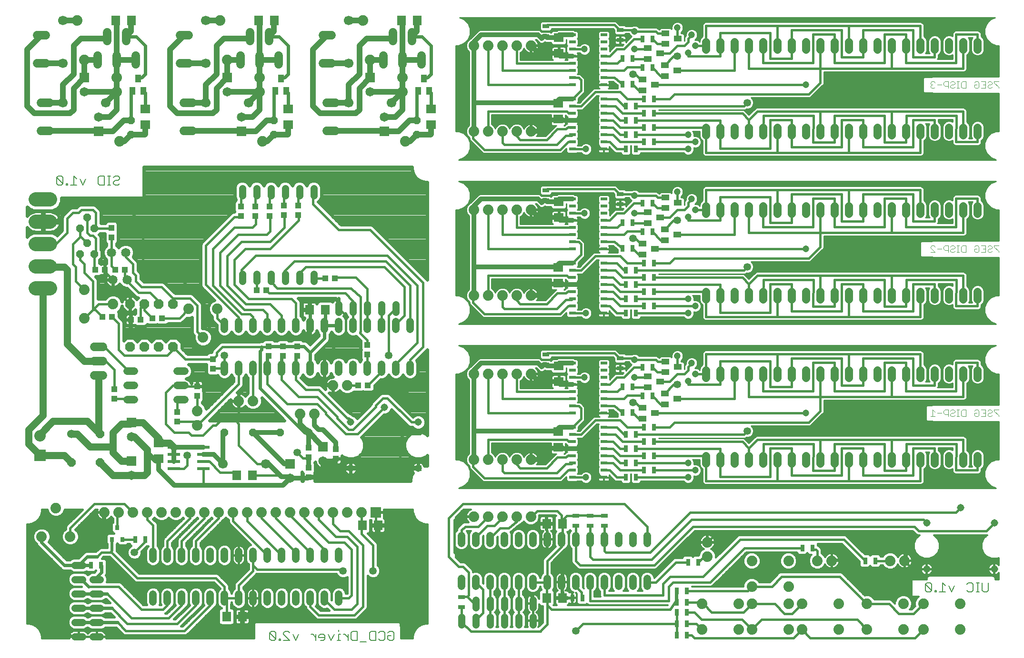
<source format=gbl>
G75*
G70*
%OFA0B0*%
%FSLAX24Y24*%
%IPPOS*%
%LPD*%
%AMOC8*
5,1,8,0,0,1.08239X$1,22.5*
%
%ADD10C,0.0060*%
%ADD11C,0.0040*%
%ADD12C,0.0550*%
%ADD13R,0.0472X0.0236*%
%ADD14R,0.0551X0.0394*%
%ADD15R,0.0315X0.0472*%
%ADD16C,0.0740*%
%ADD17R,0.0472X0.0315*%
%ADD18R,0.0709X0.0630*%
%ADD19R,0.0630X0.0709*%
%ADD20R,0.0315X0.0354*%
%ADD21C,0.0515*%
%ADD22C,0.0515*%
%ADD23R,0.0740X0.0740*%
%ADD24C,0.0520*%
%ADD25OC8,0.0520*%
%ADD26R,0.0800X0.0800*%
%ADD27C,0.0800*%
%ADD28OC8,0.0560*%
%ADD29R,0.0394X0.0433*%
%ADD30R,0.0433X0.0394*%
%ADD31C,0.0650*%
%ADD32C,0.0600*%
%ADD33OC8,0.0600*%
%ADD34R,0.0650X0.0650*%
%ADD35R,0.0870X0.0240*%
%ADD36C,0.0669*%
%ADD37C,0.1004*%
%ADD38C,0.0600*%
%ADD39OC8,0.0680*%
%ADD40C,0.0594*%
%ADD41R,0.0394X0.0551*%
%ADD42C,0.0160*%
%ADD43C,0.0475*%
%ADD44C,0.0531*%
%ADD45C,0.0320*%
%ADD46C,0.0240*%
%ADD47C,0.0120*%
%ADD48C,0.0500*%
%ADD49R,0.0396X0.0396*%
%ADD50C,0.0100*%
%ADD51C,0.0400*%
D10*
X021231Y003830D02*
X021338Y003723D01*
X021551Y003723D01*
X021658Y003830D01*
X021231Y004257D01*
X021231Y003830D01*
X021658Y003830D02*
X021658Y004257D01*
X021551Y004364D01*
X021338Y004364D01*
X021231Y004257D01*
X021873Y003830D02*
X021873Y003723D01*
X021980Y003723D01*
X021980Y003830D01*
X021873Y003830D01*
X022198Y003723D02*
X022625Y003723D01*
X022198Y004150D01*
X022198Y004257D01*
X022304Y004364D01*
X022518Y004364D01*
X022625Y004257D01*
X022842Y004150D02*
X023056Y003723D01*
X023269Y004150D01*
X024131Y004150D02*
X024237Y004150D01*
X024451Y003937D01*
X024451Y004150D02*
X024451Y003723D01*
X024668Y003937D02*
X025095Y003937D01*
X025095Y003830D02*
X025095Y004044D01*
X024989Y004150D01*
X024775Y004150D01*
X024668Y004044D01*
X024668Y003937D01*
X024775Y003723D02*
X024989Y003723D01*
X025095Y003830D01*
X025313Y004150D02*
X025526Y003723D01*
X025740Y004150D01*
X026063Y004150D02*
X026063Y003723D01*
X026170Y003723D02*
X025956Y003723D01*
X026063Y004150D02*
X026170Y004150D01*
X026386Y004150D02*
X026493Y004150D01*
X026707Y003937D01*
X026707Y004150D02*
X026707Y003723D01*
X026924Y003830D02*
X026924Y004257D01*
X027031Y004364D01*
X027351Y004364D01*
X027351Y003723D01*
X027031Y003723D01*
X026924Y003830D01*
X027569Y003617D02*
X027996Y003617D01*
X028213Y003830D02*
X028213Y004257D01*
X028320Y004364D01*
X028640Y004364D01*
X028640Y003723D01*
X028320Y003723D01*
X028213Y003830D01*
X028858Y003830D02*
X028965Y003723D01*
X029178Y003723D01*
X029285Y003830D01*
X029285Y004257D01*
X029178Y004364D01*
X028965Y004364D01*
X028858Y004257D01*
X029502Y004257D02*
X029609Y004364D01*
X029823Y004364D01*
X029930Y004257D01*
X029930Y003830D01*
X029823Y003723D01*
X029609Y003723D01*
X029502Y003830D01*
X029502Y004044D01*
X029716Y004044D01*
X026063Y004364D02*
X026063Y004471D01*
X067128Y007230D02*
X067235Y007123D01*
X067448Y007123D01*
X067555Y007230D01*
X067128Y007657D01*
X067128Y007230D01*
X067555Y007230D02*
X067555Y007657D01*
X067448Y007764D01*
X067235Y007764D01*
X067128Y007657D01*
X067770Y007230D02*
X067770Y007123D01*
X067877Y007123D01*
X067877Y007230D01*
X067770Y007230D01*
X068095Y007123D02*
X068522Y007123D01*
X068308Y007123D02*
X068308Y007764D01*
X068522Y007550D01*
X068739Y007550D02*
X068953Y007123D01*
X069166Y007550D01*
X070028Y007657D02*
X070135Y007764D01*
X070349Y007764D01*
X070455Y007657D01*
X070455Y007230D01*
X070349Y007123D01*
X070135Y007123D01*
X070028Y007230D01*
X070671Y007123D02*
X070885Y007123D01*
X070778Y007123D02*
X070778Y007764D01*
X070885Y007764D02*
X070671Y007764D01*
X071102Y007764D02*
X071102Y007230D01*
X071209Y007123D01*
X071423Y007123D01*
X071530Y007230D01*
X071530Y007764D01*
X010730Y035730D02*
X010623Y035623D01*
X010409Y035623D01*
X010302Y035730D01*
X010302Y035837D01*
X010409Y035944D01*
X010623Y035944D01*
X010730Y036050D01*
X010730Y036157D01*
X010623Y036264D01*
X010409Y036264D01*
X010302Y036157D01*
X010085Y036264D02*
X009871Y036264D01*
X009978Y036264D02*
X009978Y035623D01*
X010085Y035623D02*
X009871Y035623D01*
X009655Y035623D02*
X009335Y035623D01*
X009228Y035730D01*
X009228Y036157D01*
X009335Y036264D01*
X009655Y036264D01*
X009655Y035623D01*
X008366Y036050D02*
X008153Y035623D01*
X007939Y036050D01*
X007722Y036050D02*
X007508Y036264D01*
X007508Y035623D01*
X007295Y035623D02*
X007722Y035623D01*
X007077Y035623D02*
X006970Y035623D01*
X006970Y035730D01*
X007077Y035730D01*
X007077Y035623D01*
X006755Y035730D02*
X006328Y036157D01*
X006328Y035730D01*
X006435Y035623D01*
X006648Y035623D01*
X006755Y035730D01*
X006755Y036157D01*
X006648Y036264D01*
X006435Y036264D01*
X006328Y036157D01*
D11*
X067482Y031297D02*
X067559Y031374D01*
X067712Y031374D01*
X067789Y031297D01*
X067943Y031144D02*
X068249Y031144D01*
X068403Y031144D02*
X068480Y031067D01*
X068710Y031067D01*
X068863Y031067D02*
X068863Y030990D01*
X068940Y030913D01*
X069094Y030913D01*
X069170Y030990D01*
X069094Y031144D02*
X068940Y031144D01*
X068863Y031067D01*
X068710Y030913D02*
X068710Y031374D01*
X068480Y031374D01*
X068403Y031297D01*
X068403Y031144D01*
X068863Y031297D02*
X068940Y031374D01*
X069094Y031374D01*
X069170Y031297D01*
X069170Y031220D01*
X069094Y031144D01*
X069324Y031374D02*
X069477Y031374D01*
X069400Y031374D02*
X069400Y030913D01*
X069324Y030913D02*
X069477Y030913D01*
X069631Y030990D02*
X069631Y031297D01*
X069707Y031374D01*
X069938Y031374D01*
X069938Y030913D01*
X069707Y030913D01*
X069631Y030990D01*
X070551Y030990D02*
X070551Y031144D01*
X070705Y031144D01*
X070858Y031297D02*
X070858Y030990D01*
X070782Y030913D01*
X070628Y030913D01*
X070551Y030990D01*
X070551Y031297D02*
X070628Y031374D01*
X070782Y031374D01*
X070858Y031297D01*
X071012Y031374D02*
X071319Y031374D01*
X071319Y030913D01*
X071012Y030913D01*
X071165Y031144D02*
X071319Y031144D01*
X071472Y031067D02*
X071472Y030990D01*
X071549Y030913D01*
X071702Y030913D01*
X071779Y030990D01*
X071702Y031144D02*
X071549Y031144D01*
X071472Y031067D01*
X071472Y031297D02*
X071549Y031374D01*
X071702Y031374D01*
X071779Y031297D01*
X071779Y031220D01*
X071702Y031144D01*
X071933Y031297D02*
X072240Y030990D01*
X072240Y030913D01*
X072240Y031374D02*
X071933Y031374D01*
X071933Y031297D01*
X067789Y030913D02*
X067482Y031220D01*
X067482Y031297D01*
X067482Y030913D02*
X067789Y030913D01*
X067636Y019874D02*
X067636Y019413D01*
X067789Y019413D02*
X067482Y019413D01*
X067789Y019720D02*
X067636Y019874D01*
X067943Y019644D02*
X068249Y019644D01*
X068403Y019644D02*
X068480Y019567D01*
X068710Y019567D01*
X068863Y019567D02*
X068863Y019490D01*
X068940Y019413D01*
X069094Y019413D01*
X069170Y019490D01*
X069094Y019644D02*
X068940Y019644D01*
X068863Y019567D01*
X068710Y019413D02*
X068710Y019874D01*
X068480Y019874D01*
X068403Y019797D01*
X068403Y019644D01*
X068863Y019797D02*
X068940Y019874D01*
X069094Y019874D01*
X069170Y019797D01*
X069170Y019720D01*
X069094Y019644D01*
X069324Y019874D02*
X069477Y019874D01*
X069400Y019874D02*
X069400Y019413D01*
X069324Y019413D02*
X069477Y019413D01*
X069631Y019490D02*
X069631Y019797D01*
X069707Y019874D01*
X069938Y019874D01*
X069938Y019413D01*
X069707Y019413D01*
X069631Y019490D01*
X070551Y019490D02*
X070551Y019644D01*
X070705Y019644D01*
X070858Y019797D02*
X070858Y019490D01*
X070782Y019413D01*
X070628Y019413D01*
X070551Y019490D01*
X070551Y019797D02*
X070628Y019874D01*
X070782Y019874D01*
X070858Y019797D01*
X071012Y019874D02*
X071319Y019874D01*
X071319Y019413D01*
X071012Y019413D01*
X071165Y019644D02*
X071319Y019644D01*
X071472Y019567D02*
X071472Y019490D01*
X071549Y019413D01*
X071702Y019413D01*
X071779Y019490D01*
X071702Y019644D02*
X071549Y019644D01*
X071472Y019567D01*
X071472Y019797D02*
X071549Y019874D01*
X071702Y019874D01*
X071779Y019797D01*
X071779Y019720D01*
X071702Y019644D01*
X071933Y019797D02*
X072240Y019490D01*
X072240Y019413D01*
X072240Y019874D02*
X071933Y019874D01*
X071933Y019797D01*
X071702Y042413D02*
X071779Y042490D01*
X071702Y042413D02*
X071549Y042413D01*
X071472Y042490D01*
X071472Y042567D01*
X071549Y042644D01*
X071702Y042644D01*
X071779Y042720D01*
X071779Y042797D01*
X071702Y042874D01*
X071549Y042874D01*
X071472Y042797D01*
X071319Y042874D02*
X071319Y042413D01*
X071012Y042413D01*
X070858Y042490D02*
X070782Y042413D01*
X070628Y042413D01*
X070551Y042490D01*
X070551Y042644D01*
X070705Y042644D01*
X070858Y042797D02*
X070858Y042490D01*
X070858Y042797D02*
X070782Y042874D01*
X070628Y042874D01*
X070551Y042797D01*
X071012Y042874D02*
X071319Y042874D01*
X071319Y042644D02*
X071165Y042644D01*
X071933Y042797D02*
X072240Y042490D01*
X072240Y042413D01*
X072240Y042874D02*
X071933Y042874D01*
X071933Y042797D01*
X069938Y042874D02*
X069938Y042413D01*
X069707Y042413D01*
X069631Y042490D01*
X069631Y042797D01*
X069707Y042874D01*
X069938Y042874D01*
X069477Y042874D02*
X069324Y042874D01*
X069400Y042874D02*
X069400Y042413D01*
X069324Y042413D02*
X069477Y042413D01*
X069170Y042490D02*
X069094Y042413D01*
X068940Y042413D01*
X068863Y042490D01*
X068863Y042567D01*
X068940Y042644D01*
X069094Y042644D01*
X069170Y042720D01*
X069170Y042797D01*
X069094Y042874D01*
X068940Y042874D01*
X068863Y042797D01*
X068710Y042874D02*
X068480Y042874D01*
X068403Y042797D01*
X068403Y042644D01*
X068480Y042567D01*
X068710Y042567D01*
X068710Y042413D02*
X068710Y042874D01*
X068249Y042644D02*
X067943Y042644D01*
X067789Y042797D02*
X067712Y042874D01*
X067559Y042874D01*
X067482Y042797D01*
X067482Y042720D01*
X067559Y042644D01*
X067482Y042567D01*
X067482Y042490D01*
X067559Y042413D01*
X067712Y042413D01*
X067789Y042490D01*
X067636Y042644D02*
X067559Y042644D01*
D12*
X067760Y045118D02*
X067760Y045668D01*
X068760Y045668D02*
X068760Y045118D01*
X069760Y045118D02*
X069760Y045668D01*
X070760Y045668D02*
X070760Y045118D01*
X066760Y045118D02*
X066760Y045668D01*
X065760Y045668D02*
X065760Y045118D01*
X064760Y045118D02*
X064760Y045668D01*
X063760Y045668D02*
X063760Y045118D01*
X062760Y045118D02*
X062760Y045668D01*
X061760Y045668D02*
X061760Y045118D01*
X060760Y045118D02*
X060760Y045668D01*
X059760Y045668D02*
X059760Y045118D01*
X058760Y045118D02*
X058760Y045668D01*
X057760Y045668D02*
X057760Y045118D01*
X056760Y045118D02*
X056760Y045668D01*
X055760Y045668D02*
X055760Y045118D01*
X054760Y045118D02*
X054760Y045668D01*
X053760Y045668D02*
X053760Y045118D01*
X052760Y045118D02*
X052760Y045668D01*
X051760Y045668D02*
X051760Y045118D01*
X051760Y039668D02*
X051760Y039118D01*
X052760Y039118D02*
X052760Y039668D01*
X053760Y039668D02*
X053760Y039118D01*
X054760Y039118D02*
X054760Y039668D01*
X055760Y039668D02*
X055760Y039118D01*
X056760Y039118D02*
X056760Y039668D01*
X057760Y039668D02*
X057760Y039118D01*
X058760Y039118D02*
X058760Y039668D01*
X059760Y039668D02*
X059760Y039118D01*
X060760Y039118D02*
X060760Y039668D01*
X061760Y039668D02*
X061760Y039118D01*
X062760Y039118D02*
X062760Y039668D01*
X063760Y039668D02*
X063760Y039118D01*
X064760Y039118D02*
X064760Y039668D01*
X065760Y039668D02*
X065760Y039118D01*
X066760Y039118D02*
X066760Y039668D01*
X067760Y039668D02*
X067760Y039118D01*
X068760Y039118D02*
X068760Y039668D01*
X069760Y039668D02*
X069760Y039118D01*
X070760Y039118D02*
X070760Y039668D01*
X070760Y034168D02*
X070760Y033618D01*
X069760Y033618D02*
X069760Y034168D01*
X068760Y034168D02*
X068760Y033618D01*
X067760Y033618D02*
X067760Y034168D01*
X066760Y034168D02*
X066760Y033618D01*
X065760Y033618D02*
X065760Y034168D01*
X064760Y034168D02*
X064760Y033618D01*
X063760Y033618D02*
X063760Y034168D01*
X062760Y034168D02*
X062760Y033618D01*
X061760Y033618D02*
X061760Y034168D01*
X060760Y034168D02*
X060760Y033618D01*
X059760Y033618D02*
X059760Y034168D01*
X058760Y034168D02*
X058760Y033618D01*
X057760Y033618D02*
X057760Y034168D01*
X056760Y034168D02*
X056760Y033618D01*
X055760Y033618D02*
X055760Y034168D01*
X054760Y034168D02*
X054760Y033618D01*
X053760Y033618D02*
X053760Y034168D01*
X052760Y034168D02*
X052760Y033618D01*
X051760Y033618D02*
X051760Y034168D01*
X051760Y028168D02*
X051760Y027618D01*
X052760Y027618D02*
X052760Y028168D01*
X053760Y028168D02*
X053760Y027618D01*
X054760Y027618D02*
X054760Y028168D01*
X055760Y028168D02*
X055760Y027618D01*
X056760Y027618D02*
X056760Y028168D01*
X057760Y028168D02*
X057760Y027618D01*
X058760Y027618D02*
X058760Y028168D01*
X059760Y028168D02*
X059760Y027618D01*
X060760Y027618D02*
X060760Y028168D01*
X061760Y028168D02*
X061760Y027618D01*
X062760Y027618D02*
X062760Y028168D01*
X063760Y028168D02*
X063760Y027618D01*
X064760Y027618D02*
X064760Y028168D01*
X065760Y028168D02*
X065760Y027618D01*
X066760Y027618D02*
X066760Y028168D01*
X067760Y028168D02*
X067760Y027618D01*
X068760Y027618D02*
X068760Y028168D01*
X069760Y028168D02*
X069760Y027618D01*
X070760Y027618D02*
X070760Y028168D01*
X070760Y022668D02*
X070760Y022118D01*
X069760Y022118D02*
X069760Y022668D01*
X068760Y022668D02*
X068760Y022118D01*
X067760Y022118D02*
X067760Y022668D01*
X066760Y022668D02*
X066760Y022118D01*
X065760Y022118D02*
X065760Y022668D01*
X064760Y022668D02*
X064760Y022118D01*
X063760Y022118D02*
X063760Y022668D01*
X062760Y022668D02*
X062760Y022118D01*
X061760Y022118D02*
X061760Y022668D01*
X060760Y022668D02*
X060760Y022118D01*
X059760Y022118D02*
X059760Y022668D01*
X058760Y022668D02*
X058760Y022118D01*
X057760Y022118D02*
X057760Y022668D01*
X056760Y022668D02*
X056760Y022118D01*
X055760Y022118D02*
X055760Y022668D01*
X054760Y022668D02*
X054760Y022118D01*
X053760Y022118D02*
X053760Y022668D01*
X052760Y022668D02*
X052760Y022118D01*
X051760Y022118D02*
X051760Y022668D01*
X051760Y016668D02*
X051760Y016118D01*
X052760Y016118D02*
X052760Y016668D01*
X053760Y016668D02*
X053760Y016118D01*
X054760Y016118D02*
X054760Y016668D01*
X055760Y016668D02*
X055760Y016118D01*
X056760Y016118D02*
X056760Y016668D01*
X057760Y016668D02*
X057760Y016118D01*
X058760Y016118D02*
X058760Y016668D01*
X059760Y016668D02*
X059760Y016118D01*
X060760Y016118D02*
X060760Y016668D01*
X061760Y016668D02*
X061760Y016118D01*
X062760Y016118D02*
X062760Y016668D01*
X063760Y016668D02*
X063760Y016118D01*
X064760Y016118D02*
X064760Y016668D01*
X065760Y016668D02*
X065760Y016118D01*
X066760Y016118D02*
X066760Y016668D01*
X067760Y016668D02*
X067760Y016118D01*
X068760Y016118D02*
X068760Y016668D01*
X069760Y016668D02*
X069760Y016118D01*
X070760Y016118D02*
X070760Y016668D01*
D13*
X044612Y016643D03*
X044612Y016143D03*
X044612Y015643D03*
X044612Y015143D03*
X042407Y015143D03*
X042407Y015643D03*
X042407Y016143D03*
X042407Y016643D03*
X042407Y017143D03*
X042407Y017643D03*
X042407Y018143D03*
X042407Y018643D03*
X042407Y019643D03*
X042407Y020143D03*
X042407Y020643D03*
X042407Y021143D03*
X042407Y021643D03*
X042407Y022143D03*
X042407Y022643D03*
X042407Y023143D03*
X044612Y023143D03*
X044612Y022643D03*
X044612Y022143D03*
X044612Y021643D03*
X044612Y021143D03*
X044612Y020643D03*
X044612Y020143D03*
X044612Y019643D03*
X044612Y018643D03*
X044612Y018143D03*
X044612Y017643D03*
X044612Y017143D03*
X044612Y026643D03*
X044612Y027143D03*
X044612Y027643D03*
X044612Y028143D03*
X044612Y028643D03*
X044612Y029143D03*
X044612Y029643D03*
X044612Y030143D03*
X044612Y031143D03*
X044612Y031643D03*
X044612Y032143D03*
X044612Y032643D03*
X044612Y033143D03*
X044612Y033643D03*
X044612Y034143D03*
X044612Y034643D03*
X042407Y034643D03*
X042407Y034143D03*
X042407Y033643D03*
X042407Y033143D03*
X042407Y032643D03*
X042407Y032143D03*
X042407Y031643D03*
X042407Y031143D03*
X042407Y030143D03*
X042407Y029643D03*
X042407Y029143D03*
X042407Y028643D03*
X042407Y028143D03*
X042407Y027643D03*
X042407Y027143D03*
X042407Y026643D03*
X042407Y038143D03*
X042407Y038643D03*
X042407Y039143D03*
X042407Y039643D03*
X042407Y040143D03*
X042407Y040643D03*
X042407Y041143D03*
X042407Y041643D03*
X042407Y042643D03*
X042407Y043143D03*
X042407Y043643D03*
X042407Y044143D03*
X042407Y044643D03*
X042407Y045143D03*
X042407Y045643D03*
X042407Y046143D03*
X044612Y046143D03*
X044612Y045643D03*
X044612Y045143D03*
X044612Y044643D03*
X044612Y044143D03*
X044612Y043643D03*
X044612Y043143D03*
X044612Y042643D03*
X044612Y041643D03*
X044612Y041143D03*
X044612Y040643D03*
X044612Y040143D03*
X044612Y039643D03*
X044612Y039143D03*
X044612Y038643D03*
X044612Y038143D03*
D14*
X048926Y034767D03*
X048926Y034019D03*
X048568Y033343D03*
X048876Y032517D03*
X049743Y032143D03*
X048876Y031769D03*
X048193Y031143D03*
X047326Y030769D03*
X047326Y031517D03*
X047701Y032969D03*
X047701Y033717D03*
X049793Y034393D03*
X047326Y042269D03*
X048193Y042643D03*
X048876Y043269D03*
X049743Y043643D03*
X048876Y044017D03*
X048568Y044843D03*
X048926Y045519D03*
X049793Y045893D03*
X048926Y046267D03*
X047701Y045217D03*
X047701Y044469D03*
X047326Y043017D03*
X048926Y023267D03*
X048926Y022519D03*
X049793Y022893D03*
X048568Y021843D03*
X048876Y021017D03*
X049743Y020643D03*
X048876Y020269D03*
X048193Y019643D03*
X047326Y019269D03*
X047326Y020017D03*
X047701Y021469D03*
X047701Y022217D03*
D15*
X048014Y022843D03*
X047305Y022843D03*
X046614Y021493D03*
X045905Y021493D03*
X047305Y020843D03*
X048014Y020843D03*
X046614Y019693D03*
X045905Y019693D03*
X047405Y018643D03*
X048114Y018643D03*
X048114Y017643D03*
X047405Y017643D03*
X046864Y017143D03*
X046155Y017143D03*
X046155Y016143D03*
X046864Y016143D03*
X047405Y015643D03*
X048114Y015643D03*
X048114Y016643D03*
X047405Y016643D03*
X046864Y015143D03*
X046155Y015143D03*
X046155Y018143D03*
X046864Y018143D03*
X058505Y010193D03*
X059214Y010193D03*
X062905Y009293D03*
X063614Y009293D03*
X051214Y009193D03*
X050505Y009193D03*
X050414Y007193D03*
X049705Y007193D03*
X049705Y006393D03*
X049705Y005693D03*
X050414Y005693D03*
X050414Y006393D03*
X050414Y004893D03*
X049705Y004893D03*
X049705Y004093D03*
X050414Y004093D03*
X043114Y006693D03*
X042405Y006693D03*
X046155Y026643D03*
X046864Y026643D03*
X047405Y027143D03*
X048114Y027143D03*
X048114Y028143D03*
X047405Y028143D03*
X046864Y027643D03*
X046155Y027643D03*
X046155Y028643D03*
X046864Y028643D03*
X047405Y029143D03*
X048114Y029143D03*
X048114Y030143D03*
X047405Y030143D03*
X046864Y029643D03*
X046155Y029643D03*
X045905Y031193D03*
X046614Y031193D03*
X047305Y032343D03*
X048014Y032343D03*
X046614Y032993D03*
X045905Y032993D03*
X047305Y034343D03*
X048014Y034343D03*
X046864Y038143D03*
X046155Y038143D03*
X046155Y039143D03*
X046864Y039143D03*
X047405Y038643D03*
X048114Y038643D03*
X048114Y039643D03*
X047405Y039643D03*
X046864Y040143D03*
X046155Y040143D03*
X046155Y041143D03*
X046864Y041143D03*
X047405Y040643D03*
X048114Y040643D03*
X048114Y041643D03*
X047405Y041643D03*
X046614Y042693D03*
X045905Y042693D03*
X047305Y043843D03*
X048014Y043843D03*
X046614Y044493D03*
X045905Y044493D03*
X047305Y045843D03*
X048014Y045843D03*
X012514Y010793D03*
X011805Y010793D03*
X009414Y008993D03*
X008705Y008993D03*
D16*
X007260Y010993D03*
X005260Y010993D03*
X006260Y012993D03*
X009660Y012693D03*
X010660Y012693D03*
X011660Y012693D03*
X012660Y012693D03*
X013660Y012693D03*
X014660Y012693D03*
X015660Y012693D03*
X016660Y012693D03*
X017660Y012693D03*
X018660Y012693D03*
X019660Y012693D03*
X020660Y012693D03*
X021660Y012693D03*
X022660Y012693D03*
X023660Y012693D03*
X024660Y012693D03*
X025660Y012693D03*
X026660Y012693D03*
X027660Y012693D03*
X035510Y012393D03*
X036510Y012393D03*
X037510Y012393D03*
X038510Y012393D03*
X039510Y012393D03*
X039510Y016393D03*
X038510Y016393D03*
X037510Y016393D03*
X036510Y016393D03*
X035510Y016393D03*
X026660Y021593D03*
X025660Y021593D03*
X024360Y019593D03*
X023360Y019593D03*
X020060Y020493D03*
X019060Y020493D03*
X016160Y019793D03*
X016160Y018793D03*
X016560Y024943D03*
X017560Y026943D03*
X015560Y026943D03*
X010260Y027293D03*
X008260Y026293D03*
X008260Y028293D03*
X010710Y038693D03*
X010510Y042143D03*
X010510Y043143D03*
X008260Y044393D03*
X007760Y047143D03*
X017760Y047143D03*
X018260Y044393D03*
X020510Y043143D03*
X020510Y042143D03*
X020710Y038693D03*
X028260Y044393D03*
X030510Y043143D03*
X030510Y042143D03*
X030710Y038693D03*
X035510Y039393D03*
X036510Y039393D03*
X037510Y039393D03*
X038510Y039393D03*
X039510Y039393D03*
X039510Y033893D03*
X038510Y033893D03*
X037510Y033893D03*
X036510Y033893D03*
X035510Y033893D03*
X035510Y027893D03*
X036510Y027893D03*
X037510Y027893D03*
X038510Y027893D03*
X039510Y027893D03*
X039510Y022393D03*
X038510Y022393D03*
X037510Y022393D03*
X036510Y022393D03*
X035510Y022393D03*
X051860Y010593D03*
X051860Y009593D03*
X054980Y009283D03*
X054980Y007503D03*
X054980Y006283D03*
X054040Y006283D03*
X054040Y004503D03*
X054980Y004503D03*
X057540Y004503D03*
X058480Y004503D03*
X058480Y006283D03*
X057540Y006283D03*
X057540Y007503D03*
X057540Y009283D03*
X059560Y009293D03*
X060560Y009293D03*
X061040Y006283D03*
X063030Y006283D03*
X063030Y004503D03*
X061040Y004503D03*
X065590Y004503D03*
X066980Y004503D03*
X066980Y006283D03*
X065590Y006283D03*
X069540Y006283D03*
X069540Y004503D03*
X065660Y009293D03*
X064660Y009293D03*
X051480Y006283D03*
X051480Y004503D03*
X039510Y045393D03*
X038510Y045393D03*
X037510Y045393D03*
X036510Y045393D03*
X035510Y045393D03*
X027760Y047143D03*
D17*
X040560Y046748D03*
X040560Y046039D03*
X045760Y045789D03*
X045760Y046498D03*
X045760Y034998D03*
X045760Y034289D03*
X040560Y034539D03*
X040560Y035248D03*
X040560Y023748D03*
X040560Y023039D03*
X045760Y022789D03*
X045760Y023498D03*
X044660Y012448D03*
X043660Y012448D03*
X042660Y012448D03*
X042660Y011739D03*
X043660Y011739D03*
X044660Y011739D03*
X034660Y006748D03*
X034660Y006039D03*
D18*
X041410Y017242D03*
X041410Y018344D03*
X041460Y021842D03*
X041460Y022944D03*
X041410Y028742D03*
X041410Y029844D03*
X041460Y033342D03*
X041460Y034444D03*
X041410Y040242D03*
X041410Y041344D03*
X041460Y044842D03*
X041460Y045944D03*
X032510Y040944D03*
X032510Y039842D03*
X022510Y039842D03*
X022510Y040944D03*
X012510Y040944D03*
X012510Y039842D03*
X013460Y017544D03*
X013460Y016442D03*
D19*
X018908Y015293D03*
X020011Y015293D03*
X027708Y011793D03*
X028811Y011793D03*
X019311Y005393D03*
X018208Y005393D03*
X040608Y006693D03*
X041711Y006693D03*
X041711Y011893D03*
X040608Y011893D03*
X025111Y026893D03*
X024008Y026893D03*
X021561Y047143D03*
X020458Y047143D03*
X011561Y047143D03*
X010458Y047143D03*
X030458Y047143D03*
X031561Y047143D03*
D20*
X010560Y011626D03*
X010934Y010800D03*
X010185Y010800D03*
D21*
X008117Y008993D02*
X007602Y008993D01*
X007602Y007993D02*
X008117Y007993D01*
X008852Y007983D02*
X009367Y007983D01*
X009367Y006983D02*
X008852Y006983D01*
X008117Y006993D02*
X007602Y006993D01*
X007602Y005993D02*
X008117Y005993D01*
X008852Y005983D02*
X009367Y005983D01*
X009367Y004983D02*
X008852Y004983D01*
X008117Y004993D02*
X007602Y004993D01*
X007602Y003993D02*
X008117Y003993D01*
X008852Y003983D02*
X009367Y003983D01*
X034660Y004836D02*
X034660Y005351D01*
X035660Y005351D02*
X035660Y004836D01*
X036660Y004836D02*
X036660Y005351D01*
X036660Y006036D02*
X036660Y006551D01*
X035660Y006551D02*
X035660Y006036D01*
X037660Y006036D02*
X037660Y006551D01*
X038660Y006551D02*
X038660Y006036D01*
X038660Y005351D02*
X038660Y004836D01*
X037660Y004836D02*
X037660Y005351D01*
X039660Y005351D02*
X039660Y004836D01*
X039660Y006036D02*
X039660Y006551D01*
X030060Y026736D02*
X030060Y027251D01*
X029060Y027251D02*
X029060Y026736D01*
X028060Y026736D02*
X028060Y027251D01*
X027060Y027251D02*
X027060Y026736D01*
X026060Y026736D02*
X026060Y027251D01*
X024310Y028886D02*
X024310Y029401D01*
X023310Y029401D02*
X023310Y028886D01*
X022310Y028886D02*
X022310Y029401D01*
X021310Y029401D02*
X021310Y028886D01*
X020310Y028886D02*
X020310Y029401D01*
X019310Y029401D02*
X019310Y028886D01*
X019310Y034886D02*
X019310Y035401D01*
X020310Y035401D02*
X020310Y034886D01*
X021310Y034886D02*
X021310Y035401D01*
X022310Y035401D02*
X022310Y034886D01*
X023310Y034886D02*
X023310Y035401D01*
X024310Y035401D02*
X024310Y034886D01*
D22*
X029260Y020070D03*
X026897Y019007D03*
X026897Y015779D03*
X031622Y015779D03*
X031622Y019007D03*
X067217Y011947D03*
X069580Y013010D03*
X071942Y011947D03*
X071942Y008719D03*
X067217Y008719D03*
D23*
X028660Y012693D03*
D24*
X026060Y009953D02*
X026060Y009433D01*
X025060Y009433D02*
X025060Y009953D01*
X024060Y009953D02*
X024060Y009433D01*
X023060Y009433D02*
X023060Y009953D01*
X022060Y009953D02*
X022060Y009433D01*
X021060Y009433D02*
X021060Y009953D01*
X020060Y009953D02*
X020060Y009433D01*
X019060Y009433D02*
X019060Y009953D01*
X018060Y009953D02*
X018060Y009433D01*
X017060Y009433D02*
X017060Y009953D01*
X016060Y009953D02*
X016060Y009433D01*
X015060Y009433D02*
X015060Y009953D01*
X014060Y009953D02*
X014060Y009433D01*
X013060Y009433D02*
X013060Y009953D01*
X013060Y006953D02*
X013060Y006433D01*
X014060Y006433D02*
X014060Y006953D01*
X015060Y006953D02*
X015060Y006433D01*
X016060Y006433D02*
X016060Y006953D01*
X017060Y006953D02*
X017060Y006433D01*
X018060Y006433D02*
X018060Y006953D01*
X019060Y006953D02*
X019060Y006433D01*
X020060Y006433D02*
X020060Y006953D01*
X021060Y006953D02*
X021060Y006433D01*
X022060Y006433D02*
X022060Y006953D01*
X023060Y006953D02*
X023060Y006433D01*
X024060Y006433D02*
X024060Y006953D01*
X025060Y006953D02*
X025060Y006433D01*
X026060Y006433D02*
X026060Y006953D01*
X034660Y007533D02*
X034660Y008053D01*
X035660Y008053D02*
X035660Y007533D01*
X036660Y007533D02*
X036660Y008053D01*
X037660Y008053D02*
X037660Y007533D01*
X038660Y007533D02*
X038660Y008053D01*
X039660Y008053D02*
X039660Y007533D01*
X040660Y007533D02*
X040660Y008053D01*
X041660Y008053D02*
X041660Y007533D01*
X042660Y007533D02*
X042660Y008053D01*
X043660Y008053D02*
X043660Y007533D01*
X044660Y007533D02*
X044660Y008053D01*
X045660Y008053D02*
X045660Y007533D01*
X046660Y007533D02*
X046660Y008053D01*
X047660Y008053D02*
X047660Y007533D01*
X047660Y010533D02*
X047660Y011053D01*
X046660Y011053D02*
X046660Y010533D01*
X045660Y010533D02*
X045660Y011053D01*
X044660Y011053D02*
X044660Y010533D01*
X043660Y010533D02*
X043660Y011053D01*
X042660Y011053D02*
X042660Y010533D01*
X041660Y010533D02*
X041660Y011053D01*
X040660Y011053D02*
X040660Y010533D01*
X039660Y010533D02*
X039660Y011053D01*
X038660Y011053D02*
X038660Y010533D01*
X037660Y010533D02*
X037660Y011053D01*
X036660Y011053D02*
X036660Y010533D01*
X035660Y010533D02*
X035660Y011053D01*
X034660Y011053D02*
X034660Y010533D01*
X031060Y022533D02*
X031060Y023053D01*
X030060Y023053D02*
X030060Y022533D01*
X029060Y022533D02*
X029060Y023053D01*
X028060Y023053D02*
X028060Y022533D01*
X027060Y022533D02*
X027060Y023053D01*
X026060Y023053D02*
X026060Y022533D01*
X025060Y022533D02*
X025060Y023053D01*
X024060Y023053D02*
X024060Y022533D01*
X023060Y022533D02*
X023060Y023053D01*
X022060Y023053D02*
X022060Y022533D01*
X021060Y022533D02*
X021060Y023053D01*
X020060Y023053D02*
X020060Y022533D01*
X019060Y022533D02*
X019060Y023053D01*
X018060Y023053D02*
X018060Y022533D01*
X015280Y022593D02*
X014760Y022593D01*
X014760Y021593D02*
X015280Y021593D01*
X015280Y020593D02*
X014760Y020593D01*
X011760Y020593D02*
X011240Y020593D01*
X011240Y021593D02*
X011760Y021593D01*
X011760Y022593D02*
X011240Y022593D01*
X018060Y025533D02*
X018060Y026053D01*
X019060Y026053D02*
X019060Y025533D01*
X020060Y025533D02*
X020060Y026053D01*
X021060Y026053D02*
X021060Y025533D01*
X022060Y025533D02*
X022060Y026053D01*
X023060Y026053D02*
X023060Y025533D01*
X024060Y025533D02*
X024060Y026053D01*
X025060Y026053D02*
X025060Y025533D01*
X026060Y025533D02*
X026060Y026053D01*
X027060Y026053D02*
X027060Y025533D01*
X028060Y025533D02*
X028060Y026053D01*
X029060Y026053D02*
X029060Y025533D01*
X030060Y025533D02*
X030060Y026053D01*
X031060Y026053D02*
X031060Y025533D01*
D25*
X031510Y039143D03*
X031510Y040143D03*
X021510Y040143D03*
X021510Y039143D03*
X011510Y039143D03*
X011510Y040143D03*
X008460Y033343D03*
X008960Y032593D03*
X007960Y032593D03*
X008460Y031543D03*
X008960Y030793D03*
X007960Y030793D03*
D26*
X005160Y016693D03*
D27*
X005160Y018071D03*
D28*
X018060Y018293D03*
X020060Y018293D03*
X021960Y018293D03*
X023960Y018293D03*
D29*
X023960Y017228D03*
X023960Y016559D03*
X023960Y015828D03*
X023960Y015159D03*
X025860Y016459D03*
X025860Y017128D03*
X017260Y022759D03*
X017260Y023428D03*
X016160Y021528D03*
X016160Y020859D03*
X014760Y019728D03*
X014760Y019059D03*
X010360Y020659D03*
X010360Y021328D03*
X021160Y023659D03*
X021160Y024328D03*
X022160Y024328D03*
X022160Y023659D03*
X023160Y023659D03*
X023160Y024328D03*
X028060Y024428D03*
X028060Y023759D03*
X023210Y033509D03*
X023210Y034178D03*
X022210Y034178D03*
X022210Y033509D03*
X021210Y033459D03*
X021210Y034128D03*
X020210Y034128D03*
X020210Y033459D03*
X019210Y033459D03*
X019210Y034128D03*
X010160Y032628D03*
X010160Y031959D03*
D30*
X010425Y029693D03*
X011094Y029693D03*
X009694Y029693D03*
X009025Y029693D03*
X009525Y026393D03*
X010194Y026393D03*
X011525Y026193D03*
X012194Y026193D03*
X013025Y026293D03*
X013694Y026293D03*
X020325Y028243D03*
X020994Y028243D03*
X025125Y029093D03*
X025794Y029093D03*
X027425Y021593D03*
X028094Y021593D03*
D31*
X024960Y016293D03*
X022660Y015093D03*
X011560Y015293D03*
X011560Y017993D03*
X011260Y028993D03*
X010260Y028993D03*
X010160Y030893D03*
X011160Y030893D03*
X009260Y040393D03*
X008260Y042143D03*
X018260Y042143D03*
X019260Y040393D03*
X028260Y042143D03*
X029260Y040393D03*
D32*
X007360Y018193D03*
D33*
X009360Y018193D03*
X009360Y016193D03*
X007360Y016193D03*
D34*
X011560Y016293D03*
X011560Y018993D03*
X022660Y016093D03*
X024960Y017293D03*
X029260Y039393D03*
X028260Y043143D03*
X019260Y039393D03*
X018260Y043143D03*
X009260Y039393D03*
X008260Y043143D03*
D35*
X014530Y017243D03*
X014530Y016743D03*
X014530Y016243D03*
X014530Y015743D03*
X016590Y015743D03*
X016590Y016243D03*
X016590Y016743D03*
X016590Y017243D03*
D36*
X017960Y016093D03*
X020960Y016093D03*
X019760Y041393D03*
X016760Y041393D03*
X016760Y044143D03*
X016760Y047143D03*
X009760Y041393D03*
X006760Y041393D03*
X006760Y044143D03*
X006760Y047143D03*
X026760Y047143D03*
X026760Y044143D03*
X026760Y041393D03*
X029760Y041393D03*
D37*
X005861Y034611D02*
X004858Y034611D01*
X004858Y033052D02*
X005861Y033052D01*
X005861Y031493D02*
X004858Y031493D01*
X004858Y029934D02*
X005861Y029934D01*
X005861Y028375D02*
X004858Y028375D01*
D38*
X008960Y024293D02*
X009560Y024293D01*
X009560Y023293D02*
X008960Y023293D01*
X008960Y022293D02*
X009560Y022293D01*
X009170Y044093D02*
X009170Y044693D01*
X009840Y045733D02*
X009840Y046333D01*
X011180Y046333D02*
X011180Y045733D01*
X011850Y044693D02*
X011850Y044093D01*
X010510Y044093D02*
X010510Y044693D01*
X019170Y044693D02*
X019170Y044093D01*
X020510Y044093D02*
X020510Y044693D01*
X021180Y045733D02*
X021180Y046333D01*
X019840Y046333D02*
X019840Y045733D01*
X021850Y044693D02*
X021850Y044093D01*
X029170Y044093D02*
X029170Y044693D01*
X029840Y045733D02*
X029840Y046333D01*
X031180Y046333D02*
X031180Y045733D01*
X031850Y044693D02*
X031850Y044093D01*
X030510Y044093D02*
X030510Y044693D01*
D39*
X014460Y027293D03*
X013460Y027293D03*
X012460Y027293D03*
X011460Y027293D03*
X011460Y024293D03*
X012460Y024293D03*
X013460Y024293D03*
X014460Y024293D03*
D40*
X015213Y039409D02*
X015806Y039409D01*
X015806Y041378D02*
X015213Y041378D01*
X014963Y044159D02*
X015556Y044159D01*
X015556Y046128D02*
X014963Y046128D01*
X005556Y046128D02*
X004963Y046128D01*
X004963Y044159D02*
X005556Y044159D01*
X005806Y041378D02*
X005213Y041378D01*
X005213Y039409D02*
X005806Y039409D01*
X024963Y044159D02*
X025556Y044159D01*
X025556Y046128D02*
X024963Y046128D01*
X025213Y041378D02*
X025806Y041378D01*
X025806Y039409D02*
X025213Y039409D01*
D41*
X022384Y042210D03*
X021635Y042210D03*
X022010Y043076D03*
X012384Y042210D03*
X011635Y042210D03*
X012010Y043076D03*
X031635Y042210D03*
X032384Y042210D03*
X032010Y043076D03*
D42*
X005291Y004029D02*
X005291Y003893D01*
X007175Y003893D01*
X007165Y003959D01*
X007165Y003993D01*
X007860Y003993D01*
X007850Y003983D01*
X007370Y003983D01*
X004460Y006893D01*
X004360Y006893D01*
X004360Y011393D01*
X005060Y012093D01*
X005660Y012093D01*
X006360Y011393D01*
X006360Y010593D01*
X006760Y010193D01*
X007860Y010193D01*
X009560Y011893D01*
X009560Y012593D01*
X009660Y012693D01*
X009680Y012673D02*
X009680Y012143D01*
X009703Y012143D01*
X009788Y012157D01*
X009871Y012184D01*
X009948Y012223D01*
X010018Y012274D01*
X010079Y012335D01*
X010123Y012395D01*
X010142Y012348D01*
X010240Y012251D01*
X010240Y011980D01*
X010199Y011939D01*
X010162Y011851D01*
X010162Y011401D01*
X010199Y011313D01*
X010266Y011246D01*
X010336Y011217D01*
X009980Y011217D01*
X009892Y011180D01*
X009825Y011113D01*
X009788Y011025D01*
X009788Y010575D01*
X009825Y010486D01*
X009840Y010472D01*
X009840Y010213D01*
X009396Y010213D01*
X009278Y010165D01*
X009067Y009953D01*
X008388Y009953D01*
X008256Y009898D01*
X007848Y009491D01*
X007503Y009491D01*
X007320Y009415D01*
X007258Y009353D01*
X007009Y009353D01*
X005745Y010617D01*
X005777Y010648D01*
X005870Y010872D01*
X005870Y011115D01*
X005777Y011339D01*
X005605Y011510D01*
X005381Y011603D01*
X005138Y011603D01*
X004914Y011510D01*
X004742Y011339D01*
X004650Y011115D01*
X004650Y010872D01*
X004742Y010648D01*
X004914Y010476D01*
X004919Y010474D01*
X004954Y010389D01*
X006554Y008789D01*
X006656Y008688D01*
X006788Y008633D01*
X007258Y008633D01*
X007320Y008572D01*
X007503Y008496D01*
X008216Y008496D01*
X008395Y008570D01*
X008412Y008554D01*
X008500Y008517D01*
X008910Y008517D01*
X008999Y008554D01*
X009060Y008615D01*
X009066Y008608D01*
X008938Y008481D01*
X008753Y008481D01*
X008570Y008405D01*
X008490Y008324D01*
X008399Y008415D01*
X008216Y008491D01*
X007503Y008491D01*
X007320Y008415D01*
X007180Y008275D01*
X007105Y008092D01*
X007105Y007894D01*
X007180Y007712D01*
X007320Y007572D01*
X007503Y007496D01*
X008048Y007496D01*
X008053Y007491D01*
X007503Y007491D01*
X007320Y007415D01*
X007180Y007275D01*
X007105Y007092D01*
X007105Y006894D01*
X007180Y006712D01*
X004260Y006712D01*
X004260Y006870D02*
X007115Y006870D01*
X007105Y007029D02*
X004260Y007029D01*
X004260Y007187D02*
X007144Y007187D01*
X007251Y007346D02*
X004260Y007346D01*
X004260Y007504D02*
X007483Y007504D01*
X007229Y007663D02*
X004260Y007663D01*
X004260Y007821D02*
X007135Y007821D01*
X007105Y007980D02*
X004260Y007980D01*
X004260Y008138D02*
X007124Y008138D01*
X007202Y008297D02*
X004260Y008297D01*
X004260Y008455D02*
X007417Y008455D01*
X007278Y008614D02*
X004260Y008614D01*
X004260Y008772D02*
X006571Y008772D01*
X006413Y008931D02*
X004260Y008931D01*
X004260Y009089D02*
X006254Y009089D01*
X006096Y009248D02*
X004260Y009248D01*
X004260Y009406D02*
X005937Y009406D01*
X005779Y009565D02*
X004260Y009565D01*
X004260Y009723D02*
X005620Y009723D01*
X005462Y009882D02*
X004260Y009882D01*
X004260Y010040D02*
X005303Y010040D01*
X005145Y010199D02*
X004260Y010199D01*
X004260Y010357D02*
X004986Y010357D01*
X004874Y010516D02*
X004260Y010516D01*
X004260Y010674D02*
X004731Y010674D01*
X004666Y010833D02*
X004260Y010833D01*
X004260Y010991D02*
X004650Y010991D01*
X004664Y011150D02*
X004260Y011150D01*
X004260Y011308D02*
X004730Y011308D01*
X004870Y011467D02*
X004260Y011467D01*
X004260Y011625D02*
X006940Y011625D01*
X006940Y011657D02*
X006940Y011521D01*
X006914Y011510D01*
X006742Y011339D01*
X006650Y011115D01*
X006650Y010872D01*
X006742Y010648D01*
X006914Y010476D01*
X007138Y010383D01*
X007381Y010383D01*
X007605Y010476D01*
X007777Y010648D01*
X007870Y010872D01*
X007870Y011115D01*
X007777Y011339D01*
X007617Y011498D01*
X009012Y012893D01*
X009146Y012893D01*
X009123Y012822D01*
X009110Y012737D01*
X009110Y012713D01*
X009640Y012713D01*
X009640Y012673D01*
X009680Y012673D01*
X009640Y012673D02*
X009640Y012143D01*
X009616Y012143D01*
X009531Y012157D01*
X009448Y012184D01*
X009371Y012223D01*
X009301Y012274D01*
X009240Y012335D01*
X009189Y012405D01*
X009150Y012482D01*
X009123Y012565D01*
X009110Y012650D01*
X009110Y012673D01*
X009640Y012673D01*
X009640Y012576D02*
X009680Y012576D01*
X009680Y012418D02*
X009640Y012418D01*
X009640Y012259D02*
X009680Y012259D01*
X009998Y012259D02*
X010231Y012259D01*
X010240Y012101D02*
X008220Y012101D01*
X008378Y012259D02*
X009321Y012259D01*
X009183Y012418D02*
X008537Y012418D01*
X008695Y012576D02*
X009121Y012576D01*
X009110Y012735D02*
X008854Y012735D01*
X008960Y013293D02*
X011060Y013293D01*
X011660Y012693D01*
X010660Y012693D02*
X010560Y012593D01*
X010560Y011626D01*
X010162Y011625D02*
X007744Y011625D01*
X007649Y011467D02*
X010162Y011467D01*
X010204Y011308D02*
X007789Y011308D01*
X007855Y011150D02*
X009862Y011150D01*
X009788Y010991D02*
X007870Y010991D01*
X007853Y010833D02*
X009788Y010833D01*
X009788Y010674D02*
X007788Y010674D01*
X007645Y010516D02*
X009812Y010516D01*
X009840Y010357D02*
X006005Y010357D01*
X006163Y010199D02*
X009361Y010199D01*
X009154Y010040D02*
X006322Y010040D01*
X006480Y009882D02*
X008239Y009882D01*
X008080Y009723D02*
X006639Y009723D01*
X006797Y009565D02*
X007922Y009565D01*
X007311Y009406D02*
X006956Y009406D01*
X008302Y008455D02*
X008692Y008455D01*
X009059Y008614D02*
X009060Y008614D01*
X009820Y008614D02*
X010986Y008614D01*
X010828Y008772D02*
X009820Y008772D01*
X009820Y008931D02*
X010669Y008931D01*
X010511Y009089D02*
X009811Y009089D01*
X009811Y009039D02*
X009811Y009277D01*
X009775Y009365D01*
X009707Y009433D01*
X009619Y009470D01*
X009498Y009470D01*
X009505Y009486D01*
X009592Y009573D01*
X010027Y009573D01*
X011778Y007822D01*
X011896Y007773D01*
X017327Y007773D01*
X017740Y007361D01*
X017740Y007340D01*
X017636Y007237D01*
X017560Y007053D01*
X017560Y006334D01*
X017636Y006150D01*
X017776Y006009D01*
X017837Y005984D01*
X017757Y005951D01*
X017690Y005884D01*
X017653Y005795D01*
X017653Y004991D01*
X017690Y004903D01*
X017757Y004836D01*
X017846Y004799D01*
X018571Y004799D01*
X018659Y004836D01*
X018727Y004903D01*
X018763Y004991D01*
X018763Y005795D01*
X018727Y005884D01*
X018659Y005951D01*
X018571Y005988D01*
X018528Y005988D01*
X018528Y006259D01*
X018560Y006334D01*
X018636Y006150D01*
X018776Y006009D01*
X018960Y005933D01*
X019159Y005933D01*
X019343Y006009D01*
X019483Y006150D01*
X019560Y006334D01*
X019560Y007053D01*
X019483Y007237D01*
X019380Y007340D01*
X019380Y007461D01*
X020241Y008322D01*
X020293Y008374D01*
X020296Y008373D01*
X025903Y008373D01*
X025931Y008307D01*
X026073Y008165D01*
X026259Y008088D01*
X026460Y008088D01*
X026640Y008162D01*
X026640Y007026D01*
X026627Y007013D01*
X026560Y007013D01*
X026560Y007053D01*
X026483Y007237D01*
X026343Y007377D01*
X026159Y007453D01*
X025960Y007453D01*
X025776Y007377D01*
X025636Y007237D01*
X025560Y007053D01*
X025560Y006546D01*
X025560Y006546D01*
X025560Y007053D01*
X025483Y007237D01*
X025343Y007377D01*
X025159Y007453D01*
X024960Y007453D01*
X024776Y007377D01*
X024636Y007237D01*
X024560Y007053D01*
X024560Y006334D01*
X024636Y006150D01*
X024776Y006009D01*
X024960Y005933D01*
X025159Y005933D01*
X025235Y005965D01*
X025387Y005813D01*
X024792Y005813D01*
X024469Y006136D01*
X024483Y006150D01*
X024560Y006334D01*
X024560Y007053D01*
X024483Y007237D01*
X024343Y007377D01*
X024159Y007453D01*
X023960Y007453D01*
X023776Y007377D01*
X023636Y007237D01*
X023560Y007053D01*
X023560Y006334D01*
X023636Y006150D01*
X023740Y006046D01*
X023740Y006030D01*
X023788Y005912D01*
X023878Y005822D01*
X024478Y005222D01*
X024596Y005173D01*
X027223Y005173D01*
X027341Y005222D01*
X027431Y005312D01*
X027531Y005412D01*
X028031Y005912D01*
X028080Y006030D01*
X028080Y008258D01*
X028173Y008165D01*
X028359Y008088D01*
X028560Y008088D01*
X028746Y008165D01*
X028888Y008307D01*
X028965Y008493D01*
X028965Y008694D01*
X028888Y008880D01*
X028780Y008989D01*
X028780Y010457D01*
X028731Y010575D01*
X028096Y011209D01*
X028159Y011236D01*
X028227Y011303D01*
X028263Y011391D01*
X028263Y012144D01*
X028266Y012143D01*
X028316Y012143D01*
X028316Y011871D01*
X028733Y011871D01*
X028733Y011716D01*
X028316Y011716D01*
X028316Y011415D01*
X028328Y011369D01*
X028352Y011328D01*
X028385Y011295D01*
X028426Y011271D01*
X028472Y011259D01*
X028733Y011259D01*
X028733Y011716D01*
X028888Y011716D01*
X028888Y011259D01*
X029149Y011259D01*
X029195Y011271D01*
X029236Y011295D01*
X029270Y011328D01*
X029293Y011369D01*
X029306Y011415D01*
X029306Y011716D01*
X028888Y011716D01*
X028888Y011871D01*
X029306Y011871D01*
X029306Y012171D01*
X029293Y012217D01*
X029270Y012258D01*
X029236Y012292D01*
X029210Y012307D01*
X029210Y012673D01*
X028680Y012673D01*
X028680Y012713D01*
X029210Y012713D01*
X029210Y012893D01*
X031228Y012893D01*
X031228Y012758D01*
X031299Y012495D01*
X031434Y012260D01*
X031626Y012068D01*
X031861Y011932D01*
X032124Y011862D01*
X032260Y011862D01*
X032260Y004924D01*
X032124Y004924D01*
X031861Y004854D01*
X031626Y004718D01*
X031434Y004526D01*
X031299Y004291D01*
X031228Y004029D01*
X031228Y003893D01*
X030433Y003893D01*
X030433Y004640D01*
X030430Y004667D01*
X030424Y004693D01*
X030415Y004719D01*
X030403Y004743D01*
X030390Y004765D01*
X030390Y004947D01*
X030313Y005023D01*
X020206Y005023D01*
X020130Y004947D01*
X020130Y003893D01*
X009796Y003893D01*
X009804Y003949D01*
X009804Y003983D01*
X009110Y003983D01*
X009110Y003983D01*
X009804Y003983D01*
X009804Y004018D01*
X009794Y004086D01*
X009772Y004151D01*
X009741Y004213D01*
X009701Y004268D01*
X009652Y004317D01*
X009596Y004357D01*
X009535Y004389D01*
X009469Y004410D01*
X009401Y004421D01*
X009110Y004421D01*
X009110Y003983D01*
X009120Y003993D01*
X019260Y003993D01*
X020060Y004793D01*
X020060Y005023D01*
X020100Y005063D01*
X027640Y005063D01*
X029220Y006643D01*
X029220Y010673D01*
X028660Y011233D01*
X028660Y012693D01*
X028660Y011944D01*
X028811Y011793D01*
X028888Y011784D02*
X032260Y011784D01*
X032260Y011625D02*
X029306Y011625D01*
X029306Y011467D02*
X032260Y011467D01*
X032260Y011308D02*
X029250Y011308D01*
X028888Y011308D02*
X028733Y011308D01*
X028733Y011467D02*
X028888Y011467D01*
X028888Y011625D02*
X028733Y011625D01*
X028733Y011784D02*
X028263Y011784D01*
X028263Y011942D02*
X028316Y011942D01*
X028316Y012101D02*
X028263Y012101D01*
X028263Y011625D02*
X028316Y011625D01*
X028316Y011467D02*
X028263Y011467D01*
X028229Y011308D02*
X028372Y011308D01*
X028156Y011150D02*
X032260Y011150D01*
X032260Y010991D02*
X028314Y010991D01*
X028473Y010833D02*
X032260Y010833D01*
X032260Y010674D02*
X028631Y010674D01*
X028755Y010516D02*
X032260Y010516D01*
X032260Y010357D02*
X028780Y010357D01*
X028780Y010199D02*
X032260Y010199D01*
X032260Y010040D02*
X028780Y010040D01*
X028780Y009882D02*
X032260Y009882D01*
X032260Y009723D02*
X028780Y009723D01*
X028780Y009565D02*
X032260Y009565D01*
X032260Y009406D02*
X028780Y009406D01*
X028780Y009248D02*
X032260Y009248D01*
X032260Y009089D02*
X028780Y009089D01*
X028837Y008931D02*
X032260Y008931D01*
X032260Y008772D02*
X028933Y008772D01*
X028965Y008614D02*
X032260Y008614D01*
X032260Y008455D02*
X028950Y008455D01*
X028878Y008297D02*
X032260Y008297D01*
X032260Y008138D02*
X028683Y008138D01*
X028236Y008138D02*
X028080Y008138D01*
X028080Y007980D02*
X032260Y007980D01*
X032260Y007821D02*
X028080Y007821D01*
X028080Y007663D02*
X032260Y007663D01*
X032260Y007504D02*
X028080Y007504D01*
X028080Y007346D02*
X032260Y007346D01*
X032260Y007187D02*
X028080Y007187D01*
X028080Y007029D02*
X032260Y007029D01*
X032260Y006870D02*
X028080Y006870D01*
X028080Y006712D02*
X032260Y006712D01*
X032260Y006553D02*
X028080Y006553D01*
X028080Y006395D02*
X032260Y006395D01*
X032260Y006236D02*
X028080Y006236D01*
X028080Y006078D02*
X032260Y006078D01*
X032260Y005919D02*
X028034Y005919D01*
X027880Y005761D02*
X032260Y005761D01*
X032260Y005602D02*
X027721Y005602D01*
X027563Y005444D02*
X032260Y005444D01*
X032260Y005285D02*
X027404Y005285D01*
X027160Y005493D02*
X024660Y005493D01*
X024060Y006093D01*
X024060Y006693D01*
X024560Y006712D02*
X024560Y006712D01*
X024560Y006870D02*
X024560Y006870D01*
X024560Y007029D02*
X024560Y007029D01*
X024504Y007187D02*
X024615Y007187D01*
X024745Y007346D02*
X024374Y007346D01*
X023745Y007346D02*
X023374Y007346D01*
X023343Y007377D02*
X023159Y007453D01*
X022960Y007453D01*
X022776Y007377D01*
X022636Y007237D01*
X022560Y007053D01*
X022560Y006334D01*
X022636Y006150D01*
X022776Y006009D01*
X022960Y005933D01*
X023159Y005933D01*
X023343Y006009D01*
X023483Y006150D01*
X023560Y006334D01*
X023560Y007053D01*
X023483Y007237D01*
X023343Y007377D01*
X023504Y007187D02*
X023615Y007187D01*
X023560Y007029D02*
X023560Y007029D01*
X023560Y006870D02*
X023560Y006870D01*
X023560Y006712D02*
X023560Y006712D01*
X023560Y006553D02*
X023560Y006553D01*
X023560Y006395D02*
X023560Y006395D01*
X023600Y006236D02*
X023519Y006236D01*
X023411Y006078D02*
X023708Y006078D01*
X023785Y005919D02*
X019680Y005919D01*
X019695Y005915D02*
X019649Y005928D01*
X019388Y005928D01*
X019388Y005471D01*
X019233Y005471D01*
X019233Y005928D01*
X018972Y005928D01*
X018926Y005915D01*
X018885Y005892D01*
X018852Y005858D01*
X018828Y005817D01*
X018816Y005771D01*
X018816Y005471D01*
X019233Y005471D01*
X019233Y005316D01*
X018816Y005316D01*
X018816Y005015D01*
X018828Y004969D01*
X018852Y004928D01*
X018885Y004895D01*
X018926Y004871D01*
X018972Y004859D01*
X019233Y004859D01*
X019233Y005316D01*
X019388Y005316D01*
X019388Y004859D01*
X019649Y004859D01*
X019695Y004871D01*
X019736Y004895D01*
X019770Y004928D01*
X019793Y004969D01*
X019806Y005015D01*
X019806Y005316D01*
X019388Y005316D01*
X019388Y005471D01*
X019806Y005471D01*
X019806Y005771D01*
X019793Y005817D01*
X019770Y005858D01*
X019736Y005892D01*
X019695Y005915D01*
X019806Y005761D02*
X023939Y005761D01*
X024098Y005602D02*
X019806Y005602D01*
X019806Y005285D02*
X024415Y005285D01*
X024256Y005444D02*
X019388Y005444D01*
X019460Y005393D02*
X020060Y005993D01*
X020094Y005993D01*
X020163Y006004D01*
X020228Y006026D01*
X020290Y006057D01*
X020346Y006098D01*
X020395Y006147D01*
X020436Y006203D01*
X020467Y006264D01*
X020489Y006330D01*
X020500Y006399D01*
X020500Y006693D01*
X020060Y006693D01*
X020060Y006693D01*
X020060Y005993D01*
X020060Y005023D01*
X020151Y004968D02*
X019793Y004968D01*
X019806Y005127D02*
X032260Y005127D01*
X032260Y004968D02*
X030368Y004968D01*
X030390Y004810D02*
X031785Y004810D01*
X031559Y004651D02*
X030432Y004651D01*
X030433Y004493D02*
X031415Y004493D01*
X031323Y004334D02*
X030433Y004334D01*
X030433Y004176D02*
X031268Y004176D01*
X031228Y004017D02*
X030433Y004017D01*
X027760Y006093D02*
X027260Y005593D01*
X027160Y005493D01*
X026960Y005893D02*
X027260Y006193D01*
X027360Y006293D01*
X027360Y010293D01*
X026660Y010993D01*
X025860Y010993D01*
X024660Y012193D01*
X024660Y012693D01*
X025660Y012693D02*
X025660Y011893D01*
X026160Y011393D01*
X026760Y011393D01*
X027760Y010393D01*
X027760Y006093D01*
X026960Y005893D02*
X025760Y005893D01*
X025060Y006593D01*
X025060Y006693D01*
X025560Y006712D02*
X025560Y006712D01*
X025560Y006870D02*
X025560Y006870D01*
X025560Y007029D02*
X025560Y007029D01*
X025504Y007187D02*
X025615Y007187D01*
X025745Y007346D02*
X025374Y007346D01*
X025560Y006553D02*
X025560Y006553D01*
X026060Y006693D02*
X026760Y006693D01*
X026960Y006893D01*
X026960Y010093D01*
X026460Y010593D01*
X025360Y010593D01*
X023660Y012293D01*
X023660Y012693D01*
X022660Y012693D02*
X022660Y012493D01*
X025060Y010093D01*
X025060Y009693D01*
X024060Y009693D02*
X024060Y009893D01*
X021660Y012293D01*
X021660Y012693D01*
X020660Y012693D02*
X020660Y012293D01*
X023060Y009893D01*
X023060Y009693D01*
X022060Y009693D02*
X019660Y012093D01*
X019660Y012693D01*
X018660Y012693D02*
X018660Y012093D01*
X021060Y009693D01*
X020060Y009693D02*
X020060Y008993D01*
X020360Y008693D01*
X026260Y008693D01*
X026360Y008593D01*
X026583Y008138D02*
X026640Y008138D01*
X026640Y007980D02*
X019899Y007980D01*
X020057Y008138D02*
X026136Y008138D01*
X025941Y008297D02*
X020216Y008297D01*
X020241Y008322D02*
X020241Y008322D01*
X020060Y008593D02*
X019060Y007593D01*
X019060Y006693D01*
X018060Y006693D01*
X018060Y007493D01*
X017460Y008093D01*
X011960Y008093D01*
X010160Y009893D01*
X010160Y010774D01*
X010185Y010800D01*
X010185Y010019D01*
X010060Y009893D01*
X009460Y009893D01*
X009160Y009593D01*
X009584Y009565D02*
X010035Y009565D01*
X010194Y009406D02*
X009734Y009406D01*
X009811Y009248D02*
X010352Y009248D01*
X009820Y009019D02*
X009811Y009039D01*
X009820Y009019D02*
X009820Y008422D01*
X009765Y008289D01*
X009765Y008289D01*
X009789Y008265D01*
X009864Y008082D01*
X009864Y007884D01*
X009835Y007813D01*
X010723Y007813D01*
X010841Y007765D01*
X010931Y007675D01*
X010931Y007675D01*
X012392Y006213D01*
X012609Y006213D01*
X012560Y006334D01*
X012560Y007053D01*
X012636Y007237D01*
X012776Y007377D01*
X012960Y007453D01*
X013159Y007453D01*
X013343Y007377D01*
X013483Y007237D01*
X013560Y007053D01*
X013560Y006334D01*
X013609Y006213D01*
X013510Y006213D01*
X013560Y006334D01*
X013560Y007053D01*
X013636Y007237D01*
X013776Y007377D01*
X013960Y007453D01*
X014159Y007453D01*
X014343Y007377D01*
X014483Y007237D01*
X014560Y007053D01*
X014560Y006334D01*
X014615Y006201D01*
X014027Y005613D01*
X013920Y005613D01*
X013941Y005622D01*
X014241Y005922D01*
X014318Y005999D01*
X014343Y006009D01*
X014483Y006150D01*
X014560Y006334D01*
X014560Y007053D01*
X014636Y007237D01*
X014776Y007377D01*
X014960Y007453D01*
X015159Y007453D01*
X015343Y007377D01*
X015483Y007237D01*
X015560Y007053D01*
X015560Y006334D01*
X015615Y006201D01*
X014627Y005213D01*
X014532Y005213D01*
X015241Y005922D01*
X015318Y005999D01*
X015343Y006009D01*
X015483Y006150D01*
X015560Y006334D01*
X015560Y007053D01*
X015636Y007237D01*
X015776Y007377D01*
X015960Y007453D01*
X016159Y007453D01*
X016343Y007377D01*
X016483Y007237D01*
X016560Y007053D01*
X016560Y006334D01*
X016615Y006201D01*
X015127Y004713D01*
X015032Y004713D01*
X016241Y005922D01*
X016318Y005999D01*
X016343Y006009D01*
X016483Y006150D01*
X016560Y006334D01*
X016560Y007053D01*
X016636Y007237D01*
X016776Y007377D01*
X016960Y007453D01*
X017159Y007453D01*
X017343Y007377D01*
X017483Y007237D01*
X017560Y007053D01*
X017560Y006334D01*
X017483Y006150D01*
X017343Y006009D01*
X017318Y005999D01*
X017241Y005922D01*
X017241Y005922D01*
X015441Y004122D01*
X015323Y004073D01*
X011096Y004073D01*
X010978Y004122D01*
X010888Y004212D01*
X010888Y004212D01*
X010477Y004623D01*
X009711Y004623D01*
X009649Y004562D01*
X009466Y004486D01*
X008753Y004486D01*
X008570Y004562D01*
X008498Y004633D01*
X008461Y004633D01*
X008399Y004572D01*
X008216Y004496D01*
X007503Y004496D01*
X007320Y004572D01*
X007180Y004712D01*
X007105Y004894D01*
X007105Y005092D01*
X007180Y005275D01*
X007320Y005415D01*
X007503Y005491D01*
X008216Y005491D01*
X008399Y005415D01*
X008461Y005353D01*
X008518Y005353D01*
X008570Y005405D01*
X008753Y005481D01*
X009466Y005481D01*
X009649Y005405D01*
X009711Y005343D01*
X010357Y005343D01*
X010077Y005623D01*
X009711Y005623D01*
X009649Y005562D01*
X009466Y005486D01*
X008753Y005486D01*
X008570Y005562D01*
X008498Y005633D01*
X008461Y005633D01*
X008399Y005572D01*
X008216Y005496D01*
X007503Y005496D01*
X007320Y005572D01*
X007180Y005712D01*
X007105Y005894D01*
X007105Y006092D01*
X007180Y006275D01*
X007320Y006415D01*
X007503Y006491D01*
X008216Y006491D01*
X008399Y006415D01*
X008461Y006353D01*
X008518Y006353D01*
X008570Y006405D01*
X008753Y006481D01*
X009466Y006481D01*
X009649Y006405D01*
X009711Y006343D01*
X010057Y006343D01*
X009777Y006623D01*
X009711Y006623D01*
X009649Y006562D01*
X009466Y006486D01*
X008753Y006486D01*
X008570Y006562D01*
X008498Y006633D01*
X008461Y006633D01*
X008399Y006572D01*
X008216Y006496D01*
X007503Y006496D01*
X007320Y006572D01*
X007180Y006712D01*
X007364Y006553D02*
X004260Y006553D01*
X004260Y006395D02*
X007300Y006395D01*
X007164Y006236D02*
X004260Y006236D01*
X004260Y006078D02*
X007105Y006078D01*
X007105Y005919D02*
X004260Y005919D01*
X004260Y005761D02*
X007160Y005761D01*
X007290Y005602D02*
X004260Y005602D01*
X004260Y005444D02*
X007390Y005444D01*
X007190Y005285D02*
X004260Y005285D01*
X004260Y005127D02*
X007119Y005127D01*
X007105Y004968D02*
X004260Y004968D01*
X004260Y004924D02*
X004260Y011862D01*
X004395Y011862D01*
X004658Y011932D01*
X004893Y012068D01*
X005085Y012260D01*
X005220Y012495D01*
X005291Y012758D01*
X005291Y012893D01*
X005650Y012893D01*
X005650Y012872D01*
X005742Y012648D01*
X005914Y012476D01*
X006138Y012383D01*
X006381Y012383D01*
X006605Y012476D01*
X006777Y012648D01*
X006870Y012872D01*
X006870Y012893D01*
X008107Y012893D01*
X006988Y011775D01*
X006940Y011657D01*
X006997Y011784D02*
X004260Y011784D01*
X004675Y011942D02*
X007156Y011942D01*
X007314Y012101D02*
X004925Y012101D01*
X005084Y012259D02*
X007473Y012259D01*
X007631Y012418D02*
X006464Y012418D01*
X006705Y012576D02*
X007790Y012576D01*
X007948Y012735D02*
X006813Y012735D01*
X006055Y012418D02*
X005176Y012418D01*
X005242Y012576D02*
X005814Y012576D01*
X005706Y012735D02*
X005285Y012735D01*
X005649Y011467D02*
X006870Y011467D01*
X006730Y011308D02*
X005789Y011308D01*
X005855Y011150D02*
X006664Y011150D01*
X006650Y010991D02*
X005870Y010991D01*
X005853Y010833D02*
X006666Y010833D01*
X006731Y010674D02*
X005788Y010674D01*
X005846Y010516D02*
X006874Y010516D01*
X007260Y010993D02*
X007260Y011593D01*
X008960Y013293D01*
X008061Y011942D02*
X010201Y011942D01*
X010162Y011784D02*
X007903Y011784D01*
X010505Y010446D02*
X010505Y010000D01*
X012092Y008413D01*
X017523Y008413D01*
X017641Y008365D01*
X017731Y008275D01*
X018331Y007675D01*
X018380Y007557D01*
X018380Y007340D01*
X018483Y007237D01*
X018560Y007053D01*
X018560Y007013D01*
X018560Y007013D01*
X018560Y007053D01*
X018636Y007237D01*
X018740Y007340D01*
X018740Y007657D01*
X018788Y007775D01*
X018878Y007865D01*
X018878Y007865D01*
X019740Y008726D01*
X019740Y009046D01*
X019636Y009150D01*
X019560Y009334D01*
X019560Y010053D01*
X019636Y010237D01*
X019776Y010377D01*
X019880Y010420D01*
X018478Y011822D01*
X018388Y011912D01*
X018340Y012030D01*
X018340Y012166D01*
X018314Y012176D01*
X018160Y012331D01*
X018005Y012176D01*
X017947Y012152D01*
X017931Y012112D01*
X017841Y012022D01*
X017841Y012022D01*
X016380Y010561D01*
X016380Y010340D01*
X016483Y010237D01*
X016560Y010053D01*
X016560Y009334D01*
X016636Y009150D01*
X016776Y009009D01*
X016960Y008933D01*
X017159Y008933D01*
X017343Y009009D01*
X017483Y009150D01*
X017560Y009334D01*
X017636Y009150D01*
X017776Y009009D01*
X017960Y008933D01*
X018159Y008933D01*
X018343Y009009D01*
X018483Y009150D01*
X018560Y009334D01*
X018560Y010053D01*
X018483Y010237D01*
X018343Y010377D01*
X018159Y010453D01*
X017960Y010453D01*
X017776Y010377D01*
X017636Y010237D01*
X017560Y010053D01*
X017560Y009334D01*
X017560Y010053D01*
X017483Y010237D01*
X017343Y010377D01*
X017159Y010453D01*
X016960Y010453D01*
X016776Y010377D01*
X016636Y010237D01*
X016560Y010053D01*
X016560Y009334D01*
X016483Y009150D01*
X016343Y009009D01*
X016159Y008933D01*
X015960Y008933D01*
X015776Y009009D01*
X015636Y009150D01*
X015560Y009334D01*
X015560Y010053D01*
X015636Y010237D01*
X015740Y010340D01*
X015740Y010757D01*
X015788Y010875D01*
X015878Y010965D01*
X015878Y010965D01*
X017202Y012288D01*
X017160Y012331D01*
X017005Y012176D01*
X016947Y012152D01*
X016931Y012112D01*
X016841Y012022D01*
X015380Y010561D01*
X015380Y010340D01*
X015483Y010237D01*
X015560Y010053D01*
X015560Y009334D01*
X015483Y009150D01*
X015343Y009009D01*
X015159Y008933D01*
X014960Y008933D01*
X014776Y009009D01*
X014636Y009150D01*
X014560Y009334D01*
X014560Y010053D01*
X014636Y010237D01*
X014740Y010340D01*
X014740Y010757D01*
X014788Y010875D01*
X016202Y012288D01*
X016160Y012331D01*
X016005Y012176D01*
X015947Y012152D01*
X015931Y012112D01*
X015841Y012022D01*
X014380Y010561D01*
X014380Y010340D01*
X014483Y010237D01*
X014560Y010053D01*
X014560Y009334D01*
X014483Y009150D01*
X014343Y009009D01*
X014159Y008933D01*
X013960Y008933D01*
X013776Y009009D01*
X013636Y009150D01*
X013560Y009334D01*
X013560Y010053D01*
X013636Y010237D01*
X013740Y010340D01*
X013740Y010757D01*
X013788Y010875D01*
X015202Y012288D01*
X015160Y012331D01*
X015005Y012176D01*
X014781Y012083D01*
X014538Y012083D01*
X014314Y012176D01*
X014160Y012331D01*
X014005Y012176D01*
X013781Y012083D01*
X013538Y012083D01*
X013314Y012176D01*
X013160Y012331D01*
X013067Y012238D01*
X013331Y011975D01*
X013380Y011857D01*
X013380Y010340D01*
X013483Y010237D01*
X013560Y010053D01*
X013560Y009334D01*
X013483Y009150D01*
X013343Y009009D01*
X013159Y008933D01*
X012960Y008933D01*
X012776Y009009D01*
X012636Y009150D01*
X012560Y009334D01*
X012560Y010053D01*
X012636Y010237D01*
X012716Y010317D01*
X012636Y010317D01*
X012265Y009947D01*
X012265Y009793D01*
X012188Y009607D01*
X012046Y009465D01*
X011860Y009388D01*
X011659Y009388D01*
X011473Y009465D01*
X011331Y009607D01*
X011254Y009793D01*
X011254Y009994D01*
X011331Y010180D01*
X011473Y010322D01*
X011530Y010346D01*
X011512Y010354D01*
X011444Y010421D01*
X011420Y010480D01*
X011288Y010480D01*
X011227Y010419D01*
X011139Y010382D01*
X010728Y010382D01*
X010640Y010419D01*
X010573Y010486D01*
X010560Y010518D01*
X010546Y010486D01*
X010505Y010446D01*
X010559Y010516D02*
X010560Y010516D01*
X010505Y010357D02*
X011508Y010357D01*
X011350Y010199D02*
X010505Y010199D01*
X010505Y010040D02*
X011273Y010040D01*
X011254Y009882D02*
X010624Y009882D01*
X010782Y009723D02*
X011283Y009723D01*
X011373Y009565D02*
X010941Y009565D01*
X011099Y009406D02*
X011614Y009406D01*
X011905Y009406D02*
X012560Y009406D01*
X012560Y009565D02*
X012146Y009565D01*
X012237Y009723D02*
X012560Y009723D01*
X012560Y009882D02*
X012265Y009882D01*
X012359Y010040D02*
X012560Y010040D01*
X012518Y010199D02*
X012620Y010199D01*
X012514Y010648D02*
X011760Y009893D01*
X011258Y009248D02*
X012595Y009248D01*
X012696Y009089D02*
X011416Y009089D01*
X011575Y008931D02*
X019740Y008931D01*
X019740Y008772D02*
X011733Y008772D01*
X011892Y008614D02*
X019627Y008614D01*
X019469Y008455D02*
X012050Y008455D01*
X011620Y007980D02*
X009864Y007980D01*
X009841Y008138D02*
X011462Y008138D01*
X011303Y008297D02*
X009768Y008297D01*
X009820Y008455D02*
X011145Y008455D01*
X010943Y007663D02*
X017437Y007663D01*
X017596Y007504D02*
X011101Y007504D01*
X011260Y007346D02*
X012745Y007346D01*
X012615Y007187D02*
X011418Y007187D01*
X011577Y007029D02*
X012560Y007029D01*
X012560Y006870D02*
X011735Y006870D01*
X011894Y006712D02*
X012560Y006712D01*
X012560Y006553D02*
X012052Y006553D01*
X012211Y006395D02*
X012560Y006395D01*
X012600Y006236D02*
X012369Y006236D01*
X012260Y005893D02*
X013760Y005893D01*
X014060Y006193D01*
X014060Y006693D01*
X014560Y006712D02*
X014560Y006712D01*
X014560Y006870D02*
X014560Y006870D01*
X014560Y007029D02*
X014560Y007029D01*
X014504Y007187D02*
X014615Y007187D01*
X014745Y007346D02*
X014374Y007346D01*
X013745Y007346D02*
X013374Y007346D01*
X013504Y007187D02*
X013615Y007187D01*
X013560Y007029D02*
X013560Y007029D01*
X013560Y006870D02*
X013560Y006870D01*
X013560Y006712D02*
X013560Y006712D01*
X013560Y006553D02*
X013560Y006553D01*
X013560Y006395D02*
X013560Y006395D01*
X013600Y006236D02*
X013519Y006236D01*
X014080Y005761D02*
X014174Y005761D01*
X014238Y005919D02*
X014333Y005919D01*
X014411Y006078D02*
X014491Y006078D01*
X014519Y006236D02*
X014600Y006236D01*
X014560Y006395D02*
X014560Y006395D01*
X014560Y006553D02*
X014560Y006553D01*
X015060Y006693D02*
X015060Y006193D01*
X014160Y005293D01*
X011560Y005293D01*
X009860Y006993D01*
X009847Y006553D02*
X009629Y006553D01*
X009659Y006395D02*
X010005Y006395D01*
X010170Y005983D02*
X011260Y004893D01*
X014760Y004893D01*
X016060Y006193D01*
X016060Y006693D01*
X016560Y006712D02*
X016560Y006712D01*
X016560Y006870D02*
X016560Y006870D01*
X016560Y007029D02*
X016560Y007029D01*
X016504Y007187D02*
X016615Y007187D01*
X016745Y007346D02*
X016374Y007346D01*
X015745Y007346D02*
X015374Y007346D01*
X015504Y007187D02*
X015615Y007187D01*
X015560Y007029D02*
X015560Y007029D01*
X015560Y006870D02*
X015560Y006870D01*
X015560Y006712D02*
X015560Y006712D01*
X015560Y006553D02*
X015560Y006553D01*
X015560Y006395D02*
X015560Y006395D01*
X015600Y006236D02*
X015519Y006236D01*
X015491Y006078D02*
X015411Y006078D01*
X015333Y005919D02*
X015238Y005919D01*
X015174Y005761D02*
X015080Y005761D01*
X015016Y005602D02*
X014921Y005602D01*
X014857Y005444D02*
X014763Y005444D01*
X014699Y005285D02*
X014604Y005285D01*
X015129Y004810D02*
X015223Y004810D01*
X015287Y004968D02*
X015382Y004968D01*
X015446Y005127D02*
X015540Y005127D01*
X015604Y005285D02*
X015699Y005285D01*
X015763Y005444D02*
X015857Y005444D01*
X015921Y005602D02*
X016016Y005602D01*
X016080Y005761D02*
X016174Y005761D01*
X016238Y005919D02*
X016333Y005919D01*
X016411Y006078D02*
X016491Y006078D01*
X016519Y006236D02*
X016600Y006236D01*
X016560Y006395D02*
X016560Y006395D01*
X016560Y006553D02*
X016560Y006553D01*
X017060Y006693D02*
X017060Y006193D01*
X015260Y004393D01*
X011160Y004393D01*
X010570Y004983D01*
X010607Y004493D02*
X009483Y004493D01*
X009628Y004334D02*
X010766Y004334D01*
X010924Y004176D02*
X009760Y004176D01*
X009804Y004017D02*
X020130Y004017D01*
X020130Y004176D02*
X015495Y004176D01*
X015653Y004334D02*
X020130Y004334D01*
X020130Y004493D02*
X015812Y004493D01*
X015970Y004651D02*
X020130Y004651D01*
X020130Y004810D02*
X018597Y004810D01*
X018754Y004968D02*
X018829Y004968D01*
X018816Y005127D02*
X018763Y005127D01*
X018763Y005285D02*
X018816Y005285D01*
X018763Y005444D02*
X019233Y005444D01*
X019311Y005393D02*
X019460Y005393D01*
X019388Y005285D02*
X019233Y005285D01*
X019233Y005127D02*
X019388Y005127D01*
X019388Y004968D02*
X019233Y004968D01*
X019233Y005602D02*
X019388Y005602D01*
X019388Y005761D02*
X019233Y005761D01*
X019233Y005919D02*
X019388Y005919D01*
X019411Y006078D02*
X019800Y006078D01*
X019773Y006098D02*
X019829Y006057D01*
X019891Y006026D01*
X019956Y006004D01*
X020025Y005993D01*
X020060Y005993D01*
X020060Y006693D01*
X020060Y006693D01*
X020500Y006693D01*
X020500Y006988D01*
X020489Y007056D01*
X020467Y007122D01*
X020436Y007184D01*
X020395Y007240D01*
X020346Y007289D01*
X020290Y007330D01*
X020228Y007361D01*
X020163Y007382D01*
X020094Y007393D01*
X020060Y007393D01*
X020060Y006693D01*
X020060Y005993D01*
X020060Y006078D02*
X020060Y006078D01*
X020060Y006236D02*
X020060Y006236D01*
X020060Y006395D02*
X020060Y006395D01*
X020060Y006553D02*
X020060Y006553D01*
X020060Y006693D02*
X019620Y006693D01*
X019620Y006399D01*
X019630Y006330D01*
X019652Y006264D01*
X019683Y006203D01*
X019724Y006147D01*
X019773Y006098D01*
X019666Y006236D02*
X019519Y006236D01*
X019560Y006395D02*
X019620Y006395D01*
X019620Y006553D02*
X019560Y006553D01*
X019620Y006693D02*
X020060Y006693D01*
X020160Y006793D01*
X020060Y006870D02*
X020060Y006870D01*
X020060Y006712D02*
X020060Y006712D01*
X020060Y006693D02*
X020060Y007393D01*
X020025Y007393D01*
X019956Y007382D01*
X019891Y007361D01*
X019829Y007330D01*
X019773Y007289D01*
X019724Y007240D01*
X019683Y007184D01*
X019652Y007122D01*
X019630Y007056D01*
X019620Y006988D01*
X019620Y006693D01*
X019620Y006712D02*
X019560Y006712D01*
X019560Y006870D02*
X019620Y006870D01*
X019626Y007029D02*
X019560Y007029D01*
X019504Y007187D02*
X019686Y007187D01*
X019861Y007346D02*
X019380Y007346D01*
X019423Y007504D02*
X026640Y007504D01*
X026640Y007346D02*
X026374Y007346D01*
X026504Y007187D02*
X026640Y007187D01*
X026640Y007029D02*
X026560Y007029D01*
X026640Y007663D02*
X019582Y007663D01*
X019740Y007821D02*
X026640Y007821D01*
X028460Y008593D02*
X028460Y010393D01*
X027660Y011193D01*
X027660Y011744D01*
X027708Y011793D01*
X027660Y011842D01*
X027660Y012693D01*
X029210Y012735D02*
X031234Y012735D01*
X031277Y012576D02*
X029210Y012576D01*
X029210Y012418D02*
X031343Y012418D01*
X031435Y012259D02*
X029269Y012259D01*
X029306Y012101D02*
X031594Y012101D01*
X031844Y011942D02*
X029306Y011942D01*
X033760Y012293D02*
X033760Y009593D01*
X034460Y008893D01*
X034760Y008893D01*
X035160Y008493D01*
X035160Y006893D01*
X035060Y006793D01*
X035560Y006293D01*
X035660Y006293D01*
X035060Y006793D02*
X034705Y006793D01*
X034660Y006748D01*
X034660Y006039D02*
X034660Y005093D01*
X034660Y005045D01*
X034696Y004957D02*
X035310Y004343D01*
X040108Y004343D01*
X040196Y004380D02*
X040660Y004843D01*
X040660Y006590D01*
X040660Y006642D02*
X040608Y006693D01*
X040623Y006679D01*
X040608Y006693D02*
X040608Y007742D01*
X040660Y007793D01*
X040660Y009293D01*
X041660Y010293D01*
X041660Y010793D01*
X041711Y010844D01*
X041711Y011893D01*
X041660Y011944D01*
X041660Y012093D01*
X041660Y012493D01*
X041360Y012793D01*
X039960Y012793D01*
X039560Y012393D01*
X039510Y012393D01*
X038510Y012393D02*
X038510Y012043D01*
X037960Y011593D01*
X037360Y011593D01*
X036660Y010893D01*
X036660Y010793D01*
X036460Y011743D02*
X035660Y010943D01*
X035660Y010793D01*
X034660Y010793D02*
X034660Y011443D01*
X034910Y011693D01*
X035810Y011693D01*
X036510Y012393D01*
X036460Y011743D02*
X036960Y011743D01*
X037360Y012143D01*
X037360Y012243D01*
X037510Y012393D01*
X035510Y012393D02*
X034410Y012393D01*
X034160Y012143D01*
X034160Y009893D01*
X034460Y009593D01*
X039960Y009593D01*
X040608Y010242D01*
X040608Y011893D01*
X040608Y010844D01*
X040660Y010793D01*
X040660Y010293D01*
X040608Y010242D01*
X039960Y009593D02*
X039160Y008793D01*
X039160Y007193D01*
X039660Y006693D01*
X039660Y006293D01*
X039660Y005093D01*
X040660Y006193D02*
X040960Y005893D01*
X049260Y005893D01*
X049660Y006493D01*
X049660Y007239D01*
X049705Y007193D01*
X049705Y006393D01*
X049160Y006493D02*
X049160Y007493D01*
X049460Y007793D01*
X052060Y007793D01*
X052360Y008093D01*
X054460Y010193D01*
X058505Y010193D01*
X059214Y010193D02*
X059314Y010093D01*
X059460Y010093D01*
X059560Y009993D01*
X059560Y009293D01*
X060560Y009293D02*
X060660Y009393D01*
X061060Y009393D01*
X062160Y008293D01*
X065460Y008293D01*
X065660Y008493D01*
X065660Y009293D01*
X066234Y008719D01*
X067217Y008719D01*
X071942Y008719D01*
X071388Y011393D02*
X071942Y011947D01*
X071388Y011393D02*
X066660Y011393D01*
X066360Y011693D01*
X065260Y011693D01*
X065160Y011693D01*
X051360Y011693D01*
X050860Y011693D01*
X048160Y008993D01*
X042960Y008993D01*
X042660Y009293D01*
X042660Y011739D01*
X042660Y010793D01*
X043660Y010793D02*
X043660Y011739D01*
X043660Y009593D01*
X043860Y009393D01*
X047960Y009393D01*
X050760Y012193D01*
X050960Y012193D01*
X065160Y012193D01*
X066360Y012193D01*
X066971Y012193D01*
X067217Y011947D01*
X066260Y012693D02*
X069262Y012693D01*
X069580Y013010D01*
X066260Y012693D02*
X050760Y012693D01*
X050660Y012693D01*
X047860Y009893D01*
X044760Y009893D01*
X044660Y009993D01*
X044660Y010793D01*
X044660Y011739D01*
X043660Y011739D02*
X043660Y010793D01*
X042014Y012448D02*
X041660Y012093D01*
X042014Y012448D02*
X042660Y012448D01*
X042705Y012493D01*
X043660Y012493D01*
X043660Y012448D01*
X044660Y012448D01*
X046060Y013293D02*
X034760Y013293D01*
X033760Y012293D01*
X036260Y015093D02*
X041560Y015093D01*
X042110Y015643D01*
X042407Y015643D01*
X042357Y016093D02*
X041960Y016093D01*
X041310Y015443D01*
X037660Y015443D01*
X037510Y015593D01*
X037510Y016393D01*
X038510Y016393D02*
X038510Y016043D01*
X038760Y015793D01*
X040610Y015793D01*
X041360Y016543D01*
X041960Y016543D01*
X042110Y016693D01*
X042357Y016693D01*
X042407Y016643D01*
X042407Y016143D02*
X042357Y016093D01*
X042407Y015143D02*
X043360Y015143D01*
X043960Y015593D02*
X043960Y016193D01*
X043510Y016643D01*
X044612Y016643D02*
X045260Y016643D01*
X045760Y016143D01*
X046155Y016143D01*
X045760Y015643D02*
X045260Y016143D01*
X044612Y016143D01*
X044612Y015643D02*
X045010Y015643D01*
X045510Y015143D01*
X046155Y015143D01*
X045760Y015643D02*
X047405Y015643D01*
X048114Y015643D02*
X051010Y015643D01*
X050510Y015143D02*
X046864Y015143D01*
X046864Y016143D02*
X050510Y016143D01*
X051760Y016393D02*
X051760Y014893D01*
X056760Y014893D01*
X061760Y014893D01*
X066760Y014893D01*
X066760Y016393D01*
X065760Y016393D02*
X065760Y015613D01*
X064260Y015613D01*
X064260Y017503D01*
X060760Y017503D01*
X060760Y016393D01*
X060760Y015613D01*
X059260Y015613D01*
X059270Y017473D01*
X055770Y017473D01*
X055760Y016393D01*
X054760Y016393D02*
X054760Y017193D01*
X055360Y017793D01*
X059760Y017793D01*
X064760Y017793D01*
X069760Y017793D01*
X069760Y016393D01*
X069260Y015643D02*
X070760Y015643D01*
X070760Y016393D01*
X069260Y015643D02*
X069270Y017473D01*
X065770Y017473D01*
X065760Y016393D01*
X064760Y016393D02*
X064760Y017793D01*
X066260Y017183D02*
X067760Y017183D01*
X067760Y016393D01*
X066260Y017183D02*
X066260Y015293D01*
X062760Y015293D01*
X062760Y016393D01*
X062760Y017193D01*
X061260Y017193D01*
X061260Y015293D01*
X057760Y015293D01*
X057760Y016393D01*
X057760Y017183D01*
X056260Y017183D01*
X056260Y015193D01*
X052760Y015193D01*
X052760Y016393D01*
X052760Y017143D01*
X046864Y017143D01*
X046155Y017143D02*
X045760Y017143D01*
X045260Y017643D01*
X044612Y017643D01*
X044612Y017143D02*
X045260Y017143D01*
X045760Y016643D01*
X047405Y016643D01*
X048114Y016643D02*
X051760Y016643D01*
X051760Y016393D01*
X054310Y017643D02*
X054760Y017193D01*
X054310Y017643D02*
X048114Y017643D01*
X047405Y017643D02*
X045930Y017643D01*
X045430Y018143D01*
X044612Y018143D01*
X044612Y018643D02*
X045510Y018643D01*
X046010Y018143D01*
X046155Y018143D01*
X046260Y018643D02*
X047405Y018643D01*
X047326Y019269D02*
X047038Y019269D01*
X046614Y019693D01*
X047135Y020017D02*
X047326Y020017D01*
X047230Y020113D01*
X047100Y020113D01*
X046820Y020393D01*
X046640Y020393D01*
X046260Y020893D02*
X047255Y020893D01*
X047305Y020843D01*
X048014Y020843D02*
X048588Y020269D01*
X048876Y020269D01*
X048193Y019643D02*
X058760Y019643D01*
X058960Y018993D02*
X059760Y019793D01*
X059760Y020793D01*
X064760Y020793D01*
X069760Y020793D01*
X069760Y022393D01*
X069260Y023193D02*
X070760Y023193D01*
X070760Y022393D01*
X069260Y023193D02*
X069260Y021193D01*
X065760Y021193D01*
X065760Y022393D01*
X065760Y023193D01*
X064260Y023193D01*
X064260Y021193D01*
X060760Y021193D01*
X060760Y022393D01*
X060760Y023193D01*
X059260Y023193D01*
X059260Y021193D01*
X055760Y021193D01*
X055760Y022393D01*
X054760Y022393D02*
X054760Y020793D01*
X059760Y020793D01*
X059760Y022393D01*
X061260Y021593D02*
X062760Y021593D01*
X062760Y022393D01*
X062760Y023493D01*
X066260Y023493D01*
X066260Y021593D01*
X067760Y021593D01*
X067760Y022393D01*
X066760Y022393D02*
X066760Y023793D01*
X061760Y023793D01*
X061760Y022393D01*
X061260Y021593D02*
X061260Y023493D01*
X057760Y023493D01*
X057760Y022393D01*
X057760Y021493D01*
X056260Y021493D01*
X056260Y023293D01*
X052760Y023293D01*
X052760Y022393D01*
X052760Y021643D01*
X050510Y021643D01*
X050510Y021893D01*
X050260Y022393D02*
X049760Y022393D01*
X049210Y021843D01*
X048568Y021843D01*
X048876Y021017D02*
X049502Y021643D01*
X049760Y021643D01*
X050260Y022393D02*
X050510Y022643D01*
X050510Y022893D01*
X050760Y023143D01*
X051010Y022393D02*
X051760Y022393D01*
X051760Y023793D01*
X056760Y023793D01*
X056760Y022393D01*
X056760Y023793D02*
X061760Y023793D01*
X064760Y022393D02*
X064760Y020793D01*
X059760Y017793D02*
X059760Y016393D01*
X061760Y016393D02*
X061760Y014893D01*
X064360Y011293D02*
X052560Y011293D01*
X051860Y010593D01*
X050360Y010593D01*
X048360Y008593D01*
X041960Y008593D01*
X041760Y008393D01*
X041760Y007893D01*
X041660Y007793D01*
X041711Y007742D01*
X041711Y006693D01*
X042405Y006693D01*
X043060Y006748D02*
X043060Y007093D01*
X042660Y007493D01*
X042660Y007793D01*
X043660Y007793D02*
X043660Y006493D01*
X043760Y006493D01*
X048960Y006493D01*
X049160Y006493D01*
X048760Y006893D02*
X048760Y007693D01*
X049260Y008193D01*
X051560Y008193D01*
X051960Y008593D01*
X054160Y010793D01*
X061405Y010793D01*
X062905Y009293D01*
X063614Y009293D02*
X064660Y009293D01*
X065660Y009293D02*
X065785Y009419D01*
X065785Y009867D01*
X064360Y011293D01*
X061120Y008193D02*
X063030Y006283D01*
X064570Y006283D01*
X065260Y005593D01*
X066290Y005593D01*
X066980Y006283D01*
X066980Y004503D02*
X066370Y003893D01*
X059060Y003893D01*
X058480Y004473D01*
X058480Y004503D01*
X057870Y003893D01*
X050960Y003893D01*
X050760Y004093D01*
X050414Y004093D01*
X049705Y004093D02*
X049705Y004893D01*
X049705Y005693D01*
X049705Y004939D01*
X049660Y004893D01*
X043160Y004893D01*
X042660Y004393D01*
X040196Y004380D02*
X040181Y004367D01*
X040165Y004357D01*
X040147Y004349D01*
X040128Y004345D01*
X040108Y004343D01*
X038660Y005093D02*
X038660Y006293D01*
X038660Y007793D01*
X037660Y007793D02*
X037660Y006293D01*
X037660Y005093D01*
X036660Y005093D02*
X036660Y006293D01*
X036660Y007793D01*
X036123Y007330D02*
X035660Y007793D01*
X036123Y007330D02*
X036136Y007315D01*
X036146Y007299D01*
X036154Y007281D01*
X036158Y007262D01*
X036160Y007242D01*
X036160Y005643D01*
X035695Y005179D01*
X035694Y005179D02*
X035682Y005164D01*
X035672Y005148D01*
X035665Y005130D01*
X035660Y005112D01*
X035659Y005093D01*
X034697Y004957D02*
X034684Y004972D01*
X034674Y004988D01*
X034666Y005006D01*
X034662Y005025D01*
X034660Y005045D01*
X039660Y007793D02*
X040660Y007793D01*
X040660Y006642D02*
X040660Y006193D01*
X040660Y006590D02*
X040658Y006610D01*
X040654Y006629D01*
X040646Y006647D01*
X040636Y006663D01*
X040623Y006678D01*
X043060Y006748D02*
X043114Y006693D01*
X044660Y006893D02*
X048060Y006893D01*
X048760Y006893D01*
X048260Y007793D02*
X047660Y007793D01*
X048260Y007793D02*
X049660Y009193D01*
X050505Y009193D01*
X051214Y009193D02*
X051614Y009593D01*
X051860Y009593D01*
X054670Y007193D02*
X054980Y007503D01*
X056370Y007503D01*
X057060Y008193D01*
X061120Y008193D01*
X058480Y006283D02*
X057790Y005593D01*
X057260Y005593D01*
X056570Y006283D01*
X054980Y006283D01*
X054390Y005693D01*
X052160Y005693D01*
X051570Y006283D01*
X051480Y006283D01*
X051370Y006393D01*
X050414Y006393D01*
X050414Y005693D02*
X050960Y005693D01*
X051460Y005193D01*
X054290Y005193D01*
X054980Y004503D01*
X054980Y004513D01*
X055660Y005193D01*
X062340Y005193D01*
X063030Y004503D01*
X054670Y007193D02*
X050414Y007193D01*
X050414Y004893D02*
X051090Y004893D01*
X051480Y004503D01*
X044660Y006893D02*
X044660Y007293D01*
X044660Y007793D01*
X047660Y010793D02*
X047660Y011693D01*
X046260Y013093D01*
X046060Y013293D01*
X044612Y015143D02*
X044410Y015143D01*
X043960Y015593D01*
X042407Y017643D02*
X042160Y017643D01*
X042010Y017793D01*
X036510Y017793D01*
X036510Y016393D01*
X035510Y016393D02*
X035460Y016343D01*
X035460Y015893D01*
X036260Y015093D01*
X031645Y015779D02*
X030360Y015779D01*
X030360Y017893D01*
X030660Y018193D01*
X031760Y018193D01*
X032260Y018693D01*
X032260Y019693D01*
X030860Y021093D01*
X028660Y021093D01*
X028260Y020693D01*
X025960Y020693D01*
X025660Y020993D01*
X025660Y021593D01*
X025360Y021593D01*
X025060Y021893D01*
X025060Y022793D01*
X025060Y023593D01*
X026560Y025093D01*
X026560Y026493D01*
X026060Y026993D01*
X025960Y026893D01*
X027060Y026993D02*
X027060Y027442D01*
X027023Y027530D02*
X026510Y028043D01*
X021246Y028043D01*
X021158Y028080D02*
X020994Y028243D01*
X021158Y028080D02*
X021173Y028067D01*
X021189Y028057D01*
X021207Y028049D01*
X021226Y028045D01*
X021246Y028043D01*
X021760Y028393D02*
X026858Y028393D01*
X026946Y028357D02*
X027570Y027803D01*
X027570Y025355D01*
X027546Y025257D02*
X028060Y024743D01*
X028060Y024428D01*
X027547Y025257D02*
X027545Y025278D01*
X027547Y025298D01*
X027551Y025319D01*
X027559Y025338D01*
X027570Y025355D01*
X028060Y025793D02*
X028060Y026993D01*
X028060Y028343D01*
X027260Y029143D01*
X025844Y029143D01*
X025794Y029093D01*
X025125Y029093D02*
X024360Y029093D01*
X024310Y029143D01*
X023760Y029893D02*
X023360Y029493D01*
X023360Y029193D01*
X023310Y029143D01*
X022310Y029143D02*
X022260Y029193D01*
X022260Y029593D01*
X022960Y030293D01*
X029360Y030293D01*
X031060Y028593D01*
X031060Y025793D01*
X030660Y026493D02*
X030660Y028493D01*
X029260Y029893D01*
X023760Y029893D01*
X021760Y028393D02*
X021346Y028807D01*
X021310Y028895D02*
X021310Y029143D01*
X021310Y028895D02*
X021312Y028875D01*
X021316Y028856D01*
X021324Y028838D01*
X021334Y028822D01*
X021347Y028807D01*
X020325Y029128D02*
X020325Y028243D01*
X020010Y027643D02*
X019760Y027643D01*
X018760Y028643D01*
X018760Y030393D01*
X019510Y031143D01*
X021260Y031143D01*
X023260Y033143D01*
X023260Y033459D01*
X023210Y033509D01*
X023210Y034178D02*
X023210Y034992D01*
X023246Y035080D02*
X023310Y035143D01*
X023247Y035080D02*
X023234Y035065D01*
X023224Y035049D01*
X023216Y035031D01*
X023212Y035012D01*
X023210Y034992D01*
X022247Y035080D02*
X022234Y035065D01*
X022224Y035049D01*
X022216Y035031D01*
X022212Y035012D01*
X022210Y034992D01*
X022210Y034178D01*
X022210Y033509D02*
X022260Y033459D01*
X022260Y032643D01*
X021260Y031643D01*
X019260Y031643D01*
X018260Y030643D01*
X018260Y028643D01*
X018260Y028593D01*
X019560Y027293D01*
X021260Y027293D01*
X022060Y026493D01*
X022060Y025793D01*
X023060Y025793D02*
X023060Y027343D01*
X022760Y027643D01*
X020010Y027643D01*
X019460Y026893D02*
X020760Y026893D01*
X021060Y026593D01*
X021060Y025793D01*
X020060Y025793D02*
X020060Y026393D01*
X019860Y026593D01*
X019260Y026593D01*
X017260Y028593D01*
X017260Y028643D01*
X017260Y031143D01*
X018760Y032643D01*
X020010Y032643D01*
X020260Y032893D01*
X020260Y033409D01*
X020210Y033459D01*
X020210Y034128D02*
X020210Y034992D01*
X020246Y035080D02*
X020310Y035143D01*
X020247Y035080D02*
X020234Y035065D01*
X020224Y035049D01*
X020216Y035031D01*
X020212Y035012D01*
X020210Y034992D01*
X019247Y035080D02*
X019234Y035065D01*
X019224Y035049D01*
X019216Y035031D01*
X019212Y035012D01*
X019210Y034992D01*
X019210Y034128D01*
X019210Y033459D02*
X019144Y033393D01*
X018760Y033393D01*
X016760Y031393D01*
X016760Y028643D01*
X019060Y026343D01*
X019060Y025793D01*
X018060Y025793D02*
X017560Y026293D01*
X017560Y026893D01*
X017560Y026943D01*
X016660Y027393D02*
X016660Y025993D01*
X017760Y024893D01*
X017910Y024293D02*
X017510Y023893D01*
X017510Y023678D01*
X017260Y023428D01*
X015325Y023428D01*
X014460Y024293D01*
X014460Y024093D01*
X014060Y023693D01*
X011060Y023693D01*
X010660Y024093D01*
X010660Y025928D01*
X010194Y026393D01*
X009525Y026393D02*
X009025Y026893D01*
X008860Y026893D01*
X009260Y027293D01*
X010260Y027293D01*
X008860Y026893D02*
X008260Y026293D01*
X008860Y026893D02*
X008860Y028893D01*
X008260Y029493D01*
X008260Y030093D01*
X007960Y030393D01*
X007960Y030793D01*
X007460Y030093D02*
X007660Y029893D01*
X007660Y028893D01*
X008260Y028293D01*
X009694Y029559D02*
X010260Y028993D01*
X010260Y028493D01*
X011460Y027293D01*
X011460Y026259D01*
X011525Y026193D01*
X012194Y026193D02*
X012194Y027028D01*
X012460Y027293D01*
X012460Y026859D01*
X013025Y026293D01*
X013694Y026293D02*
X014910Y026293D01*
X015560Y026943D01*
X016160Y027193D02*
X015660Y027693D01*
X014460Y027693D01*
X014460Y027293D01*
X014460Y027693D01*
X014460Y027293D01*
X014460Y027693D02*
X013660Y028493D01*
X012260Y028493D01*
X011860Y028893D01*
X011860Y029293D01*
X011660Y029493D01*
X011660Y030093D01*
X011160Y030593D01*
X011160Y030893D01*
X010160Y030893D02*
X010160Y029959D01*
X010425Y029693D01*
X011094Y029693D02*
X011094Y029159D01*
X011260Y028993D01*
X011260Y028893D01*
X012060Y028093D01*
X012860Y028093D01*
X013460Y027493D01*
X013460Y027293D01*
X013060Y028993D02*
X015060Y028993D01*
X016660Y027393D01*
X016160Y027193D02*
X016160Y025343D01*
X016560Y024943D01*
X017910Y024293D02*
X020660Y024293D01*
X021125Y024293D01*
X021060Y022793D02*
X021060Y021693D01*
X022460Y020293D01*
X024560Y020293D01*
X025160Y019693D01*
X025160Y019593D01*
X026560Y018193D01*
X027382Y018193D01*
X029260Y020070D01*
X028660Y020093D02*
X027060Y018493D01*
X026960Y018493D01*
X026760Y018493D01*
X025960Y019293D01*
X025960Y019393D01*
X025660Y019693D01*
X024560Y020793D01*
X023260Y020793D01*
X022060Y021993D01*
X022060Y022793D01*
X023060Y022793D02*
X023060Y021993D01*
X023760Y021293D01*
X024660Y021293D01*
X026660Y019293D01*
X026760Y019293D01*
X026897Y019156D01*
X026897Y019007D01*
X025960Y019293D02*
X025960Y019393D01*
X028660Y020093D02*
X028660Y020193D01*
X029160Y020693D01*
X029460Y020693D01*
X031145Y019007D01*
X031622Y019007D01*
X028094Y021593D02*
X029060Y022559D01*
X029060Y022793D01*
X030060Y022793D02*
X030060Y023093D01*
X031560Y024593D01*
X031560Y028593D01*
X029460Y030693D01*
X020260Y030693D01*
X019260Y029693D01*
X019260Y029193D01*
X019310Y029143D01*
X020310Y029143D02*
X020325Y029128D01*
X019460Y026893D02*
X017760Y028593D01*
X017760Y028643D01*
X017760Y030893D01*
X019010Y032143D01*
X021010Y032143D01*
X021260Y032393D01*
X021260Y033409D01*
X021210Y033459D01*
X021210Y034128D02*
X021210Y034992D01*
X021246Y035080D02*
X021310Y035143D01*
X021247Y035080D02*
X021234Y035065D01*
X021224Y035049D01*
X021216Y035031D01*
X021212Y035012D01*
X021210Y034992D01*
X022246Y035080D02*
X022310Y035143D01*
X024260Y035093D02*
X024260Y034293D01*
X026060Y032493D01*
X028260Y032493D01*
X031960Y028793D01*
X031960Y024293D01*
X031060Y023393D01*
X031060Y022793D01*
X029560Y023693D02*
X029560Y026493D01*
X030060Y026993D01*
X030660Y026493D02*
X030060Y025893D01*
X030060Y025793D01*
X029060Y025793D02*
X029060Y026993D01*
X027060Y026993D02*
X027060Y025793D01*
X027060Y027442D02*
X027058Y027462D01*
X027054Y027481D01*
X027046Y027499D01*
X027036Y027515D01*
X027023Y027530D01*
X026946Y028356D02*
X026931Y028369D01*
X026915Y028379D01*
X026897Y028387D01*
X026878Y028391D01*
X026858Y028393D01*
X028060Y023759D02*
X028060Y022793D01*
X027425Y021593D02*
X026660Y021593D01*
X020060Y020493D02*
X020060Y022793D01*
X019060Y022793D02*
X019060Y021693D01*
X016425Y019059D01*
X015894Y019059D01*
X016160Y018793D01*
X015894Y019059D02*
X014760Y019059D01*
X014760Y019728D02*
X014760Y020593D01*
X013960Y021093D02*
X013960Y018893D01*
X014560Y018293D01*
X015560Y018293D01*
X015760Y018093D01*
X016560Y018093D01*
X017260Y018793D01*
X017460Y018793D01*
X017760Y019093D01*
X018860Y019093D01*
X018910Y019043D01*
X019060Y019193D01*
X019060Y020493D01*
X018910Y019043D02*
X019060Y018893D01*
X019060Y017393D01*
X020360Y016093D01*
X020960Y016093D01*
X020011Y015293D02*
X022460Y015293D01*
X022660Y015093D01*
X023560Y016493D02*
X023160Y016893D01*
X023560Y016493D02*
X023894Y016493D01*
X023960Y016559D01*
X018908Y015293D02*
X018708Y015493D01*
X017760Y015493D01*
X017010Y016243D01*
X016590Y016243D01*
X016590Y015743D02*
X016590Y014663D01*
X016660Y014593D01*
X015460Y015993D02*
X015210Y015743D01*
X014530Y015743D01*
X015460Y015993D02*
X015460Y016693D01*
X016160Y019793D02*
X016160Y020859D01*
X016160Y021528D02*
X014825Y021528D01*
X014760Y021593D01*
X014460Y021593D01*
X013960Y021093D01*
X011760Y020593D02*
X011694Y020659D01*
X010360Y020659D01*
X010360Y021328D02*
X010360Y022693D01*
X009760Y023293D01*
X009260Y023293D01*
X010060Y023893D02*
X009660Y024293D01*
X009260Y024293D01*
X010060Y023893D02*
X011360Y022593D01*
X011760Y022593D01*
X017260Y022759D02*
X017294Y022793D01*
X018060Y022793D01*
X018060Y023693D01*
X013060Y028993D02*
X012360Y029693D01*
X012360Y032893D01*
X010860Y034393D01*
X007560Y034393D01*
X006219Y033052D01*
X005360Y033052D01*
X007060Y033293D02*
X007060Y032293D01*
X006260Y031493D01*
X005360Y031493D01*
X007460Y031493D02*
X007460Y030093D01*
X008960Y029759D02*
X009025Y029693D01*
X008960Y029759D02*
X008960Y030793D01*
X009060Y030893D01*
X009060Y031893D01*
X008860Y032093D01*
X008660Y032093D01*
X008460Y032293D01*
X008460Y033343D01*
X008060Y033893D02*
X008860Y033893D01*
X009060Y033693D01*
X009060Y032693D01*
X008960Y032593D01*
X010125Y032593D01*
X010160Y032628D01*
X010160Y031959D02*
X010160Y030893D01*
X008460Y031543D02*
X007960Y032043D01*
X007960Y032593D01*
X007960Y031993D01*
X007660Y031693D01*
X007460Y031493D01*
X007060Y033293D02*
X007460Y033693D01*
X007860Y033693D01*
X008060Y033893D01*
X009694Y029693D02*
X009694Y029559D01*
X019246Y035080D02*
X019310Y035143D01*
X024260Y035093D02*
X024310Y035143D01*
X035460Y038893D02*
X036260Y038093D01*
X041560Y038093D01*
X042110Y038643D01*
X042407Y038643D01*
X042357Y039093D02*
X041960Y039093D01*
X041310Y038443D01*
X037660Y038443D01*
X037510Y038593D01*
X037510Y039393D01*
X038510Y039393D02*
X038510Y039043D01*
X038760Y038793D01*
X040610Y038793D01*
X041360Y039543D01*
X041960Y039543D01*
X042110Y039693D01*
X042357Y039693D01*
X042407Y039643D01*
X042407Y039143D02*
X042357Y039093D01*
X042407Y038143D02*
X043360Y038143D01*
X043960Y038593D02*
X043960Y039193D01*
X043510Y039643D01*
X044612Y039643D02*
X045260Y039643D01*
X045760Y039143D01*
X046155Y039143D01*
X045760Y038643D02*
X045260Y039143D01*
X044612Y039143D01*
X044612Y038643D02*
X045010Y038643D01*
X045510Y038143D01*
X046155Y038143D01*
X045760Y038643D02*
X047405Y038643D01*
X048114Y038643D02*
X051010Y038643D01*
X050510Y038143D02*
X046864Y038143D01*
X046864Y039143D02*
X050510Y039143D01*
X051760Y039393D02*
X051760Y037893D01*
X056760Y037893D01*
X061760Y037893D01*
X066760Y037893D01*
X066760Y039393D01*
X066260Y040183D02*
X067760Y040183D01*
X067760Y039393D01*
X069260Y038643D02*
X070760Y038643D01*
X070760Y039393D01*
X069760Y039393D02*
X069760Y040793D01*
X064760Y040793D01*
X064760Y039393D01*
X065760Y039393D02*
X065770Y040473D01*
X069270Y040473D01*
X069260Y038643D01*
X066260Y038293D02*
X066260Y040183D01*
X065760Y039393D02*
X065760Y038613D01*
X064260Y038613D01*
X064260Y040503D01*
X060760Y040503D01*
X060760Y039393D01*
X060760Y038613D01*
X059260Y038613D01*
X059270Y040473D01*
X055770Y040473D01*
X055760Y039393D01*
X056260Y040183D02*
X057760Y040183D01*
X057760Y039393D01*
X057760Y038293D01*
X061260Y038293D01*
X061260Y040193D01*
X062760Y040193D01*
X062760Y039393D01*
X062760Y038293D01*
X066260Y038293D01*
X064760Y040793D02*
X059760Y040793D01*
X059760Y039393D01*
X059760Y040793D02*
X055360Y040793D01*
X054760Y040193D01*
X054760Y039393D01*
X054760Y040193D02*
X054310Y040643D01*
X048114Y040643D01*
X047405Y040643D02*
X045930Y040643D01*
X045430Y041143D01*
X044612Y041143D01*
X044612Y040643D02*
X045260Y040643D01*
X045760Y040143D01*
X046155Y040143D01*
X045760Y039643D02*
X045260Y040143D01*
X044612Y040143D01*
X045760Y039643D02*
X047405Y039643D01*
X048114Y039643D02*
X051760Y039643D01*
X051760Y039393D01*
X052760Y039393D02*
X052760Y040143D01*
X046864Y040143D01*
X046864Y041143D02*
X054410Y041143D01*
X054660Y041393D01*
X056260Y040183D02*
X056260Y038193D01*
X052760Y038193D01*
X052760Y039393D01*
X049560Y041993D02*
X049210Y041643D01*
X048114Y041643D01*
X047405Y041643D02*
X046260Y041643D01*
X045760Y042143D01*
X044010Y042143D01*
X043010Y041143D01*
X042407Y041143D01*
X042407Y040643D02*
X042160Y040643D01*
X042010Y040793D01*
X036510Y040793D01*
X036510Y039393D01*
X035510Y039393D02*
X035460Y039343D01*
X035460Y038893D01*
X036510Y042643D02*
X042407Y042643D01*
X042407Y043143D02*
X042860Y043143D01*
X043010Y042993D01*
X043010Y042243D01*
X042410Y041643D01*
X042407Y041643D01*
X043820Y043023D02*
X044200Y042643D01*
X044612Y042643D01*
X044612Y043143D02*
X045355Y043143D01*
X045905Y042693D01*
X046614Y042693D02*
X047038Y042269D01*
X047326Y042269D01*
X048193Y042643D02*
X058760Y042643D01*
X058960Y041993D02*
X059760Y042793D01*
X059760Y043793D01*
X064760Y043793D01*
X069760Y043793D01*
X069760Y045393D01*
X069260Y046193D02*
X070760Y046193D01*
X070760Y045393D01*
X069260Y046193D02*
X069260Y044193D01*
X065760Y044193D01*
X065760Y045393D01*
X065760Y046193D01*
X064260Y046193D01*
X064260Y044193D01*
X060760Y044193D01*
X060760Y045393D01*
X060760Y046193D01*
X059260Y046193D01*
X059260Y044193D01*
X055760Y044193D01*
X055760Y045393D01*
X054760Y045393D02*
X054760Y043793D01*
X059760Y043793D01*
X059760Y045393D01*
X061260Y044593D02*
X062760Y044593D01*
X062760Y045393D01*
X062760Y046493D01*
X066260Y046493D01*
X066260Y044593D01*
X067760Y044593D01*
X067760Y045393D01*
X066760Y045393D02*
X066760Y046793D01*
X061760Y046793D01*
X061760Y045393D01*
X061260Y044593D02*
X061260Y046493D01*
X057760Y046493D01*
X057760Y045393D01*
X057760Y044493D01*
X056260Y044493D01*
X056260Y046293D01*
X052760Y046293D01*
X052760Y045393D01*
X052760Y044643D01*
X050510Y044643D01*
X050510Y044893D01*
X050260Y045393D02*
X049760Y045393D01*
X049210Y044843D01*
X048568Y044843D01*
X048338Y045519D02*
X048014Y045843D01*
X048338Y045519D02*
X048926Y045519D01*
X049760Y045893D02*
X049760Y046643D01*
X049793Y045893D02*
X049760Y045893D01*
X050260Y045393D02*
X050510Y045643D01*
X050510Y045893D01*
X050760Y046143D01*
X051010Y045393D02*
X051760Y045393D01*
X051760Y046793D01*
X056760Y046793D01*
X056760Y045393D01*
X056760Y046793D02*
X061760Y046793D01*
X064760Y045393D02*
X064760Y043793D01*
X058960Y041993D02*
X049560Y041993D01*
X048876Y043269D02*
X048588Y043269D01*
X048014Y043843D01*
X047701Y044469D02*
X046638Y044469D01*
X046614Y044493D01*
X046760Y045143D02*
X047627Y045143D01*
X047701Y045217D01*
X047305Y045843D02*
X046710Y045843D01*
X046010Y045143D01*
X045510Y045143D01*
X045010Y044643D01*
X044612Y044643D01*
X044612Y044143D02*
X045555Y044143D01*
X045905Y044493D01*
X046260Y043893D02*
X047255Y043893D01*
X047305Y043843D01*
X046820Y043393D02*
X047100Y043113D01*
X047230Y043113D01*
X047326Y043017D01*
X047135Y043017D01*
X046820Y043393D02*
X046640Y043393D01*
X046260Y043893D02*
X046010Y043643D01*
X044612Y043643D01*
X043910Y044063D02*
X043775Y043928D01*
X043820Y043883D01*
X043820Y043023D01*
X043775Y043928D02*
X043060Y044643D01*
X042407Y044643D01*
X042407Y044143D02*
X038510Y044143D01*
X038510Y045393D01*
X037510Y045393D02*
X037510Y043643D01*
X042407Y043643D01*
X043910Y044063D02*
X043910Y046343D01*
X044110Y046543D01*
X045060Y046543D01*
X045260Y046343D01*
X045260Y045893D01*
X045360Y045793D01*
X045755Y045793D01*
X045760Y045789D01*
X045760Y046498D02*
X045705Y046498D01*
X045360Y046843D01*
X040655Y046843D01*
X040560Y046748D01*
X042407Y046143D02*
X042510Y046143D01*
X042407Y045143D02*
X043260Y045143D01*
X045760Y046498D02*
X046655Y046498D01*
X046760Y046393D01*
X048260Y046393D01*
X048385Y046267D01*
X048926Y046267D01*
X047305Y045843D02*
X047255Y045893D01*
X048876Y044017D02*
X049502Y044643D01*
X049760Y044643D01*
X049743Y043643D02*
X053760Y043643D01*
X053760Y045393D01*
X046155Y041143D02*
X046010Y041143D01*
X045510Y041643D01*
X044612Y041643D01*
X043960Y038593D02*
X044410Y038143D01*
X044612Y038143D01*
X045360Y035343D02*
X040655Y035343D01*
X040560Y035248D01*
X042407Y034643D02*
X042510Y034643D01*
X042407Y033643D02*
X043260Y033643D01*
X043060Y033143D02*
X042407Y033143D01*
X042407Y032643D02*
X038510Y032643D01*
X038510Y033893D01*
X037510Y033893D02*
X037510Y032143D01*
X042407Y032143D01*
X042407Y031643D02*
X042860Y031643D01*
X043010Y031493D01*
X043010Y030743D01*
X042410Y030143D01*
X042407Y030143D01*
X042407Y029643D02*
X043010Y029643D01*
X044010Y030643D01*
X045760Y030643D01*
X046260Y030143D01*
X047405Y030143D01*
X047326Y030769D02*
X047038Y030769D01*
X046614Y031193D01*
X047135Y031517D02*
X047326Y031517D01*
X047230Y031613D01*
X047100Y031613D01*
X046820Y031893D01*
X046640Y031893D01*
X046260Y032393D02*
X047255Y032393D01*
X047305Y032343D01*
X048014Y032343D02*
X048588Y031769D01*
X048876Y031769D01*
X048193Y031143D02*
X058760Y031143D01*
X058960Y030493D02*
X059760Y031293D01*
X059760Y032293D01*
X064760Y032293D01*
X069760Y032293D01*
X069760Y033893D01*
X069260Y034693D02*
X070760Y034693D01*
X070760Y033893D01*
X069260Y034693D02*
X069260Y032693D01*
X065760Y032693D01*
X065760Y033893D01*
X065760Y034693D01*
X064260Y034693D01*
X064260Y032693D01*
X060760Y032693D01*
X060760Y033893D01*
X060760Y034693D01*
X059260Y034693D01*
X059260Y032693D01*
X055760Y032693D01*
X055760Y033893D01*
X054760Y033893D02*
X054760Y032293D01*
X059760Y032293D01*
X059760Y033893D01*
X061260Y033093D02*
X062760Y033093D01*
X062760Y033893D01*
X062760Y034993D01*
X066260Y034993D01*
X066260Y033093D01*
X067760Y033093D01*
X067760Y033893D01*
X066760Y033893D02*
X066760Y035293D01*
X061760Y035293D01*
X061760Y033893D01*
X061260Y033093D02*
X061260Y034993D01*
X057760Y034993D01*
X057760Y033893D01*
X057760Y032993D01*
X056260Y032993D01*
X056260Y034793D01*
X052760Y034793D01*
X052760Y033893D01*
X052760Y033143D01*
X050510Y033143D01*
X050510Y033393D01*
X050260Y033893D02*
X049760Y033893D01*
X049210Y033343D01*
X048568Y033343D01*
X048338Y034019D02*
X048014Y034343D01*
X048338Y034019D02*
X048926Y034019D01*
X048926Y034767D02*
X048385Y034767D01*
X048260Y034893D01*
X046760Y034893D01*
X046655Y034998D01*
X045760Y034998D01*
X045705Y034998D01*
X045360Y035343D01*
X045060Y035043D02*
X044110Y035043D01*
X043910Y034843D01*
X043910Y032563D01*
X043775Y032428D01*
X043820Y032383D01*
X043820Y031523D01*
X044200Y031143D01*
X044612Y031143D01*
X044612Y031643D02*
X045355Y031643D01*
X045905Y031193D01*
X046010Y032143D02*
X044612Y032143D01*
X044612Y032643D02*
X045555Y032643D01*
X045905Y032993D01*
X046010Y033643D02*
X045510Y033643D01*
X045010Y033143D01*
X044612Y033143D01*
X043775Y032428D02*
X043060Y033143D01*
X045260Y034393D02*
X045260Y034843D01*
X045060Y035043D01*
X045260Y034393D02*
X045360Y034293D01*
X045755Y034293D01*
X045760Y034289D01*
X046010Y033643D02*
X046710Y034343D01*
X047305Y034343D01*
X047255Y034393D01*
X047701Y033717D02*
X047627Y033643D01*
X046760Y033643D01*
X046614Y032993D02*
X046638Y032969D01*
X047701Y032969D01*
X048876Y032517D02*
X049502Y033143D01*
X049760Y033143D01*
X050260Y033893D02*
X050510Y034143D01*
X050510Y034393D01*
X050760Y034643D01*
X051010Y033893D02*
X051760Y033893D01*
X051760Y035293D01*
X056760Y035293D01*
X056760Y033893D01*
X056760Y035293D02*
X061760Y035293D01*
X064760Y033893D02*
X064760Y032293D01*
X064760Y029293D02*
X069760Y029293D01*
X069760Y027893D01*
X069260Y027143D02*
X070760Y027143D01*
X070760Y027893D01*
X069260Y027143D02*
X069270Y028973D01*
X065770Y028973D01*
X065760Y027893D01*
X065760Y027113D01*
X064260Y027113D01*
X064260Y029003D01*
X060760Y029003D01*
X060760Y027893D01*
X060760Y027113D01*
X059260Y027113D01*
X059270Y028973D01*
X055770Y028973D01*
X055760Y027893D01*
X056260Y028683D02*
X057760Y028683D01*
X057760Y027893D01*
X057760Y026793D01*
X061260Y026793D01*
X061260Y028693D01*
X062760Y028693D01*
X062760Y027893D01*
X062760Y026793D01*
X066260Y026793D01*
X066260Y028683D01*
X067760Y028683D01*
X067760Y027893D01*
X066760Y027893D02*
X066760Y026393D01*
X061760Y026393D01*
X061760Y027893D01*
X061760Y026393D02*
X056760Y026393D01*
X056760Y027893D01*
X056260Y028683D02*
X056260Y026693D01*
X052760Y026693D01*
X052760Y027893D01*
X052760Y028643D01*
X046864Y028643D01*
X046155Y028643D02*
X045760Y028643D01*
X045260Y029143D01*
X044612Y029143D01*
X044612Y028643D02*
X045260Y028643D01*
X045760Y028143D01*
X047405Y028143D01*
X048114Y028143D02*
X051760Y028143D01*
X051760Y027893D01*
X051760Y026393D01*
X056760Y026393D01*
X054760Y027893D02*
X054760Y028693D01*
X055360Y029293D01*
X059760Y029293D01*
X064760Y029293D01*
X064760Y027893D01*
X059760Y027893D02*
X059760Y029293D01*
X058960Y030493D02*
X049560Y030493D01*
X049210Y030143D01*
X048114Y030143D01*
X048114Y029143D02*
X054310Y029143D01*
X054760Y028693D01*
X054410Y029643D02*
X054660Y029893D01*
X054410Y029643D02*
X046864Y029643D01*
X046155Y029643D02*
X046010Y029643D01*
X045510Y030143D01*
X044612Y030143D01*
X044612Y029643D02*
X045430Y029643D01*
X045930Y029143D01*
X047405Y029143D01*
X046864Y027643D02*
X050510Y027643D01*
X051010Y027143D02*
X048114Y027143D01*
X047405Y027143D02*
X045760Y027143D01*
X045260Y027643D01*
X044612Y027643D01*
X044612Y027143D02*
X045010Y027143D01*
X045510Y026643D01*
X046155Y026643D01*
X046864Y026643D02*
X050510Y026643D01*
X049760Y023643D02*
X049760Y022893D01*
X049793Y022893D01*
X048926Y022519D02*
X048338Y022519D01*
X048014Y022843D01*
X048385Y023267D02*
X048260Y023393D01*
X046760Y023393D01*
X046655Y023498D01*
X045760Y023498D01*
X045705Y023498D01*
X045360Y023843D01*
X040655Y023843D01*
X040560Y023748D01*
X042407Y023143D02*
X042510Y023143D01*
X042407Y022143D02*
X043260Y022143D01*
X043060Y021643D02*
X042407Y021643D01*
X042407Y021143D02*
X038510Y021143D01*
X038510Y022393D01*
X037510Y022393D02*
X037510Y020643D01*
X042407Y020643D01*
X042407Y020143D02*
X042860Y020143D01*
X043010Y019993D01*
X043010Y019243D01*
X042410Y018643D01*
X042407Y018643D01*
X042407Y018143D02*
X043010Y018143D01*
X044010Y019143D01*
X045760Y019143D01*
X046260Y018643D01*
X046864Y018143D02*
X054410Y018143D01*
X054660Y018393D01*
X056760Y016393D02*
X056760Y014893D01*
X058960Y018993D02*
X049560Y018993D01*
X049210Y018643D01*
X048114Y018643D01*
X045905Y019693D02*
X045355Y020143D01*
X044612Y020143D01*
X044612Y019643D02*
X044200Y019643D01*
X043820Y020023D01*
X043820Y020883D01*
X043775Y020928D01*
X043910Y021063D01*
X043910Y023343D01*
X044110Y023543D01*
X045060Y023543D01*
X045260Y023343D01*
X045260Y022893D01*
X045360Y022793D01*
X045755Y022793D01*
X045760Y022789D01*
X045510Y022143D02*
X046010Y022143D01*
X046710Y022843D01*
X047305Y022843D01*
X047255Y022893D01*
X048385Y023267D02*
X048926Y023267D01*
X047701Y022217D02*
X047627Y022143D01*
X046760Y022143D01*
X046614Y021493D02*
X046638Y021469D01*
X047701Y021469D01*
X046260Y020893D02*
X046010Y020643D01*
X044612Y020643D01*
X044612Y021143D02*
X045555Y021143D01*
X045905Y021493D01*
X045510Y022143D02*
X045010Y021643D01*
X044612Y021643D01*
X043775Y020928D02*
X043060Y021643D01*
X042407Y019643D02*
X036510Y019643D01*
X036510Y022393D01*
X036260Y026593D02*
X041560Y026593D01*
X042110Y027143D01*
X042407Y027143D01*
X042357Y027593D02*
X041960Y027593D01*
X041310Y026943D01*
X037660Y026943D01*
X037510Y027093D01*
X037510Y027893D01*
X038510Y027893D02*
X038510Y027543D01*
X038760Y027293D01*
X040610Y027293D01*
X041360Y028043D01*
X041960Y028043D01*
X042110Y028193D01*
X042357Y028193D01*
X042407Y028143D01*
X042407Y027643D02*
X042357Y027593D01*
X042407Y026643D02*
X043360Y026643D01*
X043960Y027093D02*
X043960Y027693D01*
X043510Y028143D01*
X044612Y028143D02*
X045260Y028143D01*
X045760Y027643D01*
X046155Y027643D01*
X044612Y026643D02*
X044410Y026643D01*
X043960Y027093D01*
X042407Y029143D02*
X042160Y029143D01*
X042010Y029293D01*
X036510Y029293D01*
X036510Y027893D01*
X035510Y027893D02*
X035460Y027843D01*
X035460Y027393D01*
X036260Y026593D01*
X036510Y031143D02*
X042407Y031143D01*
X046010Y032143D02*
X046260Y032393D01*
X049743Y032143D02*
X053760Y032143D01*
X053760Y033893D01*
X049793Y034393D02*
X049760Y034393D01*
X049760Y035143D01*
X056760Y037893D02*
X056760Y039393D01*
X061760Y039393D02*
X061760Y037893D01*
X053760Y022393D02*
X053760Y020643D01*
X049743Y020643D01*
X036510Y031143D02*
X036510Y033893D01*
X036510Y042643D02*
X036510Y045393D01*
X031645Y015779D02*
X031622Y015779D01*
X020660Y012693D02*
X020660Y012593D01*
X019150Y011150D02*
X016969Y011150D01*
X017127Y011308D02*
X018992Y011308D01*
X018833Y011467D02*
X017286Y011467D01*
X017444Y011625D02*
X018675Y011625D01*
X018516Y011784D02*
X017603Y011784D01*
X017761Y011942D02*
X018376Y011942D01*
X018340Y012101D02*
X017920Y012101D01*
X018088Y012259D02*
X018231Y012259D01*
X017660Y012293D02*
X017660Y012693D01*
X017660Y012293D02*
X016060Y010693D01*
X016060Y009693D01*
X016560Y009723D02*
X016560Y009723D01*
X016560Y009565D02*
X016560Y009565D01*
X016560Y009406D02*
X016560Y009406D01*
X016595Y009248D02*
X016524Y009248D01*
X016423Y009089D02*
X016696Y009089D01*
X017423Y009089D02*
X017696Y009089D01*
X017595Y009248D02*
X017524Y009248D01*
X017560Y009406D02*
X017560Y009406D01*
X017560Y009565D02*
X017560Y009565D01*
X017560Y009723D02*
X017560Y009723D01*
X017560Y009882D02*
X017560Y009882D01*
X017560Y010040D02*
X017560Y010040D01*
X017620Y010199D02*
X017499Y010199D01*
X017363Y010357D02*
X017756Y010357D01*
X018363Y010357D02*
X018883Y010357D01*
X018891Y010361D02*
X018829Y010330D01*
X018773Y010289D01*
X018724Y010240D01*
X018683Y010184D01*
X018652Y010122D01*
X018630Y010056D01*
X018620Y009988D01*
X018620Y009693D01*
X018620Y009399D01*
X018630Y009330D01*
X018652Y009264D01*
X018683Y009203D01*
X018724Y009147D01*
X018773Y009098D01*
X018829Y009057D01*
X018891Y009026D01*
X018956Y009004D01*
X019025Y008993D01*
X019060Y008993D01*
X019094Y008993D01*
X019163Y009004D01*
X019228Y009026D01*
X019290Y009057D01*
X019346Y009098D01*
X019395Y009147D01*
X019436Y009203D01*
X019467Y009264D01*
X019489Y009330D01*
X019500Y009399D01*
X019500Y009693D01*
X019060Y009693D01*
X019060Y009693D01*
X019060Y008993D01*
X019060Y009693D01*
X019060Y009693D01*
X019500Y009693D01*
X019500Y009988D01*
X019489Y010056D01*
X019467Y010122D01*
X019436Y010184D01*
X019395Y010240D01*
X019346Y010289D01*
X019290Y010330D01*
X019228Y010361D01*
X019163Y010382D01*
X019094Y010393D01*
X019060Y010393D01*
X019060Y009693D01*
X019060Y008744D01*
X019060Y009089D02*
X019060Y009089D01*
X019060Y009248D02*
X019060Y009248D01*
X019060Y009406D02*
X019060Y009406D01*
X019060Y009565D02*
X019060Y009565D01*
X019060Y009693D02*
X018620Y009693D01*
X019060Y009693D01*
X019060Y009693D01*
X019060Y009693D01*
X019060Y010393D01*
X019025Y010393D01*
X018956Y010382D01*
X018891Y010361D01*
X019060Y010357D02*
X019060Y010357D01*
X019060Y010199D02*
X019060Y010199D01*
X019060Y010040D02*
X019060Y010040D01*
X019060Y009882D02*
X019060Y009882D01*
X019060Y009723D02*
X019060Y009723D01*
X019500Y009723D02*
X019560Y009723D01*
X019560Y009565D02*
X019500Y009565D01*
X019500Y009406D02*
X019560Y009406D01*
X019595Y009248D02*
X019459Y009248D01*
X019335Y009089D02*
X019696Y009089D01*
X020060Y008593D02*
X020060Y009693D01*
X019560Y009882D02*
X019500Y009882D01*
X019491Y010040D02*
X019560Y010040D01*
X019620Y010199D02*
X019425Y010199D01*
X019236Y010357D02*
X019756Y010357D01*
X019784Y010516D02*
X016380Y010516D01*
X016380Y010357D02*
X016756Y010357D01*
X016620Y010199D02*
X016499Y010199D01*
X016560Y010040D02*
X016560Y010040D01*
X016560Y009882D02*
X016560Y009882D01*
X015740Y010357D02*
X015380Y010357D01*
X015380Y010516D02*
X015740Y010516D01*
X015740Y010674D02*
X015493Y010674D01*
X015652Y010833D02*
X015771Y010833D01*
X015810Y010991D02*
X015905Y010991D01*
X015969Y011150D02*
X016063Y011150D01*
X016127Y011308D02*
X016222Y011308D01*
X016286Y011467D02*
X016380Y011467D01*
X016444Y011625D02*
X016539Y011625D01*
X016603Y011784D02*
X016697Y011784D01*
X016761Y011942D02*
X016856Y011942D01*
X016920Y012101D02*
X017014Y012101D01*
X017088Y012259D02*
X017173Y012259D01*
X016660Y012293D02*
X016660Y012693D01*
X016660Y012293D02*
X015060Y010693D01*
X015060Y009693D01*
X015560Y009723D02*
X015560Y009723D01*
X015560Y009565D02*
X015560Y009565D01*
X015560Y009406D02*
X015560Y009406D01*
X015595Y009248D02*
X015524Y009248D01*
X015423Y009089D02*
X015696Y009089D01*
X015560Y009882D02*
X015560Y009882D01*
X015560Y010040D02*
X015560Y010040D01*
X015620Y010199D02*
X015499Y010199D01*
X014740Y010357D02*
X014380Y010357D01*
X014380Y010516D02*
X014740Y010516D01*
X014740Y010674D02*
X014493Y010674D01*
X014652Y010833D02*
X014771Y010833D01*
X014810Y010991D02*
X014905Y010991D01*
X014969Y011150D02*
X015063Y011150D01*
X015127Y011308D02*
X015222Y011308D01*
X015286Y011467D02*
X015380Y011467D01*
X015444Y011625D02*
X015539Y011625D01*
X015603Y011784D02*
X015697Y011784D01*
X015761Y011942D02*
X015856Y011942D01*
X015920Y012101D02*
X016014Y012101D01*
X016088Y012259D02*
X016173Y012259D01*
X015660Y012293D02*
X015660Y012693D01*
X015660Y012293D02*
X014060Y010693D01*
X014060Y009693D01*
X014560Y009723D02*
X014560Y009723D01*
X014560Y009565D02*
X014560Y009565D01*
X014560Y009406D02*
X014560Y009406D01*
X014595Y009248D02*
X014524Y009248D01*
X014423Y009089D02*
X014696Y009089D01*
X014560Y009882D02*
X014560Y009882D01*
X014560Y010040D02*
X014560Y010040D01*
X014620Y010199D02*
X014499Y010199D01*
X013740Y010357D02*
X013380Y010357D01*
X013380Y010516D02*
X013740Y010516D01*
X013740Y010674D02*
X013380Y010674D01*
X013380Y010833D02*
X013771Y010833D01*
X013905Y010991D02*
X013380Y010991D01*
X013380Y011150D02*
X014063Y011150D01*
X014222Y011308D02*
X013380Y011308D01*
X013380Y011467D02*
X014380Y011467D01*
X014539Y011625D02*
X013380Y011625D01*
X013380Y011784D02*
X014697Y011784D01*
X014856Y011942D02*
X013344Y011942D01*
X013205Y012101D02*
X013496Y012101D01*
X013231Y012259D02*
X013088Y012259D01*
X012660Y012193D02*
X012660Y012693D01*
X012660Y012193D02*
X013060Y011793D01*
X013060Y009693D01*
X013560Y009723D02*
X013560Y009723D01*
X013560Y009565D02*
X013560Y009565D01*
X013560Y009406D02*
X013560Y009406D01*
X013595Y009248D02*
X013524Y009248D01*
X013423Y009089D02*
X013696Y009089D01*
X013560Y009882D02*
X013560Y009882D01*
X013560Y010040D02*
X013560Y010040D01*
X013620Y010199D02*
X013499Y010199D01*
X012514Y010648D02*
X012514Y010793D01*
X011805Y010793D02*
X011799Y010800D01*
X010934Y010800D01*
X013823Y012101D02*
X014496Y012101D01*
X014231Y012259D02*
X014088Y012259D01*
X014823Y012101D02*
X015014Y012101D01*
X015088Y012259D02*
X015173Y012259D01*
X016810Y010991D02*
X019309Y010991D01*
X019467Y010833D02*
X016652Y010833D01*
X016493Y010674D02*
X019626Y010674D01*
X018694Y010199D02*
X018499Y010199D01*
X018560Y010040D02*
X018628Y010040D01*
X018620Y009882D02*
X018560Y009882D01*
X018560Y009723D02*
X018620Y009723D01*
X018620Y009565D02*
X018560Y009565D01*
X018560Y009406D02*
X018620Y009406D01*
X018660Y009248D02*
X018524Y009248D01*
X018423Y009089D02*
X018784Y009089D01*
X019310Y008297D02*
X017709Y008297D01*
X017867Y008138D02*
X019152Y008138D01*
X018993Y007980D02*
X018026Y007980D01*
X018184Y007821D02*
X018835Y007821D01*
X018742Y007663D02*
X018336Y007663D01*
X018380Y007504D02*
X018740Y007504D01*
X018740Y007346D02*
X018380Y007346D01*
X018504Y007187D02*
X018615Y007187D01*
X018560Y007029D02*
X018560Y007029D01*
X018208Y006544D02*
X018060Y006693D01*
X018208Y006544D02*
X018208Y005393D01*
X017653Y005444D02*
X016763Y005444D01*
X016921Y005602D02*
X017653Y005602D01*
X017653Y005761D02*
X017080Y005761D01*
X017238Y005919D02*
X017726Y005919D01*
X017708Y006078D02*
X017411Y006078D01*
X017519Y006236D02*
X017600Y006236D01*
X017560Y006395D02*
X017560Y006395D01*
X017560Y006553D02*
X017560Y006553D01*
X017560Y006712D02*
X017560Y006712D01*
X017560Y006870D02*
X017560Y006870D01*
X017560Y007029D02*
X017560Y007029D01*
X017504Y007187D02*
X017615Y007187D01*
X017740Y007346D02*
X017374Y007346D01*
X018560Y006373D02*
X018560Y006373D01*
X018560Y006334D01*
X018560Y006373D01*
X018528Y006236D02*
X018600Y006236D01*
X018528Y006078D02*
X018708Y006078D01*
X018691Y005919D02*
X018941Y005919D01*
X018816Y005761D02*
X018763Y005761D01*
X018763Y005602D02*
X018816Y005602D01*
X017653Y005285D02*
X016604Y005285D01*
X016446Y005127D02*
X017653Y005127D01*
X017663Y004968D02*
X016287Y004968D01*
X016129Y004810D02*
X017820Y004810D01*
X020319Y006078D02*
X020708Y006078D01*
X020776Y006009D02*
X020960Y005933D01*
X021159Y005933D01*
X021343Y006009D01*
X021483Y006150D01*
X021560Y006334D01*
X021636Y006150D01*
X021776Y006009D01*
X021960Y005933D01*
X022159Y005933D01*
X022343Y006009D01*
X022483Y006150D01*
X022560Y006334D01*
X022560Y007053D01*
X022483Y007237D01*
X022343Y007377D01*
X022159Y007453D01*
X021960Y007453D01*
X021776Y007377D01*
X021636Y007237D01*
X021560Y007053D01*
X021560Y006334D01*
X021560Y007053D01*
X021483Y007237D01*
X021343Y007377D01*
X021159Y007453D01*
X020960Y007453D01*
X020776Y007377D01*
X020636Y007237D01*
X020560Y007053D01*
X020560Y006334D01*
X020636Y006150D01*
X020776Y006009D01*
X020600Y006236D02*
X020453Y006236D01*
X020499Y006395D02*
X020560Y006395D01*
X020560Y006553D02*
X020500Y006553D01*
X020500Y006712D02*
X020560Y006712D01*
X020560Y006870D02*
X020500Y006870D01*
X020493Y007029D02*
X020560Y007029D01*
X020615Y007187D02*
X020433Y007187D01*
X020258Y007346D02*
X020745Y007346D01*
X021374Y007346D02*
X021745Y007346D01*
X021615Y007187D02*
X021504Y007187D01*
X021560Y007029D02*
X021560Y007029D01*
X021560Y006870D02*
X021560Y006870D01*
X021560Y006712D02*
X021560Y006712D01*
X021560Y006553D02*
X021560Y006553D01*
X021560Y006395D02*
X021560Y006395D01*
X021600Y006236D02*
X021519Y006236D01*
X021411Y006078D02*
X021708Y006078D01*
X022411Y006078D02*
X022708Y006078D01*
X022600Y006236D02*
X022519Y006236D01*
X022560Y006395D02*
X022560Y006395D01*
X022560Y006553D02*
X022560Y006553D01*
X022560Y006712D02*
X022560Y006712D01*
X022560Y006870D02*
X022560Y006870D01*
X022560Y007029D02*
X022560Y007029D01*
X022504Y007187D02*
X022615Y007187D01*
X022745Y007346D02*
X022374Y007346D01*
X020060Y007346D02*
X020060Y007346D01*
X020060Y007187D02*
X020060Y007187D01*
X020060Y007029D02*
X020060Y007029D01*
X020060Y006693D02*
X020060Y006693D01*
X020060Y006693D01*
X024519Y006236D02*
X024600Y006236D01*
X024560Y006395D02*
X024560Y006395D01*
X024560Y006553D02*
X024560Y006553D01*
X024528Y006078D02*
X024708Y006078D01*
X024686Y005919D02*
X025281Y005919D01*
X012260Y005893D02*
X010660Y007493D01*
X008560Y007493D01*
X008590Y006553D02*
X008355Y006553D01*
X008419Y006395D02*
X008560Y006395D01*
X008530Y005602D02*
X008430Y005602D01*
X008329Y005444D02*
X008664Y005444D01*
X008736Y004493D02*
X005104Y004493D01*
X005085Y004526D02*
X004893Y004718D01*
X004658Y004854D01*
X004395Y004924D01*
X004260Y004924D01*
X004734Y004810D02*
X007140Y004810D01*
X007241Y004651D02*
X004960Y004651D01*
X005085Y004526D02*
X005220Y004291D01*
X005291Y004029D01*
X005291Y004017D02*
X007165Y004017D01*
X007165Y004028D02*
X007165Y003993D01*
X007860Y003993D01*
X009100Y003993D01*
X009110Y003983D01*
X009110Y003983D01*
X009110Y004421D01*
X008818Y004421D01*
X008750Y004410D01*
X008684Y004389D01*
X008623Y004357D01*
X008567Y004317D01*
X008518Y004268D01*
X008488Y004227D01*
X008451Y004278D01*
X008402Y004327D01*
X008346Y004367D01*
X008285Y004399D01*
X008219Y004420D01*
X008151Y004431D01*
X007860Y004431D01*
X007860Y003993D01*
X007860Y003993D01*
X007860Y003993D01*
X007860Y004431D01*
X007568Y004431D01*
X007500Y004420D01*
X007434Y004399D01*
X007373Y004367D01*
X007317Y004327D01*
X007268Y004278D01*
X007228Y004223D01*
X007197Y004161D01*
X007175Y004096D01*
X007165Y004028D01*
X007204Y004176D02*
X005251Y004176D01*
X005196Y004334D02*
X007327Y004334D01*
X007860Y004334D02*
X007860Y004334D01*
X007860Y004176D02*
X007860Y004176D01*
X007860Y004017D02*
X007860Y004017D01*
X008392Y004334D02*
X008591Y004334D01*
X009110Y004334D02*
X009110Y004334D01*
X009110Y004176D02*
X009110Y004176D01*
X009110Y004017D02*
X009110Y004017D01*
X009555Y005444D02*
X010256Y005444D01*
X010098Y005602D02*
X009690Y005602D01*
X009838Y007821D02*
X011780Y007821D01*
D43*
X043260Y022143D03*
X046760Y022143D03*
X046760Y023393D03*
X049760Y023643D03*
X050760Y023143D03*
X051010Y022393D03*
X050510Y021893D03*
X050510Y026643D03*
X051010Y027143D03*
X050510Y027643D03*
X043360Y026643D03*
X043260Y033643D03*
X046760Y033643D03*
X046760Y034893D03*
X049760Y035143D03*
X050760Y034643D03*
X051010Y033893D03*
X050510Y033393D03*
X050510Y038143D03*
X051010Y038643D03*
X050510Y039143D03*
X043360Y038143D03*
X043260Y045143D03*
X046760Y045143D03*
X046760Y046393D03*
X049760Y046643D03*
X050760Y046143D03*
X051010Y045393D03*
X050510Y044893D03*
X058760Y042643D03*
X058760Y031143D03*
X058760Y019643D03*
X051010Y015643D03*
X050510Y015143D03*
X050510Y016143D03*
X043360Y015143D03*
D44*
X046640Y020393D03*
X049760Y021643D03*
X054660Y018393D03*
X054660Y029893D03*
X049760Y033143D03*
X046640Y031893D03*
X054660Y041393D03*
X049760Y044643D03*
X046640Y043393D03*
X029560Y023693D03*
X023160Y016893D03*
X015460Y016693D03*
X018060Y023693D03*
X011760Y009893D03*
X026360Y008593D03*
X028460Y008593D03*
X042660Y004393D03*
D45*
X031622Y015779D02*
X026897Y015779D01*
X025474Y015779D01*
X024960Y016293D01*
X024960Y015493D01*
X024625Y015159D01*
X023960Y015159D01*
X023894Y015093D01*
X022660Y015093D01*
X022560Y015193D01*
X022060Y015193D01*
X021160Y016093D01*
X020960Y016093D01*
X022260Y016093D02*
X020060Y018293D01*
X021960Y018293D01*
X023360Y018893D02*
X023810Y018443D01*
X023960Y018293D01*
X023960Y017228D01*
X023960Y016559D02*
X023960Y015828D01*
X024960Y016293D02*
X025694Y016293D01*
X025860Y016459D01*
X025860Y017128D02*
X025860Y017593D01*
X024960Y018493D01*
X024660Y018493D01*
X024360Y018793D01*
X024360Y019593D01*
X023360Y019593D02*
X023360Y018893D01*
X022660Y016093D02*
X022260Y016093D01*
X022660Y015093D02*
X022160Y014593D01*
X016660Y014593D01*
X014560Y014593D01*
X013460Y015693D01*
X013460Y016442D01*
X013311Y016293D01*
X013260Y016293D01*
X012660Y016893D01*
X012660Y017093D01*
X014530Y017243D02*
X014530Y016743D01*
X014530Y016243D01*
X014530Y017243D02*
X016590Y017243D01*
X016590Y016743D02*
X017310Y016743D01*
X017960Y016093D01*
X017960Y018193D01*
X018060Y018293D01*
X035510Y018393D02*
X035510Y016393D01*
X035510Y018393D02*
X041361Y018393D01*
X041410Y018344D01*
X041410Y018543D01*
X041510Y018643D01*
X042407Y018643D01*
X042407Y017143D02*
X041760Y017143D01*
X041661Y017242D01*
X041410Y017242D01*
X041361Y017193D01*
X040760Y017193D01*
X039960Y016393D01*
X039510Y016393D01*
X042407Y017143D02*
X043010Y017143D01*
X043510Y016643D01*
X042407Y021643D02*
X041658Y021643D01*
X041632Y021645D01*
X041606Y021650D01*
X041582Y021658D01*
X041559Y021670D01*
X041537Y021684D01*
X041517Y021701D01*
X041500Y021721D01*
X041486Y021743D01*
X041474Y021766D01*
X041466Y021790D01*
X041461Y021816D01*
X041459Y021842D01*
X041460Y021842D02*
X040061Y021842D01*
X039510Y022393D01*
X040260Y022893D02*
X040405Y023039D01*
X040560Y023039D01*
X040654Y022944D01*
X041460Y022944D01*
X041460Y023093D01*
X041462Y023106D01*
X041467Y023118D01*
X041475Y023128D01*
X041485Y023136D01*
X041497Y023141D01*
X041510Y023143D01*
X042407Y023143D01*
X040260Y022893D02*
X040010Y023143D01*
X036010Y023143D01*
X035510Y022643D01*
X035510Y022393D01*
X035510Y018393D01*
X035510Y027893D02*
X035510Y029893D01*
X041361Y029893D01*
X041410Y029844D01*
X041410Y030043D01*
X041510Y030143D01*
X042407Y030143D01*
X042407Y028643D02*
X041760Y028643D01*
X041661Y028742D01*
X041410Y028742D01*
X041361Y028693D01*
X040760Y028693D01*
X039960Y027893D01*
X039510Y027893D01*
X042407Y028643D02*
X043010Y028643D01*
X043510Y028143D01*
X042407Y033143D02*
X041658Y033143D01*
X041632Y033145D01*
X041606Y033150D01*
X041582Y033158D01*
X041559Y033170D01*
X041537Y033184D01*
X041517Y033201D01*
X041500Y033221D01*
X041486Y033243D01*
X041474Y033266D01*
X041466Y033290D01*
X041461Y033316D01*
X041459Y033342D01*
X041460Y033342D02*
X040061Y033342D01*
X039510Y033893D01*
X040260Y034393D02*
X040405Y034539D01*
X040560Y034539D01*
X040654Y034444D01*
X041460Y034444D01*
X041460Y034593D01*
X041462Y034606D01*
X041467Y034618D01*
X041475Y034628D01*
X041485Y034636D01*
X041497Y034641D01*
X041510Y034643D01*
X042407Y034643D01*
X040260Y034393D02*
X040010Y034643D01*
X036010Y034643D01*
X035510Y034143D01*
X035510Y033893D01*
X035510Y029893D01*
X035510Y039393D02*
X035510Y041393D01*
X041361Y041393D01*
X041410Y041344D01*
X041410Y041543D01*
X041510Y041643D01*
X042407Y041643D01*
X042407Y040143D02*
X041760Y040143D01*
X041661Y040242D01*
X041410Y040242D01*
X041361Y040193D01*
X040760Y040193D01*
X039960Y039393D01*
X039510Y039393D01*
X042407Y040143D02*
X043010Y040143D01*
X043510Y039643D01*
X042407Y044643D02*
X041658Y044643D01*
X041632Y044645D01*
X041606Y044650D01*
X041582Y044658D01*
X041559Y044670D01*
X041537Y044684D01*
X041517Y044701D01*
X041500Y044721D01*
X041486Y044743D01*
X041474Y044766D01*
X041466Y044790D01*
X041461Y044816D01*
X041459Y044842D01*
X041460Y044842D02*
X040061Y044842D01*
X039510Y045393D01*
X040260Y045893D02*
X040405Y046039D01*
X040560Y046039D01*
X040654Y045944D01*
X041460Y045944D01*
X041460Y046093D01*
X041462Y046106D01*
X041467Y046118D01*
X041475Y046128D01*
X041485Y046136D01*
X041497Y046141D01*
X041510Y046143D01*
X042407Y046143D01*
X040260Y045893D02*
X040010Y046143D01*
X036010Y046143D01*
X035510Y045643D01*
X035510Y045393D01*
X035510Y041393D01*
D46*
X032510Y040944D02*
X032510Y042084D01*
X032384Y042210D01*
X031635Y042210D02*
X031510Y042084D01*
X031510Y040143D01*
X032010Y043076D02*
X032076Y043143D01*
X032260Y043143D01*
X032510Y043393D01*
X032510Y045393D01*
X031870Y046033D01*
X031180Y046033D01*
X022510Y045393D02*
X022510Y043393D01*
X022260Y043143D01*
X022076Y043143D01*
X022010Y043076D01*
X022384Y042210D02*
X022510Y042084D01*
X022510Y040944D01*
X021510Y040143D02*
X021510Y042084D01*
X021635Y042210D01*
X022510Y045393D02*
X021870Y046033D01*
X021180Y046033D01*
X012510Y045393D02*
X012510Y043393D01*
X012260Y043143D01*
X012076Y043143D01*
X012010Y043076D01*
X012384Y042210D02*
X012510Y042084D01*
X012510Y040944D01*
X011510Y040143D02*
X011510Y042084D01*
X011635Y042210D01*
X012510Y045393D02*
X011870Y046033D01*
X011180Y046033D01*
X012430Y036893D02*
X031188Y036893D01*
X031188Y036752D01*
X031261Y036480D01*
X031402Y036236D01*
X031602Y036036D01*
X031846Y035895D01*
X032118Y035822D01*
X032260Y035822D01*
X032260Y029002D01*
X028565Y032697D01*
X028463Y032798D01*
X028331Y032853D01*
X026209Y032853D01*
X024623Y034439D01*
X024765Y034581D01*
X024847Y034779D01*
X024847Y035508D01*
X024765Y035705D01*
X024614Y035856D01*
X024416Y035938D01*
X024203Y035938D01*
X024005Y035856D01*
X023854Y035705D01*
X023810Y035598D01*
X023765Y035705D01*
X023614Y035856D01*
X023416Y035938D01*
X023203Y035938D01*
X023005Y035856D01*
X022854Y035705D01*
X022810Y035598D01*
X022765Y035705D01*
X022614Y035856D01*
X022416Y035938D01*
X022203Y035938D01*
X022005Y035856D01*
X021854Y035705D01*
X021810Y035598D01*
X021765Y035705D01*
X021614Y035856D01*
X021416Y035938D01*
X021203Y035938D01*
X021005Y035856D01*
X020854Y035705D01*
X020810Y035598D01*
X020765Y035705D01*
X020614Y035856D01*
X020416Y035938D01*
X020203Y035938D01*
X020005Y035856D01*
X019854Y035705D01*
X019810Y035598D01*
X019765Y035705D01*
X019614Y035856D01*
X019416Y035938D01*
X019203Y035938D01*
X019005Y035856D01*
X018854Y035705D01*
X018772Y035508D01*
X018772Y034779D01*
X018850Y034592D01*
X018850Y034577D01*
X018775Y034503D01*
X018733Y034400D01*
X018733Y033856D01*
X018759Y033793D01*
X018742Y033753D01*
X018688Y033753D01*
X018556Y033698D01*
X018454Y033597D01*
X016454Y031597D01*
X016400Y031465D01*
X016400Y028572D01*
X016454Y028439D01*
X016556Y028338D01*
X017338Y027555D01*
X017191Y027494D01*
X017008Y027312D01*
X016910Y027073D01*
X016910Y026814D01*
X017008Y026575D01*
X017191Y026392D01*
X017200Y026389D01*
X017200Y026222D01*
X017254Y026089D01*
X017520Y025824D01*
X017520Y025426D01*
X017602Y025227D01*
X017754Y025076D01*
X017952Y024993D01*
X018167Y024993D01*
X018365Y025076D01*
X018517Y025227D01*
X018560Y025329D01*
X018602Y025227D01*
X018754Y025076D01*
X018952Y024993D01*
X019167Y024993D01*
X019365Y025076D01*
X019517Y025227D01*
X019560Y025329D01*
X019602Y025227D01*
X019754Y025076D01*
X019952Y024993D01*
X020167Y024993D01*
X020365Y025076D01*
X020517Y025227D01*
X020560Y025329D01*
X020602Y025227D01*
X020754Y025076D01*
X020952Y024993D01*
X021167Y024993D01*
X021365Y025076D01*
X021517Y025227D01*
X021560Y025329D01*
X021602Y025227D01*
X021754Y025076D01*
X021952Y024993D01*
X022167Y024993D01*
X022365Y025076D01*
X022517Y025227D01*
X022560Y025329D01*
X022602Y025227D01*
X022754Y025076D01*
X022952Y024993D01*
X023167Y024993D01*
X023365Y025076D01*
X023517Y025227D01*
X023594Y025413D01*
X023615Y025349D01*
X023649Y025282D01*
X023693Y025221D01*
X023747Y025167D01*
X023808Y025123D01*
X023875Y025088D01*
X023947Y025065D01*
X024022Y025053D01*
X024060Y025053D01*
X024097Y025053D01*
X024172Y025065D01*
X024244Y025088D01*
X024311Y025123D01*
X024372Y025167D01*
X024426Y025221D01*
X024470Y025282D01*
X024504Y025349D01*
X024525Y025413D01*
X024602Y025227D01*
X024660Y025170D01*
X024660Y025059D01*
X024060Y024459D01*
X023851Y024667D01*
X023704Y024728D01*
X023569Y024728D01*
X023515Y024782D01*
X023412Y024824D01*
X022907Y024824D01*
X022804Y024782D01*
X022750Y024728D01*
X022569Y024728D01*
X022515Y024782D01*
X022412Y024824D01*
X021907Y024824D01*
X021804Y024782D01*
X021750Y024728D01*
X021569Y024728D01*
X021515Y024782D01*
X021412Y024824D01*
X020907Y024824D01*
X020804Y024782D01*
X020725Y024703D01*
X020721Y024693D01*
X020580Y024693D01*
X020483Y024653D01*
X017838Y024653D01*
X017706Y024598D01*
X017306Y024198D01*
X017204Y024097D01*
X017150Y023965D01*
X017150Y023924D01*
X017007Y023924D01*
X016904Y023882D01*
X016825Y023803D01*
X016819Y023788D01*
X015474Y023788D01*
X015080Y024182D01*
X015080Y024550D01*
X014716Y024913D01*
X014203Y024913D01*
X013960Y024670D01*
X013716Y024913D01*
X013203Y024913D01*
X012960Y024670D01*
X012716Y024913D01*
X012203Y024913D01*
X011960Y024670D01*
X011716Y024913D01*
X011203Y024913D01*
X011020Y024730D01*
X011020Y026000D01*
X010965Y026132D01*
X010691Y026406D01*
X010691Y026646D01*
X010648Y026749D01*
X010641Y026756D01*
X010811Y026925D01*
X010900Y027140D01*
X010900Y027061D01*
X011228Y026733D01*
X011460Y026733D01*
X011691Y026733D01*
X011834Y026876D01*
X011834Y026634D01*
X011819Y026628D01*
X011795Y026604D01*
X011770Y026610D01*
X011525Y026610D01*
X011525Y026193D01*
X011525Y025776D01*
X011770Y025776D01*
X011795Y025783D01*
X011819Y025759D01*
X011922Y025716D01*
X012466Y025716D01*
X012569Y025759D01*
X012648Y025838D01*
X012656Y025857D01*
X012753Y025816D01*
X013297Y025816D01*
X013360Y025842D01*
X013422Y025816D01*
X013966Y025816D01*
X014069Y025859D01*
X014144Y025933D01*
X014981Y025933D01*
X015113Y025988D01*
X015422Y026297D01*
X015430Y026293D01*
X015689Y026293D01*
X015800Y026339D01*
X015800Y025272D01*
X015854Y025139D01*
X015913Y025081D01*
X015910Y025073D01*
X015910Y024814D01*
X016008Y024575D01*
X016191Y024392D01*
X016430Y024293D01*
X016689Y024293D01*
X016928Y024392D01*
X017111Y024575D01*
X017210Y024814D01*
X017210Y025073D01*
X017111Y025312D01*
X016928Y025494D01*
X016689Y025593D01*
X016520Y025593D01*
X016520Y027265D01*
X016465Y027397D01*
X016363Y027498D01*
X015863Y027998D01*
X015731Y028053D01*
X014609Y028053D01*
X013863Y028798D01*
X013731Y028853D01*
X012409Y028853D01*
X012220Y029042D01*
X012220Y029365D01*
X012165Y029497D01*
X012063Y029598D01*
X012020Y029642D01*
X012020Y030165D01*
X011965Y030297D01*
X011863Y030398D01*
X011684Y030578D01*
X011765Y030773D01*
X011765Y031014D01*
X011672Y031236D01*
X011502Y031406D01*
X011280Y031498D01*
X011039Y031498D01*
X010817Y031406D01*
X010660Y031249D01*
X010520Y031389D01*
X010520Y031509D01*
X010594Y031584D01*
X010636Y031686D01*
X010636Y032231D01*
X010611Y032293D01*
X010636Y032356D01*
X010636Y032900D01*
X010594Y033003D01*
X010515Y033082D01*
X010412Y033124D01*
X009907Y033124D01*
X009804Y033082D01*
X009725Y033003D01*
X009705Y032953D01*
X009420Y032953D01*
X009420Y033765D01*
X009365Y033897D01*
X009263Y033998D01*
X009063Y034198D01*
X008931Y034253D01*
X007988Y034253D01*
X007856Y034198D01*
X007754Y034097D01*
X007710Y034053D01*
X007388Y034053D01*
X007256Y033998D01*
X007154Y033897D01*
X006856Y033598D01*
X006754Y033497D01*
X006700Y033365D01*
X006700Y032442D01*
X006359Y032102D01*
X006304Y032156D01*
X006017Y032275D01*
X004702Y032275D01*
X004415Y032156D01*
X004260Y032001D01*
X004260Y032646D01*
X004314Y032575D01*
X004380Y032508D01*
X004456Y032451D01*
X004538Y032403D01*
X004625Y032367D01*
X004716Y032343D01*
X004810Y032330D01*
X005312Y032330D01*
X005312Y033005D01*
X005407Y033005D01*
X005407Y033100D01*
X005312Y033100D01*
X005312Y033774D01*
X004810Y033774D01*
X004716Y033762D01*
X004625Y033737D01*
X004538Y033701D01*
X004456Y033654D01*
X004380Y033596D01*
X004314Y033529D01*
X004260Y033459D01*
X004260Y034104D01*
X004415Y033948D01*
X004702Y033829D01*
X006017Y033829D01*
X006304Y033948D01*
X006524Y034168D01*
X006643Y034456D01*
X006643Y034723D01*
X012330Y034723D01*
X012430Y034823D01*
X012430Y036893D01*
X012430Y036743D02*
X031191Y036743D01*
X031255Y036505D02*
X012430Y036505D01*
X012430Y036266D02*
X031385Y036266D01*
X031616Y036028D02*
X012430Y036028D01*
X012430Y035789D02*
X018938Y035789D01*
X018790Y035551D02*
X012430Y035551D01*
X012430Y035312D02*
X018772Y035312D01*
X018772Y035074D02*
X012430Y035074D01*
X012430Y034835D02*
X018772Y034835D01*
X018847Y034597D02*
X006643Y034597D01*
X006603Y034358D02*
X018733Y034358D01*
X018733Y034120D02*
X009142Y034120D01*
X009371Y033881D02*
X018733Y033881D01*
X018500Y033643D02*
X009420Y033643D01*
X009420Y033404D02*
X018261Y033404D01*
X018023Y033166D02*
X009420Y033166D01*
X009363Y032233D02*
X009684Y032233D01*
X009683Y032231D01*
X009683Y031686D01*
X009725Y031584D01*
X009800Y031509D01*
X009800Y031389D01*
X009647Y031236D01*
X009555Y031014D01*
X009555Y030773D01*
X009647Y030551D01*
X009800Y030398D01*
X009800Y030110D01*
X009694Y030110D01*
X009449Y030110D01*
X009424Y030104D01*
X009400Y030128D01*
X009320Y030161D01*
X009320Y030390D01*
X009500Y030570D01*
X009500Y031017D01*
X009420Y031097D01*
X009420Y031965D01*
X009365Y032097D01*
X009296Y032166D01*
X009363Y032233D01*
X009342Y032212D02*
X009683Y032212D01*
X009683Y031973D02*
X009416Y031973D01*
X009420Y031735D02*
X009683Y031735D01*
X009800Y031496D02*
X009420Y031496D01*
X009420Y031258D02*
X009668Y031258D01*
X009557Y031019D02*
X009497Y031019D01*
X009500Y030781D02*
X009555Y030781D01*
X009472Y030542D02*
X009655Y030542D01*
X009800Y030304D02*
X009320Y030304D01*
X009694Y030110D02*
X009694Y029693D01*
X009694Y029693D01*
X009694Y029276D01*
X009449Y029276D01*
X009424Y029283D01*
X009400Y029259D01*
X009297Y029216D01*
X009045Y029216D01*
X009063Y029198D01*
X009165Y029097D01*
X009220Y028965D01*
X009220Y027653D01*
X009705Y027653D01*
X009708Y027662D01*
X009891Y027844D01*
X010130Y027943D01*
X010389Y027943D01*
X010628Y027844D01*
X010811Y027662D01*
X010900Y027447D01*
X010900Y027525D01*
X011228Y027853D01*
X011460Y027853D01*
X011460Y027293D01*
X011460Y026733D01*
X011460Y027293D01*
X011460Y027293D01*
X011460Y027293D01*
X011460Y027853D01*
X011691Y027853D01*
X011917Y027628D01*
X012023Y027733D01*
X011988Y027733D01*
X011856Y027788D01*
X011754Y027889D01*
X011255Y028388D01*
X011139Y028388D01*
X010917Y028480D01*
X010747Y028651D01*
X010724Y028705D01*
X010675Y028638D01*
X010615Y028578D01*
X010545Y028527D01*
X010469Y028488D01*
X010387Y028462D01*
X010302Y028448D01*
X010260Y028448D01*
X010260Y028993D01*
X010260Y028993D01*
X010260Y028448D01*
X010217Y028448D01*
X010132Y028462D01*
X010050Y028488D01*
X009974Y028527D01*
X009904Y028578D01*
X009844Y028638D01*
X009793Y028708D01*
X009754Y028784D01*
X009728Y028866D01*
X009715Y028950D01*
X009715Y028993D01*
X010260Y028993D01*
X010260Y028993D01*
X009715Y028993D01*
X009715Y029036D01*
X009728Y029121D01*
X009754Y029203D01*
X009792Y029276D01*
X009694Y029276D01*
X009694Y029693D01*
X009694Y029693D01*
X009694Y030110D01*
X009694Y030065D02*
X009694Y030065D01*
X009694Y029827D02*
X009694Y029827D01*
X009694Y029588D02*
X009694Y029588D01*
X009694Y029350D02*
X009694Y029350D01*
X009726Y029111D02*
X009151Y029111D01*
X009220Y028873D02*
X009727Y028873D01*
X009848Y028634D02*
X009220Y028634D01*
X009220Y028396D02*
X011121Y028396D01*
X010763Y028634D02*
X010671Y028634D01*
X010260Y028634D02*
X010260Y028634D01*
X010260Y028873D02*
X010260Y028873D01*
X010448Y027919D02*
X011725Y027919D01*
X011864Y027680D02*
X011970Y027680D01*
X011460Y027680D02*
X011460Y027680D01*
X011460Y027442D02*
X011460Y027442D01*
X011460Y027203D02*
X011460Y027203D01*
X011460Y026965D02*
X011460Y026965D01*
X011525Y026610D02*
X011279Y026610D01*
X011223Y026595D01*
X011173Y026566D01*
X011132Y026525D01*
X011103Y026475D01*
X011088Y026419D01*
X011088Y026193D01*
X011088Y025967D01*
X011103Y025912D01*
X011132Y025861D01*
X011173Y025820D01*
X011223Y025791D01*
X011279Y025776D01*
X011525Y025776D01*
X011525Y026193D01*
X011525Y026193D01*
X011088Y026193D01*
X011525Y026193D01*
X011525Y026193D01*
X011460Y026128D01*
X011460Y025693D01*
X011860Y025293D01*
X014860Y025293D01*
X016010Y024143D01*
X017010Y024143D01*
X017760Y024893D01*
X023460Y024893D01*
X024060Y025493D01*
X024060Y025793D01*
X024060Y025053D01*
X024060Y025793D01*
X024060Y025793D01*
X024060Y026842D01*
X024008Y026893D01*
X024008Y027442D01*
X024260Y027693D01*
X025760Y027693D01*
X026060Y027393D01*
X026060Y026993D01*
X026060Y027683D01*
X026060Y027683D01*
X026060Y026993D01*
X026060Y026993D01*
X026060Y027203D02*
X026060Y027203D01*
X026060Y027442D02*
X026060Y027442D01*
X026060Y027680D02*
X026060Y027680D01*
X025857Y027683D02*
X023229Y027683D01*
X023365Y027547D01*
X023420Y027415D01*
X023420Y026457D01*
X023517Y026359D01*
X023594Y026174D01*
X023615Y026238D01*
X023649Y026305D01*
X023660Y026320D01*
X023608Y026334D01*
X023558Y026363D01*
X023517Y026404D01*
X023488Y026454D01*
X023473Y026510D01*
X023473Y026856D01*
X023971Y026856D01*
X023971Y026931D01*
X023971Y027468D01*
X023664Y027468D01*
X023608Y027453D01*
X023558Y027424D01*
X023517Y027383D01*
X023488Y027333D01*
X023473Y027277D01*
X023473Y026931D01*
X023971Y026931D01*
X024046Y026931D01*
X024046Y027468D01*
X024352Y027468D01*
X024408Y027453D01*
X024458Y027424D01*
X024499Y027383D01*
X024528Y027333D01*
X024558Y027406D01*
X024637Y027485D01*
X024740Y027528D01*
X025481Y027528D01*
X025584Y027485D01*
X025623Y027446D01*
X025651Y027501D01*
X025695Y027562D01*
X025748Y027615D01*
X025809Y027659D01*
X025857Y027683D01*
X025851Y027680D02*
X023232Y027680D01*
X023408Y027442D02*
X023590Y027442D01*
X023473Y027203D02*
X023420Y027203D01*
X023420Y026965D02*
X023473Y026965D01*
X023473Y026726D02*
X023420Y026726D01*
X023420Y026488D02*
X023479Y026488D01*
X023563Y026249D02*
X023621Y026249D01*
X024060Y025772D02*
X024060Y025772D01*
X024060Y025534D02*
X024060Y025534D01*
X024060Y025295D02*
X024060Y025295D01*
X024060Y025057D02*
X024060Y025057D01*
X024119Y025057D02*
X024657Y025057D01*
X024574Y025295D02*
X024477Y025295D01*
X024419Y024818D02*
X023427Y024818D01*
X023320Y025057D02*
X024000Y025057D01*
X023642Y025295D02*
X023545Y025295D01*
X022799Y025057D02*
X022320Y025057D01*
X022427Y024818D02*
X022892Y024818D01*
X023160Y024328D02*
X022160Y024328D01*
X021160Y024328D01*
X021125Y024293D01*
X020660Y024293D02*
X020660Y024093D01*
X020560Y023993D01*
X020560Y021393D01*
X023660Y018293D01*
X023960Y018293D01*
X022254Y019133D02*
X017009Y019133D01*
X018480Y020604D01*
X018470Y020540D01*
X018470Y020493D01*
X018470Y020447D01*
X018484Y020355D01*
X018513Y020267D01*
X018555Y020184D01*
X018609Y020109D01*
X018675Y020043D01*
X018750Y019989D01*
X018833Y019947D01*
X018921Y019918D01*
X019013Y019903D01*
X019060Y019903D01*
X019106Y019903D01*
X019198Y019918D01*
X019286Y019947D01*
X019369Y019989D01*
X019444Y020043D01*
X019510Y020109D01*
X019516Y020118D01*
X019691Y019942D01*
X019930Y019843D01*
X020189Y019843D01*
X020428Y019942D01*
X020611Y020125D01*
X020710Y020364D01*
X020710Y020623D01*
X020671Y020717D01*
X022254Y019133D01*
X022054Y019333D02*
X017208Y019333D01*
X017447Y019571D02*
X021816Y019571D01*
X021577Y019810D02*
X017685Y019810D01*
X017924Y020048D02*
X018670Y020048D01*
X018506Y020287D02*
X018162Y020287D01*
X018401Y020525D02*
X018470Y020525D01*
X018470Y020493D02*
X019060Y020493D01*
X019060Y019903D01*
X019060Y020493D01*
X019060Y020493D01*
X019060Y020493D01*
X019060Y021083D01*
X019106Y021083D01*
X019198Y021069D01*
X019286Y021040D01*
X019369Y020998D01*
X019444Y020943D01*
X019510Y020878D01*
X019516Y020869D01*
X019691Y021044D01*
X019700Y021048D01*
X019700Y022130D01*
X019602Y022227D01*
X019560Y022329D01*
X019517Y022227D01*
X019420Y022130D01*
X019420Y021622D01*
X019365Y021489D01*
X019263Y021388D01*
X019263Y021388D01*
X018948Y021073D01*
X019013Y021083D01*
X019060Y021083D01*
X019060Y020493D01*
X018470Y020493D01*
X019060Y020493D02*
X019060Y020493D01*
X019060Y020525D02*
X019060Y020525D01*
X019060Y020287D02*
X019060Y020287D01*
X019060Y020048D02*
X019060Y020048D01*
X019449Y020048D02*
X019585Y020048D01*
X019060Y020764D02*
X019060Y020764D01*
X019060Y021002D02*
X019060Y021002D01*
X019116Y021241D02*
X019700Y021241D01*
X019700Y021479D02*
X019355Y021479D01*
X019420Y021718D02*
X019700Y021718D01*
X019700Y021956D02*
X019420Y021956D01*
X019485Y022195D02*
X019634Y022195D01*
X018700Y022130D02*
X018700Y021842D01*
X016801Y019944D01*
X016711Y020162D01*
X016528Y020344D01*
X016520Y020348D01*
X016520Y020409D01*
X016594Y020484D01*
X016636Y020586D01*
X016636Y021131D01*
X016594Y021234D01*
X016570Y021258D01*
X016576Y021282D01*
X016576Y021528D01*
X016576Y021773D01*
X016561Y021829D01*
X016532Y021880D01*
X016491Y021921D01*
X016441Y021949D01*
X016385Y021964D01*
X016160Y021964D01*
X016160Y021528D01*
X016576Y021528D01*
X016160Y021528D01*
X016160Y021528D01*
X016160Y021528D01*
X016160Y021964D01*
X015934Y021964D01*
X015878Y021949D01*
X015828Y021921D01*
X015787Y021880D01*
X015758Y021829D01*
X015743Y021773D01*
X015743Y021721D01*
X015724Y021778D01*
X015690Y021845D01*
X015646Y021906D01*
X015592Y021959D01*
X015531Y022004D01*
X015464Y022038D01*
X015400Y022059D01*
X015585Y022136D01*
X015737Y022287D01*
X015820Y022486D01*
X015820Y022701D01*
X015737Y022899D01*
X015585Y023051D01*
X015545Y023068D01*
X016798Y023068D01*
X016783Y023031D01*
X016783Y022486D01*
X016825Y022384D01*
X016904Y022305D01*
X017007Y022262D01*
X017512Y022262D01*
X017576Y022289D01*
X017602Y022227D01*
X017754Y022076D01*
X017952Y021993D01*
X018167Y021993D01*
X018365Y022076D01*
X018517Y022227D01*
X018560Y022329D01*
X018602Y022227D01*
X018700Y022130D01*
X018634Y022195D02*
X018485Y022195D01*
X018700Y021956D02*
X016416Y021956D01*
X016160Y021956D02*
X016160Y021956D01*
X016160Y021718D02*
X016160Y021718D01*
X015903Y021956D02*
X015595Y021956D01*
X015645Y022195D02*
X017634Y022195D01*
X018336Y021479D02*
X016576Y021479D01*
X016587Y021241D02*
X018098Y021241D01*
X017859Y021002D02*
X016636Y021002D01*
X016636Y020764D02*
X017621Y020764D01*
X017382Y020525D02*
X016611Y020525D01*
X016585Y020287D02*
X017144Y020287D01*
X016905Y020048D02*
X016757Y020048D01*
X016576Y021718D02*
X018575Y021718D01*
X019360Y021002D02*
X019649Y021002D01*
X020710Y020525D02*
X020862Y020525D01*
X020678Y020287D02*
X021100Y020287D01*
X021339Y020048D02*
X020534Y020048D01*
X023426Y022136D02*
X023517Y022227D01*
X023560Y022329D01*
X023602Y022227D01*
X023754Y022076D01*
X023952Y021993D01*
X024167Y021993D01*
X024365Y022076D01*
X024517Y022227D01*
X024594Y022413D01*
X024615Y022349D01*
X024649Y022282D01*
X024693Y022221D01*
X024747Y022167D01*
X024808Y022123D01*
X024875Y022088D01*
X024947Y022065D01*
X025022Y022053D01*
X025060Y022053D01*
X025097Y022053D01*
X025172Y022065D01*
X025244Y022088D01*
X025311Y022123D01*
X025372Y022167D01*
X025426Y022221D01*
X025470Y022282D01*
X025504Y022349D01*
X025525Y022413D01*
X025602Y022227D01*
X025646Y022183D01*
X025613Y022183D01*
X025521Y022169D01*
X025433Y022140D01*
X025350Y022098D01*
X025275Y022043D01*
X025209Y021978D01*
X025155Y021903D01*
X025113Y021820D01*
X025084Y021731D01*
X025070Y021640D01*
X025070Y021593D01*
X025070Y021547D01*
X025084Y021455D01*
X025113Y021367D01*
X025131Y021331D01*
X024965Y021497D01*
X024863Y021598D01*
X024731Y021653D01*
X023909Y021653D01*
X023426Y022136D01*
X023485Y022195D02*
X023634Y022195D01*
X023606Y021956D02*
X025194Y021956D01*
X025060Y022053D02*
X025060Y022793D01*
X025060Y022793D01*
X025060Y022053D01*
X025060Y022195D02*
X025060Y022195D01*
X025060Y022433D02*
X025060Y022433D01*
X025060Y022672D02*
X025060Y022672D01*
X025060Y022793D02*
X025060Y023533D01*
X025060Y022793D01*
X025060Y022793D01*
X025060Y022910D02*
X025060Y022910D01*
X025060Y023149D02*
X025060Y023149D01*
X025060Y023387D02*
X025060Y023387D01*
X025060Y023533D02*
X025022Y023533D01*
X024947Y023521D01*
X024875Y023498D01*
X024808Y023464D01*
X024747Y023419D01*
X024693Y023366D01*
X024649Y023305D01*
X024615Y023238D01*
X024594Y023174D01*
X024517Y023359D01*
X024460Y023417D01*
X024460Y023728D01*
X025286Y024554D01*
X025399Y024667D01*
X025460Y024814D01*
X025460Y025170D01*
X025517Y025227D01*
X025560Y025329D01*
X025602Y025227D01*
X025754Y025076D01*
X025952Y024993D01*
X026167Y024993D01*
X026365Y025076D01*
X026517Y025227D01*
X026560Y025329D01*
X026602Y025227D01*
X026754Y025076D01*
X026952Y024993D01*
X027167Y024993D01*
X027261Y025032D01*
X027262Y025032D01*
X027277Y025007D01*
X027312Y024982D01*
X027586Y024708D01*
X027583Y024700D01*
X027583Y024156D01*
X027609Y024093D01*
X027583Y024031D01*
X027583Y023486D01*
X027625Y023384D01*
X027626Y023383D01*
X027602Y023359D01*
X027560Y023257D01*
X027517Y023359D01*
X027365Y023511D01*
X027167Y023593D01*
X026952Y023593D01*
X026754Y023511D01*
X026602Y023359D01*
X026560Y023257D01*
X026517Y023359D01*
X026365Y023511D01*
X026167Y023593D01*
X025952Y023593D01*
X025754Y023511D01*
X025602Y023359D01*
X025525Y023174D01*
X025504Y023238D01*
X025470Y023305D01*
X025426Y023366D01*
X025372Y023419D01*
X025311Y023464D01*
X025244Y023498D01*
X025172Y023521D01*
X025097Y023533D01*
X025060Y023533D01*
X025404Y023387D02*
X025630Y023387D01*
X024715Y023387D02*
X024489Y023387D01*
X024460Y023626D02*
X027583Y023626D01*
X027583Y023864D02*
X024596Y023864D01*
X024835Y024103D02*
X027605Y024103D01*
X027583Y024341D02*
X025073Y024341D01*
X025312Y024580D02*
X027583Y024580D01*
X027475Y024818D02*
X025460Y024818D01*
X025460Y025057D02*
X025799Y025057D01*
X025574Y025295D02*
X025545Y025295D01*
X025060Y024893D02*
X025060Y025793D01*
X025111Y025844D01*
X025111Y026893D01*
X024594Y027442D02*
X024427Y027442D01*
X024046Y027442D02*
X023971Y027442D01*
X023971Y027203D02*
X024046Y027203D01*
X024046Y026965D02*
X023971Y026965D01*
X025060Y025793D02*
X026060Y025793D01*
X026560Y026257D02*
X026517Y026359D01*
X026436Y026441D01*
X026468Y026486D01*
X026502Y026553D01*
X026525Y026622D01*
X026604Y026431D01*
X026639Y026396D01*
X026602Y026359D01*
X026560Y026257D01*
X026580Y026488D02*
X026469Y026488D01*
X026545Y025295D02*
X026574Y025295D01*
X026799Y025057D02*
X026320Y025057D01*
X025060Y024893D02*
X024060Y023893D01*
X023625Y024328D01*
X023160Y024328D01*
X023160Y023659D02*
X023060Y023559D01*
X023060Y022793D01*
X024060Y022793D02*
X024060Y023893D01*
X023939Y024580D02*
X024180Y024580D01*
X022574Y025295D02*
X022545Y025295D01*
X021799Y025057D02*
X021320Y025057D01*
X021427Y024818D02*
X021892Y024818D01*
X021574Y025295D02*
X021545Y025295D01*
X020799Y025057D02*
X020320Y025057D01*
X020545Y025295D02*
X020574Y025295D01*
X020892Y024818D02*
X017210Y024818D01*
X017210Y025057D02*
X017799Y025057D01*
X017574Y025295D02*
X017117Y025295D01*
X016832Y025534D02*
X017520Y025534D01*
X017520Y025772D02*
X016520Y025772D01*
X016520Y026011D02*
X017333Y026011D01*
X017200Y026249D02*
X016520Y026249D01*
X016520Y026488D02*
X017096Y026488D01*
X016946Y026726D02*
X016520Y026726D01*
X016520Y026965D02*
X016910Y026965D01*
X016964Y027203D02*
X016520Y027203D01*
X016420Y027442D02*
X017139Y027442D01*
X017213Y027680D02*
X016182Y027680D01*
X015943Y027919D02*
X016975Y027919D01*
X016736Y028157D02*
X014505Y028157D01*
X014266Y028396D02*
X016498Y028396D01*
X016400Y028634D02*
X014028Y028634D01*
X012389Y028873D02*
X016400Y028873D01*
X016400Y029111D02*
X012220Y029111D01*
X012220Y029350D02*
X016400Y029350D01*
X016400Y029588D02*
X012074Y029588D01*
X012020Y029827D02*
X016400Y029827D01*
X016400Y030065D02*
X012020Y030065D01*
X011958Y030304D02*
X016400Y030304D01*
X016400Y030542D02*
X011720Y030542D01*
X011765Y030781D02*
X016400Y030781D01*
X016400Y031019D02*
X011762Y031019D01*
X011651Y031258D02*
X016400Y031258D01*
X016413Y031496D02*
X011285Y031496D01*
X011034Y031496D02*
X010520Y031496D01*
X010636Y031735D02*
X016592Y031735D01*
X016830Y031973D02*
X010636Y031973D01*
X010636Y032212D02*
X017069Y032212D01*
X017307Y032450D02*
X010636Y032450D01*
X010636Y032689D02*
X017546Y032689D01*
X017784Y032927D02*
X010625Y032927D01*
X010651Y031258D02*
X010668Y031258D01*
X006700Y032450D02*
X006263Y032450D01*
X006263Y032451D02*
X006339Y032508D01*
X006405Y032575D01*
X006463Y032650D01*
X006510Y032732D01*
X006547Y032820D01*
X006571Y032911D01*
X006583Y033005D01*
X005407Y033005D01*
X005407Y032330D01*
X005909Y032330D01*
X006003Y032343D01*
X006094Y032367D01*
X006181Y032403D01*
X006263Y032451D01*
X006170Y032212D02*
X006469Y032212D01*
X006485Y032689D02*
X006700Y032689D01*
X006700Y032927D02*
X006573Y032927D01*
X006583Y033100D02*
X006571Y033194D01*
X006547Y033285D01*
X006510Y033372D01*
X006463Y033454D01*
X006405Y033529D01*
X006339Y033596D01*
X006263Y033654D01*
X006181Y033701D01*
X006094Y033737D01*
X006003Y033762D01*
X005909Y033774D01*
X005407Y033774D01*
X005407Y033100D01*
X006583Y033100D01*
X006575Y033166D02*
X006700Y033166D01*
X006716Y033404D02*
X006492Y033404D01*
X006278Y033643D02*
X006900Y033643D01*
X006856Y033598D02*
X006856Y033598D01*
X007138Y033881D02*
X006142Y033881D01*
X006476Y034120D02*
X007777Y034120D01*
X007754Y034097D02*
X007754Y034097D01*
X007154Y033897D02*
X007154Y033897D01*
X005407Y033643D02*
X005312Y033643D01*
X005312Y033404D02*
X005407Y033404D01*
X005407Y033166D02*
X005312Y033166D01*
X005312Y032927D02*
X005407Y032927D01*
X005407Y032689D02*
X005312Y032689D01*
X005312Y032450D02*
X005407Y032450D01*
X004549Y032212D02*
X004260Y032212D01*
X004260Y032450D02*
X004456Y032450D01*
X004441Y033643D02*
X004260Y033643D01*
X004260Y033881D02*
X004577Y033881D01*
X009220Y028157D02*
X011486Y028157D01*
X011055Y027680D02*
X010792Y027680D01*
X010827Y026965D02*
X010996Y026965D01*
X010657Y026726D02*
X011834Y026726D01*
X011525Y026610D02*
X011525Y026193D01*
X011525Y026193D01*
X011525Y026249D02*
X011525Y026249D01*
X011525Y026011D02*
X011525Y026011D01*
X011806Y025772D02*
X011020Y025772D01*
X011020Y025534D02*
X015800Y025534D01*
X015800Y025772D02*
X012583Y025772D01*
X012811Y024818D02*
X013108Y024818D01*
X013811Y024818D02*
X014108Y024818D01*
X014811Y024818D02*
X015910Y024818D01*
X015910Y025057D02*
X011020Y025057D01*
X011020Y025295D02*
X015800Y025295D01*
X016007Y024580D02*
X015050Y024580D01*
X015080Y024341D02*
X016314Y024341D01*
X016805Y024341D02*
X017448Y024341D01*
X017210Y024103D02*
X015159Y024103D01*
X015398Y023864D02*
X016887Y023864D01*
X016783Y022910D02*
X015726Y022910D01*
X015820Y022672D02*
X016783Y022672D01*
X016805Y022433D02*
X015798Y022433D01*
X017113Y024580D02*
X017687Y024580D01*
X018320Y025057D02*
X018799Y025057D01*
X018574Y025295D02*
X018545Y025295D01*
X019320Y025057D02*
X019799Y025057D01*
X019574Y025295D02*
X019545Y025295D01*
X021160Y023659D02*
X021060Y023559D01*
X021060Y022793D01*
X022060Y022793D02*
X022060Y023559D01*
X022160Y023659D01*
X024485Y022195D02*
X024719Y022195D01*
X025082Y021718D02*
X023844Y021718D01*
X024983Y021479D02*
X025080Y021479D01*
X025070Y021593D02*
X025660Y021593D01*
X025660Y021003D01*
X025706Y021003D01*
X025798Y021018D01*
X025886Y021047D01*
X025969Y021089D01*
X026044Y021143D01*
X026110Y021209D01*
X026116Y021218D01*
X026291Y021042D01*
X026530Y020943D01*
X026789Y020943D01*
X027028Y021042D01*
X027117Y021131D01*
X027153Y021116D01*
X027697Y021116D01*
X027760Y021142D01*
X027822Y021116D01*
X028366Y021116D01*
X028469Y021159D01*
X028548Y021238D01*
X028591Y021341D01*
X028591Y021581D01*
X029003Y021993D01*
X029167Y021993D01*
X029365Y022076D01*
X029517Y022227D01*
X029560Y022329D01*
X029602Y022227D01*
X029754Y022076D01*
X029952Y021993D01*
X030167Y021993D01*
X030365Y022076D01*
X030517Y022227D01*
X030560Y022329D01*
X030602Y022227D01*
X030754Y022076D01*
X030952Y021993D01*
X031167Y021993D01*
X031365Y022076D01*
X031517Y022227D01*
X031600Y022426D01*
X031600Y023161D01*
X031522Y023347D01*
X032163Y023988D01*
X032260Y024084D01*
X032260Y018103D01*
X032162Y018201D01*
X031811Y018346D01*
X031432Y018346D01*
X031082Y018201D01*
X030814Y017933D01*
X030669Y017583D01*
X030669Y017204D01*
X030814Y016853D01*
X031082Y016585D01*
X031432Y016440D01*
X031811Y016440D01*
X032162Y016585D01*
X032260Y016683D01*
X032260Y015964D01*
X032063Y015964D01*
X032030Y016029D01*
X031986Y016090D01*
X031933Y016143D01*
X031872Y016188D01*
X031805Y016222D01*
X031734Y016245D01*
X031659Y016257D01*
X031622Y016257D01*
X031622Y015820D01*
X031622Y015820D01*
X031622Y016257D01*
X031584Y016257D01*
X031510Y016245D01*
X031438Y016222D01*
X031371Y016188D01*
X031311Y016143D01*
X031258Y016090D01*
X031213Y016029D01*
X031179Y015962D01*
X031156Y015891D01*
X031144Y015817D01*
X031144Y015779D01*
X031144Y015742D01*
X031156Y015667D01*
X031179Y015596D01*
X031213Y015529D01*
X031256Y015470D01*
X031161Y015307D01*
X031088Y015034D01*
X031088Y014893D01*
X024371Y014893D01*
X024376Y014913D01*
X024376Y015159D01*
X024376Y015404D01*
X024370Y015429D01*
X024394Y015453D01*
X024436Y015556D01*
X024436Y016100D01*
X024400Y016189D01*
X024400Y016197D01*
X024416Y016238D01*
X024428Y016166D01*
X024454Y016084D01*
X024493Y016008D01*
X024544Y015938D01*
X024604Y015878D01*
X024674Y015827D01*
X024750Y015788D01*
X024832Y015762D01*
X024917Y015748D01*
X024960Y015748D01*
X025002Y015748D01*
X025087Y015762D01*
X025169Y015788D01*
X025245Y015827D01*
X025315Y015878D01*
X025375Y015938D01*
X025426Y016008D01*
X025465Y016084D01*
X025477Y016123D01*
X025487Y016107D01*
X025528Y016066D01*
X025578Y016037D01*
X025634Y016022D01*
X025860Y016022D01*
X026085Y016022D01*
X026141Y016037D01*
X026191Y016066D01*
X026232Y016107D01*
X026261Y016157D01*
X026276Y016213D01*
X026276Y016459D01*
X026276Y016666D01*
X026357Y016585D01*
X026708Y016440D01*
X027087Y016440D01*
X027437Y016585D01*
X027705Y016853D01*
X027850Y017204D01*
X027850Y017583D01*
X027705Y017933D01*
X027668Y017970D01*
X029231Y019533D01*
X029366Y019533D01*
X029564Y019615D01*
X029715Y019766D01*
X029763Y019881D01*
X030941Y018702D01*
X031074Y018647D01*
X031222Y018647D01*
X031317Y018552D01*
X031515Y018470D01*
X031729Y018470D01*
X031926Y018552D01*
X032077Y018703D01*
X032159Y018901D01*
X032159Y019114D01*
X032077Y019312D01*
X031926Y019463D01*
X031729Y019545D01*
X031515Y019545D01*
X031317Y019463D01*
X031258Y019404D01*
X029765Y020897D01*
X029663Y020998D01*
X029531Y021053D01*
X029088Y021053D01*
X028956Y020998D01*
X028456Y020498D01*
X028354Y020397D01*
X028300Y020265D01*
X028300Y020242D01*
X027358Y019301D01*
X027353Y019312D01*
X027202Y019463D01*
X027026Y019536D01*
X026963Y019598D01*
X026831Y019653D01*
X026809Y019653D01*
X025397Y021065D01*
X025433Y021047D01*
X025521Y021018D01*
X025613Y021003D01*
X025660Y021003D01*
X025660Y021593D01*
X025660Y021593D01*
X025660Y021593D01*
X025070Y021593D01*
X025660Y021479D02*
X025660Y021479D01*
X025660Y021241D02*
X025660Y021241D01*
X025460Y021002D02*
X026388Y021002D01*
X026931Y021002D02*
X028965Y021002D01*
X028721Y020764D02*
X025698Y020764D01*
X025937Y020525D02*
X028482Y020525D01*
X028309Y020287D02*
X026175Y020287D01*
X026414Y020048D02*
X028105Y020048D01*
X027867Y019810D02*
X026652Y019810D01*
X026991Y019571D02*
X027628Y019571D01*
X027390Y019333D02*
X027332Y019333D01*
X028315Y018617D02*
X031252Y018617D01*
X030788Y018856D02*
X028554Y018856D01*
X028792Y019094D02*
X030549Y019094D01*
X030311Y019333D02*
X029031Y019333D01*
X029459Y019571D02*
X030072Y019571D01*
X029834Y019810D02*
X029733Y019810D01*
X030375Y020287D02*
X032260Y020287D01*
X032260Y020525D02*
X030137Y020525D01*
X029898Y020764D02*
X032260Y020764D01*
X032260Y021002D02*
X029654Y021002D01*
X028728Y021718D02*
X032260Y021718D01*
X032260Y021956D02*
X028966Y021956D01*
X029485Y022195D02*
X029634Y022195D01*
X030485Y022195D02*
X030634Y022195D01*
X031485Y022195D02*
X032260Y022195D01*
X032260Y022433D02*
X031600Y022433D01*
X031600Y022672D02*
X032260Y022672D01*
X032260Y022910D02*
X031600Y022910D01*
X031600Y023149D02*
X032260Y023149D01*
X032260Y023387D02*
X031563Y023387D01*
X031801Y023626D02*
X032260Y023626D01*
X032260Y023864D02*
X032040Y023864D01*
X032260Y021479D02*
X028591Y021479D01*
X028549Y021241D02*
X032260Y021241D01*
X032260Y020048D02*
X030614Y020048D01*
X030852Y019810D02*
X032260Y019810D01*
X032260Y019571D02*
X031091Y019571D01*
X032056Y019333D02*
X032260Y019333D01*
X032260Y019094D02*
X032159Y019094D01*
X032141Y018856D02*
X032260Y018856D01*
X032260Y018617D02*
X031992Y018617D01*
X032260Y018379D02*
X028077Y018379D01*
X027838Y018140D02*
X031021Y018140D01*
X030801Y017902D02*
X027718Y017902D01*
X027817Y017663D02*
X030702Y017663D01*
X030669Y017425D02*
X027850Y017425D01*
X027843Y017186D02*
X030676Y017186D01*
X030775Y016948D02*
X027744Y016948D01*
X027561Y016709D02*
X030958Y016709D01*
X031358Y016471D02*
X027161Y016471D01*
X027081Y016222D02*
X027009Y016245D01*
X026935Y016257D01*
X026897Y016257D01*
X026860Y016257D01*
X026785Y016245D01*
X026714Y016222D01*
X026647Y016188D01*
X026586Y016143D01*
X026533Y016090D01*
X026489Y016029D01*
X026455Y015962D01*
X026432Y015891D01*
X026420Y015817D01*
X026420Y015779D01*
X026420Y015742D01*
X026432Y015667D01*
X026455Y015596D01*
X026489Y015529D01*
X026533Y015468D01*
X026586Y015415D01*
X026647Y015371D01*
X026714Y015337D01*
X026785Y015313D01*
X026860Y015302D01*
X026897Y015302D01*
X026897Y015779D01*
X026420Y015779D01*
X026897Y015779D01*
X026897Y015779D01*
X026897Y015779D01*
X026897Y016257D01*
X026897Y015779D01*
X026897Y015779D01*
X026897Y015302D01*
X026935Y015302D01*
X027009Y015313D01*
X027081Y015337D01*
X027148Y015371D01*
X027208Y015415D01*
X027262Y015468D01*
X027306Y015529D01*
X027340Y015596D01*
X027363Y015667D01*
X027375Y015742D01*
X027375Y015779D01*
X026897Y015779D01*
X026897Y015779D01*
X027375Y015779D01*
X027375Y015817D01*
X027363Y015891D01*
X027340Y015962D01*
X027306Y016029D01*
X027262Y016090D01*
X027208Y016143D01*
X027148Y016188D01*
X027081Y016222D01*
X027048Y016232D02*
X031471Y016232D01*
X031622Y016232D02*
X031622Y016232D01*
X031772Y016232D02*
X032260Y016232D01*
X032260Y015994D02*
X032048Y015994D01*
X031622Y015994D02*
X031622Y015994D01*
X031551Y015779D02*
X031551Y015779D01*
X031144Y015779D01*
X031551Y015779D01*
X031144Y015755D02*
X027375Y015755D01*
X027324Y015994D02*
X031195Y015994D01*
X031222Y015517D02*
X027297Y015517D01*
X026897Y015517D02*
X026897Y015517D01*
X026897Y015755D02*
X026897Y015755D01*
X026897Y015994D02*
X026897Y015994D01*
X026897Y016232D02*
X026897Y016232D01*
X026747Y016232D02*
X026276Y016232D01*
X026276Y016459D02*
X025860Y016459D01*
X026276Y016459D01*
X026276Y016471D02*
X026634Y016471D01*
X026471Y015994D02*
X025416Y015994D01*
X025047Y015755D02*
X026420Y015755D01*
X026498Y015517D02*
X024420Y015517D01*
X024436Y015755D02*
X024872Y015755D01*
X024960Y015755D02*
X024960Y015755D01*
X024960Y015748D02*
X024960Y016293D01*
X024960Y015748D01*
X024960Y015994D02*
X024960Y015994D01*
X024960Y016232D02*
X024960Y016232D01*
X024960Y016293D02*
X024960Y016293D01*
X024503Y015994D02*
X024436Y015994D01*
X024417Y016232D02*
X024414Y016232D01*
X023500Y015515D02*
X023525Y015453D01*
X023549Y015429D01*
X023543Y015404D01*
X023543Y015159D01*
X023960Y015159D01*
X024376Y015159D01*
X023960Y015159D01*
X023960Y015159D01*
X023960Y015159D01*
X023543Y015159D01*
X023543Y014913D01*
X023548Y014893D01*
X023500Y014893D01*
X023500Y015515D01*
X023500Y015278D02*
X023543Y015278D01*
X023543Y015040D02*
X023500Y015040D01*
X024376Y015040D02*
X031090Y015040D01*
X031154Y015278D02*
X024376Y015278D01*
X025860Y016022D02*
X025860Y016459D01*
X025860Y016459D01*
X025860Y016022D01*
X025860Y016232D02*
X025860Y016232D01*
X025860Y016459D02*
X025860Y016459D01*
X031885Y016471D02*
X032260Y016471D01*
X032223Y018140D02*
X032260Y018140D01*
X025634Y022195D02*
X025400Y022195D01*
X026489Y023387D02*
X026630Y023387D01*
X027489Y023387D02*
X027624Y023387D01*
X032151Y029111D02*
X032260Y029111D01*
X032260Y029350D02*
X031912Y029350D01*
X031674Y029588D02*
X032260Y029588D01*
X032260Y029827D02*
X031435Y029827D01*
X031197Y030065D02*
X032260Y030065D01*
X032260Y030304D02*
X030958Y030304D01*
X030720Y030542D02*
X032260Y030542D01*
X032260Y030781D02*
X030481Y030781D01*
X030243Y031019D02*
X032260Y031019D01*
X032260Y031258D02*
X030004Y031258D01*
X029766Y031496D02*
X032260Y031496D01*
X032260Y031735D02*
X029527Y031735D01*
X029289Y031973D02*
X032260Y031973D01*
X032260Y032212D02*
X029050Y032212D01*
X028812Y032450D02*
X032260Y032450D01*
X032260Y032689D02*
X028573Y032689D01*
X026135Y032927D02*
X032260Y032927D01*
X032260Y033166D02*
X025896Y033166D01*
X025658Y033404D02*
X032260Y033404D01*
X032260Y033643D02*
X025419Y033643D01*
X025181Y033881D02*
X032260Y033881D01*
X032260Y034120D02*
X024942Y034120D01*
X024704Y034358D02*
X032260Y034358D01*
X032260Y034597D02*
X024772Y034597D01*
X024847Y034835D02*
X032260Y034835D01*
X032260Y035074D02*
X024847Y035074D01*
X024847Y035312D02*
X032260Y035312D01*
X032260Y035551D02*
X024829Y035551D01*
X024681Y035789D02*
X032260Y035789D01*
X023938Y035789D02*
X023681Y035789D01*
X022938Y035789D02*
X022681Y035789D01*
X021938Y035789D02*
X021681Y035789D01*
X020938Y035789D02*
X020681Y035789D01*
X019938Y035789D02*
X019681Y035789D01*
X010071Y027919D02*
X009220Y027919D01*
X009220Y027680D02*
X009727Y027680D01*
X010691Y026488D02*
X011111Y026488D01*
X011088Y026249D02*
X010847Y026249D01*
X011015Y026011D02*
X011088Y026011D01*
X011525Y026488D02*
X011525Y026488D01*
X011811Y024818D02*
X012108Y024818D01*
X011108Y024818D02*
X011020Y024818D01*
X015136Y026011D02*
X015800Y026011D01*
X015800Y026249D02*
X015375Y026249D01*
X005260Y010993D02*
X005260Y010593D01*
X006860Y008993D01*
X007860Y008993D01*
X008460Y009593D01*
X009160Y009593D01*
X009414Y008993D02*
X009460Y008948D01*
X009460Y008493D01*
X009110Y008143D01*
X009110Y007983D01*
X008560Y007493D02*
X008060Y007993D01*
X007860Y007993D01*
X007860Y006993D02*
X009100Y006993D01*
X009110Y006983D01*
X009850Y006983D01*
X009860Y006993D01*
X010170Y005983D02*
X009110Y005983D01*
X009100Y005993D01*
X007860Y005993D01*
X007860Y004993D02*
X009100Y004993D01*
X009110Y004983D01*
X010570Y004983D01*
X008705Y008993D02*
X007860Y008993D01*
D47*
X034260Y009518D02*
X034260Y010254D01*
X034388Y010126D01*
X034564Y010053D01*
X034755Y010053D01*
X034931Y010126D01*
X035066Y010261D01*
X035140Y010438D01*
X035140Y011149D01*
X035066Y011325D01*
X035016Y011376D01*
X035034Y011393D01*
X035321Y011393D01*
X035253Y011325D01*
X035180Y011149D01*
X035180Y010438D01*
X035253Y010261D01*
X035388Y010126D01*
X035564Y010053D01*
X035755Y010053D01*
X035931Y010126D01*
X036066Y010261D01*
X036140Y010438D01*
X036140Y010999D01*
X036180Y011039D01*
X036180Y010438D01*
X036253Y010261D01*
X036388Y010126D01*
X036564Y010053D01*
X036755Y010053D01*
X036931Y010126D01*
X037066Y010261D01*
X037140Y010438D01*
X037140Y010949D01*
X037180Y010989D01*
X037180Y010438D01*
X037253Y010261D01*
X037388Y010126D01*
X037564Y010053D01*
X037755Y010053D01*
X037931Y010126D01*
X038066Y010261D01*
X038140Y010438D01*
X038140Y011149D01*
X038071Y011314D01*
X038103Y011323D01*
X038115Y011333D01*
X038129Y011339D01*
X038161Y011371D01*
X038665Y011783D01*
X038679Y011789D01*
X038711Y011821D01*
X038746Y011849D01*
X038748Y011854D01*
X038844Y011893D01*
X039010Y012059D01*
X039175Y011893D01*
X039392Y011803D01*
X039627Y011803D01*
X039844Y011893D01*
X040010Y012059D01*
X040100Y012276D01*
X040100Y012493D01*
X041235Y012493D01*
X041283Y012446D01*
X041176Y012339D01*
X041176Y011448D01*
X041275Y011348D01*
X041253Y011325D01*
X041180Y011149D01*
X041180Y010438D01*
X041238Y010296D01*
X040405Y009463D01*
X040360Y009353D01*
X040360Y008432D01*
X040253Y008325D01*
X040180Y008149D01*
X040180Y008093D01*
X040140Y008093D01*
X040140Y008149D01*
X040066Y008325D01*
X039931Y008460D01*
X039755Y008533D01*
X039564Y008533D01*
X039388Y008460D01*
X039253Y008325D01*
X039180Y008149D01*
X039180Y007438D01*
X039253Y007261D01*
X039388Y007126D01*
X039564Y007053D01*
X039755Y007053D01*
X039931Y007126D01*
X040066Y007261D01*
X040140Y007438D01*
X040140Y007493D01*
X040180Y007493D01*
X040180Y007438D01*
X040250Y007268D01*
X040202Y007268D01*
X040073Y007139D01*
X040073Y006607D01*
X040067Y006649D01*
X040046Y006711D01*
X040017Y006770D01*
X039978Y006823D01*
X039931Y006869D01*
X039878Y006908D01*
X039820Y006938D01*
X039757Y006958D01*
X039692Y006968D01*
X039678Y006968D01*
X039678Y006312D01*
X039641Y006312D01*
X039641Y006968D01*
X039627Y006968D01*
X039562Y006958D01*
X039499Y006938D01*
X039441Y006908D01*
X039388Y006869D01*
X039341Y006823D01*
X039302Y006770D01*
X039273Y006711D01*
X039252Y006649D01*
X039242Y006584D01*
X039242Y006312D01*
X039641Y006312D01*
X039641Y006275D01*
X039242Y006275D01*
X039242Y006003D01*
X039252Y005938D01*
X039273Y005876D01*
X039302Y005817D01*
X039341Y005764D01*
X039388Y005717D01*
X039421Y005693D01*
X039388Y005669D01*
X039341Y005623D01*
X039302Y005570D01*
X039273Y005511D01*
X039252Y005449D01*
X039242Y005384D01*
X039242Y005112D01*
X039641Y005112D01*
X039641Y005618D01*
X039641Y006275D01*
X039678Y006275D01*
X039678Y005112D01*
X039641Y005112D01*
X039641Y005075D01*
X039242Y005075D01*
X039242Y004803D01*
X039252Y004738D01*
X039273Y004676D01*
X039289Y004643D01*
X039097Y004643D01*
X039137Y004741D01*
X039137Y005446D01*
X039064Y005621D01*
X038992Y005693D01*
X039064Y005765D01*
X039137Y005941D01*
X039137Y006646D01*
X039064Y006821D01*
X038960Y006926D01*
X038960Y007154D01*
X039066Y007261D01*
X039140Y007438D01*
X039140Y008149D01*
X039066Y008325D01*
X038931Y008460D01*
X038755Y008533D01*
X038564Y008533D01*
X038388Y008460D01*
X038253Y008325D01*
X038180Y008149D01*
X038180Y007438D01*
X038253Y007261D01*
X038360Y007154D01*
X038360Y006926D01*
X038255Y006821D01*
X038182Y006646D01*
X038182Y005941D01*
X038255Y005765D01*
X038327Y005693D01*
X038255Y005621D01*
X038182Y005446D01*
X038182Y004741D01*
X038222Y004643D01*
X038097Y004643D01*
X038137Y004741D01*
X038137Y005446D01*
X038064Y005621D01*
X037992Y005693D01*
X038064Y005765D01*
X038137Y005941D01*
X038137Y006646D01*
X038064Y006821D01*
X037960Y006926D01*
X037960Y007154D01*
X038066Y007261D01*
X038140Y007438D01*
X038140Y008149D01*
X038066Y008325D01*
X037931Y008460D01*
X037755Y008533D01*
X037564Y008533D01*
X037388Y008460D01*
X037253Y008325D01*
X037180Y008149D01*
X037180Y007438D01*
X037253Y007261D01*
X037360Y007154D01*
X037360Y006926D01*
X037255Y006821D01*
X037182Y006646D01*
X037182Y005941D01*
X037255Y005765D01*
X037327Y005693D01*
X037255Y005621D01*
X037182Y005446D01*
X037182Y004741D01*
X037222Y004643D01*
X037097Y004643D01*
X037137Y004741D01*
X037137Y005446D01*
X037064Y005621D01*
X036992Y005693D01*
X037064Y005765D01*
X037137Y005941D01*
X037137Y006646D01*
X037064Y006821D01*
X036960Y006926D01*
X036960Y007154D01*
X037066Y007261D01*
X037140Y007438D01*
X037140Y008149D01*
X037066Y008325D01*
X036931Y008460D01*
X036755Y008533D01*
X036564Y008533D01*
X036388Y008460D01*
X036253Y008325D01*
X036180Y008149D01*
X036180Y007698D01*
X036140Y007738D01*
X036140Y008149D01*
X036066Y008325D01*
X035931Y008460D01*
X035755Y008533D01*
X035564Y008533D01*
X035460Y008490D01*
X035460Y008553D01*
X035414Y008663D01*
X035329Y008748D01*
X034929Y009148D01*
X034819Y009193D01*
X034584Y009193D01*
X034260Y009518D01*
X034260Y009575D02*
X040517Y009575D01*
X040403Y009457D02*
X034320Y009457D01*
X034439Y009338D02*
X040360Y009338D01*
X040360Y009220D02*
X034557Y009220D01*
X034976Y009101D02*
X040360Y009101D01*
X040360Y008983D02*
X035094Y008983D01*
X035213Y008864D02*
X040360Y008864D01*
X040360Y008746D02*
X035331Y008746D01*
X035429Y008627D02*
X040360Y008627D01*
X040360Y008509D02*
X039814Y008509D01*
X040001Y008390D02*
X040318Y008390D01*
X040230Y008272D02*
X040089Y008272D01*
X040138Y008153D02*
X040181Y008153D01*
X039505Y008509D02*
X038814Y008509D01*
X039001Y008390D02*
X039318Y008390D01*
X039230Y008272D02*
X039089Y008272D01*
X039138Y008153D02*
X039181Y008153D01*
X039180Y008035D02*
X039140Y008035D01*
X039140Y007916D02*
X039180Y007916D01*
X039180Y007798D02*
X039140Y007798D01*
X039140Y007679D02*
X039180Y007679D01*
X039180Y007561D02*
X039140Y007561D01*
X039140Y007442D02*
X039180Y007442D01*
X039227Y007324D02*
X039092Y007324D01*
X039010Y007205D02*
X039309Y007205D01*
X039483Y007087D02*
X038960Y007087D01*
X038960Y006968D02*
X040073Y006968D01*
X040073Y006850D02*
X039951Y006850D01*
X040036Y006731D02*
X040073Y006731D01*
X040072Y006613D02*
X040073Y006613D01*
X040077Y006244D02*
X040202Y006119D01*
X040360Y006119D01*
X040360Y004968D01*
X040035Y004643D01*
X040030Y004643D01*
X040046Y004676D01*
X040067Y004738D01*
X040077Y004803D01*
X040077Y005075D01*
X039678Y005075D01*
X039678Y005112D01*
X040077Y005112D01*
X040077Y005384D01*
X040067Y005449D01*
X040046Y005511D01*
X040017Y005570D01*
X039978Y005623D01*
X039931Y005669D01*
X039898Y005693D01*
X039931Y005717D01*
X039978Y005764D01*
X040017Y005817D01*
X040046Y005876D01*
X040067Y005938D01*
X040077Y006003D01*
X040077Y006244D01*
X040077Y006139D02*
X040182Y006139D01*
X040077Y006020D02*
X040360Y006020D01*
X040360Y005902D02*
X040055Y005902D01*
X039992Y005783D02*
X040360Y005783D01*
X040360Y005665D02*
X039936Y005665D01*
X040028Y005546D02*
X040360Y005546D01*
X040360Y005428D02*
X040070Y005428D01*
X040077Y005309D02*
X040360Y005309D01*
X040360Y005191D02*
X040077Y005191D01*
X040077Y005072D02*
X040360Y005072D01*
X040346Y004954D02*
X040077Y004954D01*
X040077Y004835D02*
X040227Y004835D01*
X040109Y004717D02*
X040060Y004717D01*
X039678Y005191D02*
X039641Y005191D01*
X039641Y005309D02*
X039678Y005309D01*
X039678Y005428D02*
X039641Y005428D01*
X039641Y005546D02*
X039678Y005546D01*
X039678Y005665D02*
X039641Y005665D01*
X039641Y005783D02*
X039678Y005783D01*
X039678Y005902D02*
X039641Y005902D01*
X039641Y006020D02*
X039678Y006020D01*
X039678Y006139D02*
X039641Y006139D01*
X039641Y006257D02*
X039678Y006257D01*
X039678Y006376D02*
X039641Y006376D01*
X039641Y006494D02*
X039678Y006494D01*
X039678Y006613D02*
X039641Y006613D01*
X039641Y006731D02*
X039678Y006731D01*
X039678Y006850D02*
X039641Y006850D01*
X039368Y006850D02*
X039036Y006850D01*
X039102Y006731D02*
X039283Y006731D01*
X039247Y006613D02*
X039137Y006613D01*
X039137Y006494D02*
X039242Y006494D01*
X039242Y006376D02*
X039137Y006376D01*
X039137Y006257D02*
X039242Y006257D01*
X039242Y006139D02*
X039137Y006139D01*
X039137Y006020D02*
X039242Y006020D01*
X039264Y005902D02*
X039121Y005902D01*
X039072Y005783D02*
X039327Y005783D01*
X039383Y005665D02*
X039021Y005665D01*
X039095Y005546D02*
X039291Y005546D01*
X039249Y005428D02*
X039137Y005428D01*
X039137Y005309D02*
X039242Y005309D01*
X039242Y005191D02*
X039137Y005191D01*
X039137Y005072D02*
X039242Y005072D01*
X039242Y004954D02*
X039137Y004954D01*
X039137Y004835D02*
X039242Y004835D01*
X039259Y004717D02*
X039127Y004717D01*
X038192Y004717D02*
X038127Y004717D01*
X038137Y004835D02*
X038182Y004835D01*
X038182Y004954D02*
X038137Y004954D01*
X038137Y005072D02*
X038182Y005072D01*
X038182Y005191D02*
X038137Y005191D01*
X038137Y005309D02*
X038182Y005309D01*
X038182Y005428D02*
X038137Y005428D01*
X038095Y005546D02*
X038224Y005546D01*
X038298Y005665D02*
X038021Y005665D01*
X038072Y005783D02*
X038247Y005783D01*
X038198Y005902D02*
X038121Y005902D01*
X038137Y006020D02*
X038182Y006020D01*
X038182Y006139D02*
X038137Y006139D01*
X038137Y006257D02*
X038182Y006257D01*
X038182Y006376D02*
X038137Y006376D01*
X038137Y006494D02*
X038182Y006494D01*
X038182Y006613D02*
X038137Y006613D01*
X038102Y006731D02*
X038217Y006731D01*
X038283Y006850D02*
X038036Y006850D01*
X037960Y006968D02*
X038360Y006968D01*
X038360Y007087D02*
X037960Y007087D01*
X038010Y007205D02*
X038309Y007205D01*
X038227Y007324D02*
X038092Y007324D01*
X038140Y007442D02*
X038180Y007442D01*
X038180Y007561D02*
X038140Y007561D01*
X038140Y007679D02*
X038180Y007679D01*
X038180Y007798D02*
X038140Y007798D01*
X038140Y007916D02*
X038180Y007916D01*
X038180Y008035D02*
X038140Y008035D01*
X038138Y008153D02*
X038181Y008153D01*
X038230Y008272D02*
X038089Y008272D01*
X038001Y008390D02*
X038318Y008390D01*
X038505Y008509D02*
X037814Y008509D01*
X037505Y008509D02*
X036814Y008509D01*
X037001Y008390D02*
X037318Y008390D01*
X037230Y008272D02*
X037089Y008272D01*
X037138Y008153D02*
X037181Y008153D01*
X037180Y008035D02*
X037140Y008035D01*
X037140Y007916D02*
X037180Y007916D01*
X037180Y007798D02*
X037140Y007798D01*
X037140Y007679D02*
X037180Y007679D01*
X037180Y007561D02*
X037140Y007561D01*
X037140Y007442D02*
X037180Y007442D01*
X037227Y007324D02*
X037092Y007324D01*
X037010Y007205D02*
X037309Y007205D01*
X037360Y007087D02*
X036960Y007087D01*
X036960Y006968D02*
X037360Y006968D01*
X037283Y006850D02*
X037036Y006850D01*
X037102Y006731D02*
X037217Y006731D01*
X037182Y006613D02*
X037137Y006613D01*
X037137Y006494D02*
X037182Y006494D01*
X037182Y006376D02*
X037137Y006376D01*
X037137Y006257D02*
X037182Y006257D01*
X037182Y006139D02*
X037137Y006139D01*
X037137Y006020D02*
X037182Y006020D01*
X037198Y005902D02*
X037121Y005902D01*
X037072Y005783D02*
X037247Y005783D01*
X037298Y005665D02*
X037021Y005665D01*
X037095Y005546D02*
X037224Y005546D01*
X037182Y005428D02*
X037137Y005428D01*
X037137Y005309D02*
X037182Y005309D01*
X037182Y005191D02*
X037137Y005191D01*
X037137Y005072D02*
X037182Y005072D01*
X037182Y004954D02*
X037137Y004954D01*
X037137Y004835D02*
X037182Y004835D01*
X037192Y004717D02*
X037127Y004717D01*
X039836Y007087D02*
X040073Y007087D01*
X040010Y007205D02*
X040140Y007205D01*
X040092Y007324D02*
X040227Y007324D01*
X040180Y007442D02*
X040140Y007442D01*
X041044Y007239D02*
X041066Y007261D01*
X041140Y007438D01*
X041140Y008149D01*
X041066Y008325D01*
X040960Y008432D01*
X040960Y009169D01*
X041829Y010039D01*
X041907Y010116D01*
X041931Y010126D01*
X042066Y010261D01*
X042140Y010438D01*
X042140Y011149D01*
X042069Y011319D01*
X042117Y011319D01*
X042246Y011448D01*
X042311Y011383D01*
X042253Y011325D01*
X042180Y011149D01*
X042180Y010438D01*
X042253Y010261D01*
X042360Y010154D01*
X042360Y009234D01*
X042405Y009123D01*
X042705Y008823D01*
X042790Y008739D01*
X042900Y008693D01*
X048219Y008693D01*
X048329Y008739D01*
X050984Y011393D01*
X066235Y011393D01*
X066405Y011223D01*
X066490Y011139D01*
X066600Y011093D01*
X066718Y011093D01*
X066711Y011090D01*
X066460Y010839D01*
X066324Y010511D01*
X066324Y010156D01*
X066460Y009827D01*
X066711Y009576D01*
X067040Y009440D01*
X067395Y009440D01*
X067723Y009576D01*
X067974Y009827D01*
X068110Y010156D01*
X068110Y010511D01*
X067974Y010839D01*
X067723Y011090D01*
X067716Y011093D01*
X071443Y011093D01*
X071436Y011090D01*
X071185Y010839D01*
X071049Y010511D01*
X071049Y010156D01*
X071185Y009827D01*
X071436Y009576D01*
X071764Y009440D01*
X072119Y009440D01*
X072260Y009498D01*
X072260Y008992D01*
X072214Y009038D01*
X072161Y009076D01*
X072102Y009106D01*
X072039Y009126D01*
X071975Y009137D01*
X071960Y009137D01*
X071960Y008738D01*
X071923Y008738D01*
X071923Y009137D01*
X071909Y009137D01*
X071844Y009126D01*
X071781Y009106D01*
X071723Y009076D01*
X071670Y009038D01*
X071623Y008991D01*
X071585Y008938D01*
X071555Y008879D01*
X071535Y008817D01*
X071524Y008752D01*
X071524Y008738D01*
X071923Y008738D01*
X071923Y008700D01*
X071960Y008700D01*
X071960Y008302D01*
X071975Y008302D01*
X072039Y008312D01*
X072102Y008332D01*
X072161Y008362D01*
X072214Y008401D01*
X072260Y008447D01*
X072260Y008003D01*
X072013Y008003D01*
X072013Y008039D01*
X072010Y008064D01*
X072005Y008088D01*
X071996Y008111D01*
X071986Y008133D01*
X071973Y008154D01*
X071957Y008173D01*
X071940Y008191D01*
X071920Y008206D01*
X071899Y008219D01*
X071877Y008230D01*
X071854Y008238D01*
X071830Y008244D01*
X071805Y008247D01*
X067413Y008247D01*
X067389Y008244D01*
X067365Y008238D01*
X067341Y008230D01*
X067319Y008219D01*
X067298Y008206D01*
X067279Y008191D01*
X067261Y008173D01*
X067246Y008154D01*
X067233Y008133D01*
X067222Y008111D01*
X067214Y008088D01*
X067208Y008064D01*
X067206Y008039D01*
X067206Y008003D01*
X066214Y008003D01*
X066150Y007939D01*
X066150Y006848D01*
X066214Y006783D01*
X066645Y006783D01*
X066479Y006618D01*
X066390Y006401D01*
X066390Y006166D01*
X066404Y006132D01*
X066165Y005893D01*
X066034Y005893D01*
X066090Y005949D01*
X066180Y006166D01*
X066180Y006401D01*
X066090Y006618D01*
X065924Y006783D01*
X065707Y006873D01*
X065472Y006873D01*
X065255Y006783D01*
X065089Y006618D01*
X065000Y006401D01*
X065000Y006278D01*
X064739Y006538D01*
X064629Y006583D01*
X063544Y006583D01*
X063530Y006618D01*
X063364Y006783D01*
X063147Y006873D01*
X062912Y006873D01*
X062878Y006859D01*
X061289Y008448D01*
X061179Y008493D01*
X057000Y008493D01*
X056890Y008448D01*
X056245Y007803D01*
X055494Y007803D01*
X055480Y007838D01*
X055314Y008003D01*
X055097Y008093D01*
X054862Y008093D01*
X054645Y008003D01*
X054479Y007838D01*
X054390Y007621D01*
X054390Y007493D01*
X050791Y007493D01*
X052119Y007493D01*
X052229Y007539D01*
X052614Y007923D01*
X054584Y009893D01*
X058128Y009893D01*
X058128Y009866D01*
X058257Y009737D01*
X058754Y009737D01*
X058860Y009843D01*
X058965Y009737D01*
X059169Y009737D01*
X059059Y009628D01*
X058970Y009411D01*
X058970Y009176D01*
X059059Y008959D01*
X059225Y008793D01*
X059442Y008703D01*
X059677Y008703D01*
X059894Y008793D01*
X060060Y008959D01*
X060093Y009041D01*
X060106Y009016D01*
X060155Y008948D01*
X060214Y008889D01*
X060282Y008840D01*
X060356Y008802D01*
X060435Y008776D01*
X060518Y008763D01*
X060540Y008763D01*
X060540Y009273D01*
X060580Y009273D01*
X060580Y009313D01*
X061090Y009313D01*
X061090Y009335D01*
X061076Y009417D01*
X061051Y009497D01*
X061013Y009571D01*
X060964Y009639D01*
X060905Y009698D01*
X060837Y009747D01*
X060763Y009784D01*
X060684Y009810D01*
X060601Y009823D01*
X060580Y009823D01*
X060580Y009313D01*
X060540Y009313D01*
X060540Y009823D01*
X060518Y009823D01*
X060435Y009810D01*
X060356Y009784D01*
X060282Y009747D01*
X060214Y009698D01*
X060155Y009639D01*
X060106Y009571D01*
X060093Y009546D01*
X060060Y009628D01*
X059894Y009793D01*
X059860Y009808D01*
X059860Y010053D01*
X059814Y010163D01*
X059714Y010263D01*
X059629Y010348D01*
X059591Y010363D01*
X059591Y010493D01*
X061281Y010493D01*
X062528Y009247D01*
X062528Y008966D01*
X062657Y008837D01*
X063154Y008837D01*
X063260Y008943D01*
X063365Y008837D01*
X063862Y008837D01*
X063991Y008966D01*
X063991Y008993D01*
X064145Y008993D01*
X064159Y008959D01*
X064325Y008793D01*
X064542Y008703D01*
X064777Y008703D01*
X064994Y008793D01*
X065160Y008959D01*
X065193Y009041D01*
X065206Y009016D01*
X065255Y008948D01*
X065314Y008889D01*
X065382Y008840D01*
X065456Y008802D01*
X065535Y008776D01*
X065618Y008763D01*
X065640Y008763D01*
X065640Y009273D01*
X065680Y009273D01*
X065680Y009313D01*
X066190Y009313D01*
X066190Y009335D01*
X066176Y009417D01*
X066151Y009497D01*
X066113Y009571D01*
X066064Y009639D01*
X066005Y009698D01*
X065937Y009747D01*
X065863Y009784D01*
X065784Y009810D01*
X065701Y009823D01*
X065680Y009823D01*
X065680Y009313D01*
X065640Y009313D01*
X065640Y009823D01*
X065618Y009823D01*
X065535Y009810D01*
X065456Y009784D01*
X065382Y009747D01*
X065314Y009698D01*
X065255Y009639D01*
X065206Y009571D01*
X065193Y009546D01*
X065160Y009628D01*
X064994Y009793D01*
X064777Y009883D01*
X064542Y009883D01*
X064325Y009793D01*
X064159Y009628D01*
X064145Y009593D01*
X063991Y009593D01*
X063991Y009621D01*
X063862Y009750D01*
X063365Y009750D01*
X063260Y009644D01*
X063154Y009750D01*
X062873Y009750D01*
X061660Y010963D01*
X061575Y011048D01*
X061465Y011093D01*
X054100Y011093D01*
X053990Y011048D01*
X053905Y010963D01*
X052450Y009508D01*
X052450Y009711D01*
X052360Y009928D01*
X052194Y010093D01*
X052112Y010127D01*
X052137Y010140D01*
X052205Y010189D01*
X052264Y010248D01*
X052313Y010316D01*
X052351Y010390D01*
X052376Y010469D01*
X052390Y010552D01*
X052390Y010553D01*
X051900Y010553D01*
X051900Y010633D01*
X052390Y010633D01*
X052390Y010635D01*
X052376Y010717D01*
X052351Y010797D01*
X052313Y010871D01*
X052264Y010939D01*
X052205Y010998D01*
X052137Y011047D01*
X052063Y011084D01*
X051984Y011110D01*
X051901Y011123D01*
X051900Y011123D01*
X051900Y010633D01*
X051820Y010633D01*
X051820Y011123D01*
X051818Y011123D01*
X051735Y011110D01*
X051656Y011084D01*
X051582Y011047D01*
X051514Y010998D01*
X051455Y010939D01*
X051406Y010871D01*
X051368Y010797D01*
X051343Y010717D01*
X051330Y010635D01*
X051330Y010633D01*
X051820Y010633D01*
X051820Y010553D01*
X051330Y010553D01*
X051330Y010552D01*
X051343Y010469D01*
X051368Y010390D01*
X051406Y010316D01*
X051455Y010248D01*
X051514Y010189D01*
X051582Y010140D01*
X051607Y010127D01*
X051525Y010093D01*
X051359Y009928D01*
X051270Y009711D01*
X051270Y009673D01*
X051246Y009650D01*
X050965Y009650D01*
X050860Y009544D01*
X050754Y009650D01*
X050257Y009650D01*
X050128Y009521D01*
X050128Y009493D01*
X049600Y009493D01*
X049490Y009448D01*
X049405Y009363D01*
X048140Y008098D01*
X048140Y008149D01*
X048066Y008325D01*
X047931Y008460D01*
X047755Y008533D01*
X047564Y008533D01*
X047388Y008460D01*
X047253Y008325D01*
X047180Y008149D01*
X047180Y007438D01*
X047253Y007261D01*
X047321Y007193D01*
X046998Y007193D01*
X047066Y007261D01*
X047140Y007438D01*
X047140Y008149D01*
X047066Y008325D01*
X046931Y008460D01*
X046755Y008533D01*
X046564Y008533D01*
X046388Y008460D01*
X046253Y008325D01*
X046180Y008149D01*
X046180Y007438D01*
X046253Y007261D01*
X046321Y007193D01*
X045998Y007193D01*
X046066Y007261D01*
X046140Y007438D01*
X046140Y008149D01*
X046066Y008325D01*
X045931Y008460D01*
X045755Y008533D01*
X045564Y008533D01*
X045388Y008460D01*
X045253Y008325D01*
X045180Y008149D01*
X045180Y007438D01*
X045253Y007261D01*
X045321Y007193D01*
X044998Y007193D01*
X045066Y007261D01*
X045140Y007438D01*
X045140Y008149D01*
X045066Y008325D01*
X044931Y008460D01*
X044755Y008533D01*
X044564Y008533D01*
X044388Y008460D01*
X044253Y008325D01*
X044180Y008149D01*
X044180Y007438D01*
X044253Y007261D01*
X044360Y007154D01*
X044360Y006834D01*
X044376Y006793D01*
X043960Y006793D01*
X043960Y007154D01*
X044066Y007261D01*
X044140Y007438D01*
X044140Y008149D01*
X044066Y008325D01*
X043931Y008460D01*
X043755Y008533D01*
X043564Y008533D01*
X043388Y008460D01*
X043253Y008325D01*
X043180Y008149D01*
X043180Y007438D01*
X043208Y007369D01*
X043139Y007438D01*
X043140Y007438D02*
X043140Y008149D01*
X043066Y008325D01*
X042931Y008460D01*
X042755Y008533D01*
X042564Y008533D01*
X042388Y008460D01*
X042253Y008325D01*
X042180Y008149D01*
X042180Y007438D01*
X042253Y007261D01*
X042388Y007126D01*
X042477Y007090D01*
X042424Y007090D01*
X042424Y006712D01*
X042723Y006712D01*
X042723Y006951D01*
X042712Y006991D01*
X042691Y007028D01*
X042665Y007053D01*
X042675Y007053D01*
X042736Y006992D01*
X042736Y006366D01*
X042865Y006237D01*
X043362Y006237D01*
X043427Y006302D01*
X043490Y006239D01*
X043600Y006193D01*
X049099Y006193D01*
X049099Y006193D01*
X042093Y006193D01*
X042124Y006211D01*
X042154Y006241D01*
X042175Y006277D01*
X042183Y006309D01*
X042186Y006308D01*
X042227Y006297D01*
X042386Y006297D01*
X042386Y006675D01*
X042088Y006675D01*
X042088Y006633D01*
X041771Y006633D01*
X041771Y006753D01*
X042088Y006753D01*
X042088Y006712D01*
X042386Y006712D01*
X042386Y006675D01*
X042424Y006675D01*
X042424Y006712D01*
X042386Y006712D01*
X042386Y007090D01*
X042227Y007090D01*
X042186Y007079D01*
X042183Y007077D01*
X042175Y007109D01*
X042154Y007146D01*
X042124Y007176D01*
X042087Y007197D01*
X042047Y007208D01*
X041926Y007208D01*
X041933Y007213D01*
X041980Y007260D01*
X042019Y007313D01*
X042049Y007372D01*
X042069Y007435D01*
X042080Y007500D01*
X042080Y007773D01*
X041680Y007773D01*
X041680Y007813D01*
X042080Y007813D01*
X042080Y008086D01*
X042069Y008152D01*
X042049Y008215D01*
X042019Y008273D01*
X041980Y008327D01*
X041933Y008374D01*
X041880Y008413D01*
X041821Y008443D01*
X041758Y008463D01*
X041693Y008473D01*
X041680Y008473D01*
X041680Y007813D01*
X041640Y007813D01*
X041640Y008473D01*
X041626Y008473D01*
X041561Y008463D01*
X041498Y008443D01*
X041439Y008413D01*
X041386Y008374D01*
X041339Y008327D01*
X041300Y008273D01*
X041270Y008215D01*
X041250Y008152D01*
X041240Y008086D01*
X041240Y007813D01*
X041640Y007813D01*
X041640Y007773D01*
X041680Y007773D01*
X041680Y007113D01*
X041693Y007113D01*
X041758Y007124D01*
X041771Y007128D01*
X041771Y006753D01*
X041651Y006753D01*
X041651Y006633D01*
X041236Y006633D01*
X041236Y006318D01*
X041247Y006277D01*
X041268Y006241D01*
X041297Y006211D01*
X041328Y006193D01*
X041089Y006193D01*
X041143Y006248D01*
X041143Y007139D01*
X041044Y007239D01*
X041077Y007205D02*
X041366Y007205D01*
X041375Y007208D02*
X041334Y007197D01*
X041297Y007176D01*
X041268Y007146D01*
X041247Y007109D01*
X041236Y007069D01*
X041236Y006753D01*
X041651Y006753D01*
X041651Y007208D01*
X041640Y007208D01*
X041640Y007773D01*
X041240Y007773D01*
X041240Y007500D01*
X041250Y007435D01*
X041270Y007372D01*
X041300Y007313D01*
X041339Y007260D01*
X041386Y007213D01*
X041393Y007208D01*
X041375Y007208D01*
X041295Y007324D02*
X041092Y007324D01*
X041140Y007442D02*
X041249Y007442D01*
X041240Y007561D02*
X041140Y007561D01*
X041140Y007679D02*
X041240Y007679D01*
X041140Y007798D02*
X041640Y007798D01*
X041680Y007798D02*
X042180Y007798D01*
X042180Y007916D02*
X042080Y007916D01*
X042080Y008035D02*
X042180Y008035D01*
X042181Y008153D02*
X042069Y008153D01*
X042020Y008272D02*
X042230Y008272D01*
X042318Y008390D02*
X041910Y008390D01*
X041680Y008390D02*
X041640Y008390D01*
X041640Y008272D02*
X041680Y008272D01*
X041680Y008153D02*
X041640Y008153D01*
X041640Y008035D02*
X041680Y008035D01*
X041680Y007916D02*
X041640Y007916D01*
X041640Y007679D02*
X041680Y007679D01*
X041680Y007561D02*
X041640Y007561D01*
X041640Y007442D02*
X041680Y007442D01*
X041680Y007324D02*
X041640Y007324D01*
X041651Y007205D02*
X041680Y007205D01*
X041651Y007087D02*
X041771Y007087D01*
X041771Y006968D02*
X041651Y006968D01*
X041651Y006850D02*
X041771Y006850D01*
X041771Y006731D02*
X042088Y006731D01*
X042386Y006731D02*
X042424Y006731D01*
X042424Y006675D02*
X042723Y006675D01*
X042723Y006436D01*
X042712Y006395D01*
X042691Y006359D01*
X042661Y006329D01*
X042624Y006308D01*
X042584Y006297D01*
X042424Y006297D01*
X042424Y006675D01*
X042424Y006613D02*
X042386Y006613D01*
X042386Y006494D02*
X042424Y006494D01*
X042424Y006376D02*
X042386Y006376D01*
X042163Y006257D02*
X042845Y006257D01*
X042736Y006376D02*
X042700Y006376D01*
X042723Y006494D02*
X042736Y006494D01*
X042723Y006613D02*
X042736Y006613D01*
X042723Y006731D02*
X042736Y006731D01*
X042723Y006850D02*
X042736Y006850D01*
X042736Y006968D02*
X042718Y006968D01*
X042424Y006968D02*
X042386Y006968D01*
X042386Y006850D02*
X042424Y006850D01*
X042424Y007087D02*
X042386Y007087D01*
X042309Y007205D02*
X042055Y007205D01*
X042024Y007324D02*
X042227Y007324D01*
X042180Y007442D02*
X042070Y007442D01*
X042080Y007561D02*
X042180Y007561D01*
X042180Y007679D02*
X042080Y007679D01*
X042181Y007087D02*
X042216Y007087D01*
X041651Y006731D02*
X041143Y006731D01*
X041143Y006613D02*
X041236Y006613D01*
X041236Y006494D02*
X041143Y006494D01*
X041143Y006376D02*
X041236Y006376D01*
X041258Y006257D02*
X041143Y006257D01*
X041143Y006850D02*
X041236Y006850D01*
X041236Y006968D02*
X041143Y006968D01*
X041143Y007087D02*
X041241Y007087D01*
X041240Y007916D02*
X041140Y007916D01*
X041140Y008035D02*
X041240Y008035D01*
X041250Y008153D02*
X041138Y008153D01*
X041089Y008272D02*
X041299Y008272D01*
X041409Y008390D02*
X041001Y008390D01*
X040960Y008509D02*
X042505Y008509D01*
X042814Y008509D02*
X043505Y008509D01*
X043318Y008390D02*
X043001Y008390D01*
X043089Y008272D02*
X043230Y008272D01*
X043181Y008153D02*
X043138Y008153D01*
X043140Y008035D02*
X043180Y008035D01*
X043180Y007916D02*
X043140Y007916D01*
X043140Y007798D02*
X043180Y007798D01*
X043180Y007679D02*
X043140Y007679D01*
X043140Y007561D02*
X043180Y007561D01*
X043180Y007442D02*
X043140Y007442D01*
X043139Y007438D02*
X043140Y007438D01*
X043960Y007087D02*
X044360Y007087D01*
X044360Y006968D02*
X043960Y006968D01*
X043960Y006850D02*
X044360Y006850D01*
X044309Y007205D02*
X044010Y007205D01*
X044092Y007324D02*
X044227Y007324D01*
X044180Y007442D02*
X044140Y007442D01*
X044140Y007561D02*
X044180Y007561D01*
X044180Y007679D02*
X044140Y007679D01*
X044140Y007798D02*
X044180Y007798D01*
X044180Y007916D02*
X044140Y007916D01*
X044140Y008035D02*
X044180Y008035D01*
X044181Y008153D02*
X044138Y008153D01*
X044089Y008272D02*
X044230Y008272D01*
X044318Y008390D02*
X044001Y008390D01*
X043814Y008509D02*
X044505Y008509D01*
X044814Y008509D02*
X045505Y008509D01*
X045318Y008390D02*
X045001Y008390D01*
X045089Y008272D02*
X045230Y008272D01*
X045181Y008153D02*
X045138Y008153D01*
X045140Y008035D02*
X045180Y008035D01*
X045180Y007916D02*
X045140Y007916D01*
X045140Y007798D02*
X045180Y007798D01*
X045180Y007679D02*
X045140Y007679D01*
X045140Y007561D02*
X045180Y007561D01*
X045180Y007442D02*
X045140Y007442D01*
X045092Y007324D02*
X045227Y007324D01*
X045309Y007205D02*
X045010Y007205D01*
X046010Y007205D02*
X046309Y007205D01*
X046227Y007324D02*
X046092Y007324D01*
X046140Y007442D02*
X046180Y007442D01*
X046180Y007561D02*
X046140Y007561D01*
X046140Y007679D02*
X046180Y007679D01*
X046180Y007798D02*
X046140Y007798D01*
X046140Y007916D02*
X046180Y007916D01*
X046180Y008035D02*
X046140Y008035D01*
X046138Y008153D02*
X046181Y008153D01*
X046230Y008272D02*
X046089Y008272D01*
X046001Y008390D02*
X046318Y008390D01*
X046505Y008509D02*
X045814Y008509D01*
X046814Y008509D02*
X047505Y008509D01*
X047318Y008390D02*
X047001Y008390D01*
X047089Y008272D02*
X047230Y008272D01*
X047181Y008153D02*
X047138Y008153D01*
X047140Y008035D02*
X047180Y008035D01*
X047180Y007916D02*
X047140Y007916D01*
X047140Y007798D02*
X047180Y007798D01*
X047180Y007679D02*
X047140Y007679D01*
X047140Y007561D02*
X047180Y007561D01*
X047180Y007442D02*
X047140Y007442D01*
X047092Y007324D02*
X047227Y007324D01*
X047309Y007205D02*
X047010Y007205D01*
X048138Y008153D02*
X048195Y008153D01*
X048089Y008272D02*
X048314Y008272D01*
X048432Y008390D02*
X048001Y008390D01*
X047814Y008509D02*
X048551Y008509D01*
X048669Y008627D02*
X040960Y008627D01*
X040960Y008746D02*
X042783Y008746D01*
X042664Y008864D02*
X040960Y008864D01*
X040960Y008983D02*
X042546Y008983D01*
X042427Y009101D02*
X040960Y009101D01*
X041010Y009220D02*
X042365Y009220D01*
X042360Y009338D02*
X041129Y009338D01*
X041247Y009457D02*
X042360Y009457D01*
X042360Y009575D02*
X041366Y009575D01*
X041484Y009694D02*
X042360Y009694D01*
X042360Y009812D02*
X041603Y009812D01*
X041721Y009931D02*
X042360Y009931D01*
X042360Y010049D02*
X041840Y010049D01*
X041973Y010168D02*
X042346Y010168D01*
X042242Y010286D02*
X042077Y010286D01*
X042126Y010405D02*
X042193Y010405D01*
X042180Y010523D02*
X042140Y010523D01*
X042140Y010642D02*
X042180Y010642D01*
X042180Y010760D02*
X042140Y010760D01*
X042140Y010879D02*
X042180Y010879D01*
X042180Y010997D02*
X042140Y010997D01*
X042140Y011116D02*
X042180Y011116D01*
X042215Y011234D02*
X042104Y011234D01*
X042151Y011353D02*
X042280Y011353D01*
X042246Y011448D02*
X042246Y011448D01*
X041271Y011353D02*
X040954Y011353D01*
X040944Y011379D02*
X040985Y011390D01*
X041022Y011411D01*
X041051Y011441D01*
X041072Y011477D01*
X041083Y011518D01*
X041083Y011833D01*
X040668Y011833D01*
X040668Y011379D01*
X040680Y011379D01*
X040680Y010813D01*
X041080Y010813D01*
X041080Y011086D01*
X041069Y011152D01*
X041049Y011215D01*
X041019Y011273D01*
X040980Y011327D01*
X040933Y011374D01*
X040926Y011379D01*
X040944Y011379D01*
X041069Y011471D02*
X041176Y011471D01*
X041176Y011590D02*
X041083Y011590D01*
X041083Y011708D02*
X041176Y011708D01*
X041176Y011827D02*
X041083Y011827D01*
X041083Y011953D02*
X041083Y012269D01*
X041072Y012309D01*
X041051Y012346D01*
X041022Y012376D01*
X040985Y012397D01*
X040944Y012408D01*
X040668Y012408D01*
X040668Y011953D01*
X040548Y011953D01*
X040548Y011833D01*
X040133Y011833D01*
X040133Y011518D01*
X040144Y011477D01*
X040165Y011441D01*
X040195Y011411D01*
X040232Y011390D01*
X040272Y011379D01*
X040393Y011379D01*
X040386Y011374D01*
X040339Y011327D01*
X040300Y011273D01*
X040270Y011215D01*
X040250Y011152D01*
X040240Y011086D01*
X040240Y010813D01*
X040640Y010813D01*
X040640Y011473D01*
X040626Y011473D01*
X040561Y011463D01*
X040548Y011459D01*
X040548Y011833D01*
X040668Y011833D01*
X040668Y011953D01*
X041083Y011953D01*
X041176Y011945D02*
X040668Y011945D01*
X040668Y011827D02*
X040548Y011827D01*
X040548Y011945D02*
X039896Y011945D01*
X040012Y012064D02*
X040133Y012064D01*
X040133Y011953D02*
X040548Y011953D01*
X040548Y012408D01*
X040272Y012408D01*
X040232Y012397D01*
X040195Y012376D01*
X040165Y012346D01*
X040144Y012309D01*
X040133Y012269D01*
X040133Y011953D01*
X040133Y011827D02*
X039684Y011827D01*
X039755Y011533D02*
X039564Y011533D01*
X039388Y011460D01*
X039253Y011325D01*
X039180Y011149D01*
X039180Y010438D01*
X039253Y010261D01*
X039388Y010126D01*
X039564Y010053D01*
X039755Y010053D01*
X039931Y010126D01*
X040066Y010261D01*
X040140Y010438D01*
X040140Y011149D01*
X040066Y011325D01*
X039931Y011460D01*
X039755Y011533D01*
X039905Y011471D02*
X040148Y011471D01*
X040133Y011590D02*
X038429Y011590D01*
X038414Y011471D02*
X038284Y011471D01*
X038388Y011460D02*
X038253Y011325D01*
X038180Y011149D01*
X038180Y010438D01*
X038253Y010261D01*
X038388Y010126D01*
X038564Y010053D01*
X038755Y010053D01*
X038931Y010126D01*
X039066Y010261D01*
X039140Y010438D01*
X039140Y011149D01*
X039066Y011325D01*
X038931Y011460D01*
X038755Y011533D01*
X038564Y011533D01*
X038388Y011460D01*
X038280Y011353D02*
X038143Y011353D01*
X038104Y011234D02*
X038215Y011234D01*
X038180Y011116D02*
X038140Y011116D01*
X038140Y010997D02*
X038180Y010997D01*
X038180Y010879D02*
X038140Y010879D01*
X038140Y010760D02*
X038180Y010760D01*
X038180Y010642D02*
X038140Y010642D01*
X038140Y010523D02*
X038180Y010523D01*
X038193Y010405D02*
X038126Y010405D01*
X038077Y010286D02*
X038242Y010286D01*
X038346Y010168D02*
X037973Y010168D01*
X037346Y010168D02*
X036973Y010168D01*
X037077Y010286D02*
X037242Y010286D01*
X037193Y010405D02*
X037126Y010405D01*
X037140Y010523D02*
X037180Y010523D01*
X037180Y010642D02*
X037140Y010642D01*
X037140Y010760D02*
X037180Y010760D01*
X037180Y010879D02*
X037140Y010879D01*
X036180Y010879D02*
X036140Y010879D01*
X036140Y010997D02*
X036180Y010997D01*
X036180Y010760D02*
X036140Y010760D01*
X036140Y010642D02*
X036180Y010642D01*
X036180Y010523D02*
X036140Y010523D01*
X036126Y010405D02*
X036193Y010405D01*
X036242Y010286D02*
X036077Y010286D01*
X035973Y010168D02*
X036346Y010168D01*
X035346Y010168D02*
X034973Y010168D01*
X035077Y010286D02*
X035242Y010286D01*
X035193Y010405D02*
X035126Y010405D01*
X035140Y010523D02*
X035180Y010523D01*
X035180Y010642D02*
X035140Y010642D01*
X035140Y010760D02*
X035180Y010760D01*
X035180Y010879D02*
X035140Y010879D01*
X035140Y010997D02*
X035180Y010997D01*
X035180Y011116D02*
X035140Y011116D01*
X035104Y011234D02*
X035215Y011234D01*
X035280Y011353D02*
X035039Y011353D01*
X034619Y011827D02*
X034260Y011827D01*
X034260Y011945D02*
X034737Y011945D01*
X034740Y011948D02*
X034655Y011863D01*
X034405Y011613D01*
X034360Y011503D01*
X034360Y011432D01*
X034260Y011332D01*
X034260Y012369D01*
X034784Y012893D01*
X035333Y012893D01*
X035306Y012884D01*
X035232Y012847D01*
X035164Y012798D01*
X035105Y012739D01*
X035056Y012671D01*
X035018Y012597D01*
X034993Y012517D01*
X034980Y012435D01*
X034980Y012433D01*
X035470Y012433D01*
X035470Y012353D01*
X034980Y012353D01*
X034980Y012352D01*
X034993Y012269D01*
X035018Y012190D01*
X035056Y012116D01*
X035105Y012048D01*
X035160Y011993D01*
X034850Y011993D01*
X034740Y011948D01*
X034500Y011708D02*
X034260Y011708D01*
X034260Y011590D02*
X034395Y011590D01*
X034360Y011471D02*
X034260Y011471D01*
X034260Y011353D02*
X034280Y011353D01*
X034260Y012064D02*
X035094Y012064D01*
X035022Y012182D02*
X034260Y012182D01*
X034260Y012301D02*
X034988Y012301D01*
X034999Y012538D02*
X034428Y012538D01*
X034310Y012419D02*
X035470Y012419D01*
X035049Y012656D02*
X034547Y012656D01*
X034665Y012775D02*
X035141Y012775D01*
X034346Y010168D02*
X034260Y010168D01*
X034260Y010049D02*
X040991Y010049D01*
X040873Y009931D02*
X034260Y009931D01*
X034260Y009812D02*
X040754Y009812D01*
X040636Y009694D02*
X034260Y009694D01*
X035460Y008509D02*
X035505Y008509D01*
X035814Y008509D02*
X036505Y008509D01*
X036318Y008390D02*
X036001Y008390D01*
X036089Y008272D02*
X036230Y008272D01*
X036181Y008153D02*
X036138Y008153D01*
X036140Y008035D02*
X036180Y008035D01*
X036180Y007916D02*
X036140Y007916D01*
X036140Y007798D02*
X036180Y007798D01*
X038973Y010168D02*
X039346Y010168D01*
X039242Y010286D02*
X039077Y010286D01*
X039126Y010405D02*
X039193Y010405D01*
X039180Y010523D02*
X039140Y010523D01*
X039140Y010642D02*
X039180Y010642D01*
X039180Y010760D02*
X039140Y010760D01*
X039140Y010879D02*
X039180Y010879D01*
X039180Y010997D02*
X039140Y010997D01*
X039140Y011116D02*
X039180Y011116D01*
X039215Y011234D02*
X039104Y011234D01*
X039039Y011353D02*
X039280Y011353D01*
X039414Y011471D02*
X038905Y011471D01*
X038719Y011827D02*
X039335Y011827D01*
X039123Y011945D02*
X038896Y011945D01*
X038574Y011708D02*
X040133Y011708D01*
X040039Y011353D02*
X040365Y011353D01*
X040280Y011234D02*
X040104Y011234D01*
X040140Y011116D02*
X040244Y011116D01*
X040240Y010997D02*
X040140Y010997D01*
X040140Y010879D02*
X040240Y010879D01*
X040240Y010773D02*
X040240Y010500D01*
X040250Y010435D01*
X040270Y010372D01*
X040300Y010313D01*
X040339Y010260D01*
X040386Y010213D01*
X040439Y010174D01*
X040498Y010144D01*
X040561Y010124D01*
X040626Y010113D01*
X040640Y010113D01*
X040640Y010773D01*
X040680Y010773D01*
X040680Y010813D01*
X040640Y010813D01*
X040640Y010773D01*
X040240Y010773D01*
X040240Y010760D02*
X040140Y010760D01*
X040140Y010642D02*
X040240Y010642D01*
X040240Y010523D02*
X040140Y010523D01*
X040126Y010405D02*
X040260Y010405D01*
X040320Y010286D02*
X040077Y010286D01*
X039973Y010168D02*
X040452Y010168D01*
X040640Y010168D02*
X040680Y010168D01*
X040680Y010113D02*
X040693Y010113D01*
X040758Y010124D01*
X040821Y010144D01*
X040880Y010174D01*
X040933Y010213D01*
X040980Y010260D01*
X041019Y010313D01*
X041049Y010372D01*
X041069Y010435D01*
X041080Y010500D01*
X041080Y010773D01*
X040680Y010773D01*
X040680Y010113D01*
X040680Y010286D02*
X040640Y010286D01*
X040640Y010405D02*
X040680Y010405D01*
X040680Y010523D02*
X040640Y010523D01*
X040640Y010642D02*
X040680Y010642D01*
X040680Y010760D02*
X040640Y010760D01*
X040640Y010879D02*
X040680Y010879D01*
X040680Y010997D02*
X040640Y010997D01*
X040640Y011116D02*
X040680Y011116D01*
X040680Y011234D02*
X040640Y011234D01*
X040640Y011353D02*
X040680Y011353D01*
X040668Y011471D02*
X040640Y011471D01*
X040614Y011471D02*
X040548Y011471D01*
X040548Y011590D02*
X040668Y011590D01*
X040668Y011708D02*
X040548Y011708D01*
X040548Y012064D02*
X040668Y012064D01*
X040668Y012182D02*
X040548Y012182D01*
X040548Y012301D02*
X040668Y012301D01*
X041075Y012301D02*
X041176Y012301D01*
X041176Y012182D02*
X041083Y012182D01*
X041083Y012064D02*
X041176Y012064D01*
X041256Y012419D02*
X040100Y012419D01*
X040100Y012301D02*
X040142Y012301D01*
X040133Y012182D02*
X040061Y012182D01*
X041039Y011234D02*
X041215Y011234D01*
X041180Y011116D02*
X041075Y011116D01*
X041080Y010997D02*
X041180Y010997D01*
X041180Y010879D02*
X041080Y010879D01*
X041080Y010760D02*
X041180Y010760D01*
X041180Y010642D02*
X041080Y010642D01*
X041080Y010523D02*
X041180Y010523D01*
X041193Y010405D02*
X041059Y010405D01*
X040999Y010286D02*
X041228Y010286D01*
X041110Y010168D02*
X040867Y010168D01*
X043383Y006257D02*
X043471Y006257D01*
X048336Y008746D02*
X048788Y008746D01*
X048906Y008864D02*
X048455Y008864D01*
X048573Y008983D02*
X049025Y008983D01*
X049143Y009101D02*
X048692Y009101D01*
X048810Y009220D02*
X049262Y009220D01*
X049380Y009338D02*
X048929Y009338D01*
X049047Y009457D02*
X049512Y009457D01*
X049284Y009694D02*
X051270Y009694D01*
X051312Y009812D02*
X049403Y009812D01*
X049521Y009931D02*
X051363Y009931D01*
X051481Y010049D02*
X049640Y010049D01*
X049758Y010168D02*
X051543Y010168D01*
X051427Y010286D02*
X049877Y010286D01*
X049995Y010405D02*
X051363Y010405D01*
X051334Y010523D02*
X050114Y010523D01*
X050232Y010642D02*
X051331Y010642D01*
X051356Y010760D02*
X050351Y010760D01*
X050469Y010879D02*
X051412Y010879D01*
X051514Y010997D02*
X050588Y010997D01*
X050706Y011116D02*
X051770Y011116D01*
X051820Y011116D02*
X051900Y011116D01*
X051949Y011116D02*
X066546Y011116D01*
X066618Y010997D02*
X061625Y010997D01*
X061744Y010879D02*
X066500Y010879D01*
X066428Y010760D02*
X061862Y010760D01*
X061981Y010642D02*
X066378Y010642D01*
X066329Y010523D02*
X062099Y010523D01*
X062218Y010405D02*
X066324Y010405D01*
X066324Y010286D02*
X062336Y010286D01*
X062455Y010168D02*
X066324Y010168D01*
X066368Y010049D02*
X062573Y010049D01*
X062692Y009931D02*
X066417Y009931D01*
X066475Y009812D02*
X065771Y009812D01*
X065680Y009812D02*
X065640Y009812D01*
X065548Y009812D02*
X064948Y009812D01*
X065093Y009694D02*
X065310Y009694D01*
X065209Y009575D02*
X065181Y009575D01*
X065640Y009575D02*
X065680Y009575D01*
X065680Y009457D02*
X065640Y009457D01*
X065640Y009338D02*
X065680Y009338D01*
X065680Y009273D02*
X066190Y009273D01*
X066190Y009252D01*
X066176Y009169D01*
X066151Y009090D01*
X066113Y009016D01*
X066064Y008948D01*
X066005Y008889D01*
X065937Y008840D01*
X065863Y008802D01*
X065784Y008776D01*
X065701Y008763D01*
X065680Y008763D01*
X065680Y009273D01*
X065680Y009220D02*
X065640Y009220D01*
X065640Y009101D02*
X065680Y009101D01*
X065680Y008983D02*
X065640Y008983D01*
X065640Y008864D02*
X065680Y008864D01*
X065971Y008864D02*
X066826Y008864D01*
X066830Y008879D02*
X066810Y008817D01*
X066800Y008752D01*
X066800Y008738D01*
X067199Y008738D01*
X067199Y009137D01*
X067184Y009137D01*
X067120Y009126D01*
X067057Y009106D01*
X066999Y009076D01*
X066945Y009038D01*
X066899Y008991D01*
X066860Y008938D01*
X066830Y008879D01*
X066893Y008983D02*
X066089Y008983D01*
X066154Y009101D02*
X067048Y009101D01*
X067199Y009101D02*
X067236Y009101D01*
X067236Y009137D02*
X067250Y009137D01*
X067315Y009126D01*
X067378Y009106D01*
X067436Y009076D01*
X067489Y009038D01*
X067536Y008991D01*
X067574Y008938D01*
X067604Y008879D01*
X067625Y008817D01*
X067635Y008752D01*
X067635Y008738D01*
X067236Y008738D01*
X067199Y008738D01*
X067199Y008700D01*
X067236Y008700D01*
X067236Y008302D01*
X067250Y008302D01*
X067315Y008312D01*
X067378Y008332D01*
X067436Y008362D01*
X067489Y008401D01*
X067536Y008447D01*
X067574Y008500D01*
X067604Y008559D01*
X067625Y008621D01*
X067635Y008686D01*
X067635Y008700D01*
X067236Y008700D01*
X067236Y008738D01*
X067236Y009137D01*
X067236Y008983D02*
X067199Y008983D01*
X067199Y008864D02*
X067236Y008864D01*
X067236Y008746D02*
X067199Y008746D01*
X067199Y008700D02*
X066800Y008700D01*
X066800Y008686D01*
X066810Y008621D01*
X066830Y008559D01*
X066860Y008500D01*
X066899Y008447D01*
X066945Y008401D01*
X066999Y008362D01*
X067057Y008332D01*
X067120Y008312D01*
X067184Y008302D01*
X067199Y008302D01*
X067199Y008700D01*
X067199Y008627D02*
X067236Y008627D01*
X067236Y008509D02*
X067199Y008509D01*
X067199Y008390D02*
X067236Y008390D01*
X067245Y008153D02*
X061584Y008153D01*
X061702Y008035D02*
X067206Y008035D01*
X066960Y008390D02*
X061347Y008390D01*
X061465Y008272D02*
X072260Y008272D01*
X072260Y008390D02*
X072199Y008390D01*
X071960Y008390D02*
X071923Y008390D01*
X071923Y008302D02*
X071923Y008700D01*
X071524Y008700D01*
X071524Y008686D01*
X071535Y008621D01*
X071555Y008559D01*
X071585Y008500D01*
X071623Y008447D01*
X071670Y008401D01*
X071723Y008362D01*
X071781Y008332D01*
X071844Y008312D01*
X071909Y008302D01*
X071923Y008302D01*
X071973Y008153D02*
X072260Y008153D01*
X072260Y008035D02*
X072013Y008035D01*
X071960Y008509D02*
X071923Y008509D01*
X071923Y008627D02*
X071960Y008627D01*
X071960Y008746D02*
X071923Y008746D01*
X071923Y008864D02*
X071960Y008864D01*
X071960Y008983D02*
X071923Y008983D01*
X071923Y009101D02*
X071960Y009101D01*
X072111Y009101D02*
X072260Y009101D01*
X072260Y009220D02*
X066184Y009220D01*
X066189Y009338D02*
X072260Y009338D01*
X072260Y009457D02*
X072159Y009457D01*
X071724Y009457D02*
X067435Y009457D01*
X067721Y009575D02*
X071438Y009575D01*
X071318Y009694D02*
X067841Y009694D01*
X067959Y009812D02*
X071200Y009812D01*
X071142Y009931D02*
X068017Y009931D01*
X068066Y010049D02*
X071093Y010049D01*
X071049Y010168D02*
X068110Y010168D01*
X068110Y010286D02*
X071049Y010286D01*
X071049Y010405D02*
X068110Y010405D01*
X068105Y010523D02*
X071054Y010523D01*
X071103Y010642D02*
X068056Y010642D01*
X068007Y010760D02*
X071152Y010760D01*
X071224Y010879D02*
X067935Y010879D01*
X067816Y010997D02*
X071343Y010997D01*
X071772Y009101D02*
X067387Y009101D01*
X067542Y008983D02*
X071617Y008983D01*
X071550Y008864D02*
X067609Y008864D01*
X067635Y008746D02*
X071524Y008746D01*
X071534Y008627D02*
X067625Y008627D01*
X067579Y008509D02*
X071580Y008509D01*
X071684Y008390D02*
X067475Y008390D01*
X066856Y008509D02*
X053199Y008509D01*
X053081Y008390D02*
X056832Y008390D01*
X056714Y008272D02*
X052962Y008272D01*
X052844Y008153D02*
X056595Y008153D01*
X056477Y008035D02*
X055238Y008035D01*
X055401Y007916D02*
X056358Y007916D01*
X057205Y008783D02*
X057422Y008693D01*
X057657Y008693D01*
X057874Y008783D01*
X058040Y008949D01*
X058130Y009166D01*
X058130Y009401D01*
X058040Y009618D01*
X057874Y009783D01*
X057657Y009873D01*
X057422Y009873D01*
X057205Y009783D01*
X057039Y009618D01*
X056950Y009401D01*
X056950Y009166D01*
X057039Y008949D01*
X057205Y008783D01*
X057295Y008746D02*
X055224Y008746D01*
X055314Y008783D02*
X055480Y008949D01*
X055570Y009166D01*
X055570Y009401D01*
X055480Y009618D01*
X055314Y009783D01*
X055097Y009873D01*
X054862Y009873D01*
X054645Y009783D01*
X054479Y009618D01*
X054390Y009401D01*
X054390Y009166D01*
X054479Y008949D01*
X054645Y008783D01*
X054862Y008693D01*
X055097Y008693D01*
X055314Y008783D01*
X055395Y008864D02*
X057124Y008864D01*
X057025Y008983D02*
X055494Y008983D01*
X055543Y009101D02*
X056976Y009101D01*
X056950Y009220D02*
X055570Y009220D01*
X055570Y009338D02*
X056950Y009338D01*
X056973Y009457D02*
X055546Y009457D01*
X055497Y009575D02*
X057022Y009575D01*
X057116Y009694D02*
X055403Y009694D01*
X055244Y009812D02*
X057275Y009812D01*
X057804Y009812D02*
X058181Y009812D01*
X057963Y009694D02*
X059126Y009694D01*
X059038Y009575D02*
X058057Y009575D01*
X058106Y009457D02*
X058989Y009457D01*
X058970Y009338D02*
X058130Y009338D01*
X058130Y009220D02*
X058970Y009220D01*
X059000Y009101D02*
X058103Y009101D01*
X058054Y008983D02*
X059050Y008983D01*
X059154Y008864D02*
X057955Y008864D01*
X057784Y008746D02*
X059340Y008746D01*
X059779Y008746D02*
X064440Y008746D01*
X064254Y008864D02*
X063890Y008864D01*
X063991Y008983D02*
X064150Y008983D01*
X064226Y009694D02*
X063918Y009694D01*
X064371Y009812D02*
X062810Y009812D01*
X063210Y009694D02*
X063310Y009694D01*
X062528Y009220D02*
X061084Y009220D01*
X061090Y009252D02*
X061090Y009273D01*
X060580Y009273D01*
X060580Y008763D01*
X060601Y008763D01*
X060684Y008776D01*
X060763Y008802D01*
X060837Y008840D01*
X060905Y008889D01*
X060964Y008948D01*
X061013Y009016D01*
X061051Y009090D01*
X061076Y009169D01*
X061090Y009252D01*
X061089Y009338D02*
X062436Y009338D01*
X062317Y009457D02*
X061064Y009457D01*
X061010Y009575D02*
X062199Y009575D01*
X062080Y009694D02*
X060909Y009694D01*
X060671Y009812D02*
X061962Y009812D01*
X061843Y009931D02*
X059860Y009931D01*
X059860Y010049D02*
X061725Y010049D01*
X061606Y010168D02*
X059809Y010168D01*
X059691Y010286D02*
X061488Y010286D01*
X061369Y010405D02*
X059591Y010405D01*
X059860Y009812D02*
X060448Y009812D01*
X060540Y009812D02*
X060580Y009812D01*
X060580Y009694D02*
X060540Y009694D01*
X060540Y009575D02*
X060580Y009575D01*
X060580Y009457D02*
X060540Y009457D01*
X060540Y009338D02*
X060580Y009338D01*
X060580Y009220D02*
X060540Y009220D01*
X060540Y009101D02*
X060580Y009101D01*
X060580Y008983D02*
X060540Y008983D01*
X060540Y008864D02*
X060580Y008864D01*
X060871Y008864D02*
X062629Y008864D01*
X062528Y008983D02*
X060989Y008983D01*
X061054Y009101D02*
X062528Y009101D01*
X063181Y008864D02*
X063338Y008864D01*
X064879Y008746D02*
X066800Y008746D01*
X066809Y008627D02*
X053318Y008627D01*
X053436Y008746D02*
X054735Y008746D01*
X054564Y008864D02*
X053555Y008864D01*
X053673Y008983D02*
X054465Y008983D01*
X054416Y009101D02*
X053792Y009101D01*
X053910Y009220D02*
X054390Y009220D01*
X054390Y009338D02*
X054029Y009338D01*
X054147Y009457D02*
X054413Y009457D01*
X054462Y009575D02*
X054266Y009575D01*
X054384Y009694D02*
X054556Y009694D01*
X054503Y009812D02*
X054715Y009812D01*
X053702Y010760D02*
X052363Y010760D01*
X052388Y010642D02*
X053584Y010642D01*
X053465Y010523D02*
X052385Y010523D01*
X052356Y010405D02*
X053347Y010405D01*
X053228Y010286D02*
X052292Y010286D01*
X052176Y010168D02*
X053110Y010168D01*
X052991Y010049D02*
X052238Y010049D01*
X052356Y009931D02*
X052873Y009931D01*
X052754Y009812D02*
X052407Y009812D01*
X052450Y009694D02*
X052636Y009694D01*
X052517Y009575D02*
X052450Y009575D01*
X051900Y010642D02*
X051820Y010642D01*
X051820Y010760D02*
X051900Y010760D01*
X051900Y010879D02*
X051820Y010879D01*
X051820Y010997D02*
X051900Y010997D01*
X052205Y010997D02*
X053939Y010997D01*
X053821Y010879D02*
X052307Y010879D01*
X050943Y011353D02*
X066276Y011353D01*
X066394Y011234D02*
X050825Y011234D01*
X050828Y009575D02*
X050891Y009575D01*
X050182Y009575D02*
X049166Y009575D01*
X050791Y007493D02*
X050791Y007493D01*
X052251Y007561D02*
X054390Y007561D01*
X054414Y007679D02*
X052370Y007679D01*
X052488Y007798D02*
X054463Y007798D01*
X054558Y007916D02*
X052607Y007916D01*
X052725Y008035D02*
X054721Y008035D01*
X058829Y009812D02*
X058890Y009812D01*
X059993Y009694D02*
X060210Y009694D01*
X060109Y009575D02*
X060081Y009575D01*
X060070Y008983D02*
X060130Y008983D01*
X060248Y008864D02*
X059965Y008864D01*
X061821Y007916D02*
X066150Y007916D01*
X066150Y007798D02*
X061939Y007798D01*
X062058Y007679D02*
X066150Y007679D01*
X066150Y007561D02*
X062176Y007561D01*
X062295Y007442D02*
X066150Y007442D01*
X066150Y007324D02*
X062413Y007324D01*
X062532Y007205D02*
X066150Y007205D01*
X066150Y007087D02*
X062650Y007087D01*
X062769Y006968D02*
X066150Y006968D01*
X066150Y006850D02*
X065764Y006850D01*
X065976Y006731D02*
X066593Y006731D01*
X066477Y006613D02*
X066092Y006613D01*
X066141Y006494D02*
X066428Y006494D01*
X066390Y006376D02*
X066180Y006376D01*
X066180Y006257D02*
X066390Y006257D01*
X066401Y006139D02*
X066168Y006139D01*
X066119Y006020D02*
X066292Y006020D01*
X066174Y005902D02*
X066042Y005902D01*
X065000Y006376D02*
X064901Y006376D01*
X064783Y006494D02*
X065038Y006494D01*
X065087Y006613D02*
X063532Y006613D01*
X063416Y006731D02*
X065203Y006731D01*
X065415Y006850D02*
X063204Y006850D01*
X065065Y008864D02*
X065348Y008864D01*
X065230Y008983D02*
X065170Y008983D01*
X065640Y009694D02*
X065680Y009694D01*
X066009Y009694D02*
X066594Y009694D01*
X066714Y009575D02*
X066110Y009575D01*
X066164Y009457D02*
X067000Y009457D01*
D48*
X014530Y017243D02*
X014228Y017544D01*
X013460Y017544D01*
X013460Y017893D01*
X012360Y018993D01*
X011560Y018993D01*
X011460Y018893D01*
X010860Y018893D01*
X010260Y018293D01*
X010260Y017293D01*
X010260Y016893D01*
X010860Y016293D01*
X011560Y016293D01*
X011560Y015293D02*
X010260Y015293D01*
X009360Y016193D01*
X008660Y017293D02*
X010260Y017293D01*
X009360Y018193D02*
X009260Y018293D01*
X009260Y022293D01*
X009260Y023293D02*
X008260Y023293D01*
X007060Y024493D01*
X007060Y029693D01*
X006860Y029893D01*
X005400Y029893D01*
X005360Y029934D01*
X005360Y028375D02*
X005360Y019493D01*
X004360Y018493D01*
X004360Y017493D01*
X005160Y016693D01*
X006860Y016693D01*
X007360Y016193D01*
X008660Y017293D02*
X007760Y018193D01*
X007360Y018193D01*
X008460Y019093D02*
X006060Y019093D01*
X005037Y018071D01*
X008460Y019093D02*
X009360Y018193D01*
X011560Y017993D02*
X011760Y017993D01*
X012660Y017093D01*
X012660Y015493D01*
X012460Y015293D01*
X011560Y015293D01*
D49*
X031645Y015779D03*
D50*
X034260Y016394D02*
X034260Y022392D01*
X034459Y022392D01*
X034827Y022545D01*
X035108Y022826D01*
X035261Y023194D01*
X035261Y023592D01*
X035108Y023960D01*
X034827Y024242D01*
X034462Y024393D01*
X072058Y024393D01*
X071692Y024242D01*
X071411Y023960D01*
X071258Y023592D01*
X071258Y023194D01*
X071411Y022826D01*
X071692Y022545D01*
X072060Y022392D01*
X072260Y022392D01*
X072260Y020230D01*
X067661Y020230D01*
X067639Y020227D01*
X067617Y020221D01*
X067597Y020213D01*
X067577Y020202D01*
X067567Y020193D01*
X067218Y020193D01*
X067160Y020135D01*
X067160Y019152D01*
X067218Y019093D01*
X067567Y019093D01*
X067577Y019085D01*
X067597Y019074D01*
X067617Y019065D01*
X067639Y019060D01*
X067661Y019057D01*
X072260Y019057D01*
X072260Y016394D01*
X072060Y016394D01*
X071692Y016242D01*
X071411Y015960D01*
X071258Y015592D01*
X071258Y015194D01*
X071411Y014826D01*
X071692Y014545D01*
X072058Y014393D01*
X034462Y014393D01*
X034827Y014545D01*
X035108Y014826D01*
X035261Y015194D01*
X035261Y015592D01*
X035108Y015960D01*
X034827Y016242D01*
X034459Y016394D01*
X034260Y016394D01*
X034260Y016439D02*
X034970Y016439D01*
X034970Y016501D02*
X034970Y016286D01*
X035052Y016087D01*
X035204Y015936D01*
X035210Y015933D01*
X035210Y015844D01*
X035248Y015752D01*
X036048Y014952D01*
X036118Y014881D01*
X036210Y014843D01*
X041609Y014843D01*
X041701Y014881D01*
X042001Y015181D01*
X042001Y014955D01*
X042101Y014855D01*
X042714Y014855D01*
X042752Y014893D01*
X043033Y014893D01*
X043129Y014798D01*
X043278Y014736D01*
X043441Y014736D01*
X043590Y014798D01*
X043705Y014912D01*
X043767Y015062D01*
X043767Y015224D01*
X043705Y015374D01*
X043590Y015489D01*
X043441Y015551D01*
X043278Y015551D01*
X043129Y015489D01*
X043033Y015393D01*
X042752Y015393D01*
X042752Y015393D01*
X042813Y015455D01*
X042813Y015832D01*
X042752Y015893D01*
X042813Y015955D01*
X042813Y016332D01*
X042752Y016393D01*
X042813Y016455D01*
X042813Y016832D01*
X042738Y016907D01*
X042763Y016933D01*
X042783Y016967D01*
X042793Y017005D01*
X042793Y017134D01*
X042416Y017134D01*
X042416Y017152D01*
X042793Y017152D01*
X042793Y017281D01*
X042783Y017319D01*
X042763Y017354D01*
X042738Y017379D01*
X042813Y017455D01*
X042813Y017832D01*
X042752Y017893D01*
X042752Y017893D01*
X043059Y017893D01*
X043151Y017931D01*
X044113Y018893D01*
X044267Y018893D01*
X044206Y018832D01*
X044206Y018455D01*
X044267Y018393D01*
X044206Y018332D01*
X044206Y017955D01*
X044267Y017893D01*
X044206Y017832D01*
X044206Y017455D01*
X044267Y017393D01*
X044206Y017332D01*
X044206Y016955D01*
X044267Y016893D01*
X044206Y016832D01*
X044206Y016455D01*
X044267Y016393D01*
X044206Y016332D01*
X044206Y015955D01*
X044267Y015893D01*
X044206Y015832D01*
X044206Y015455D01*
X044281Y015379D01*
X044256Y015354D01*
X044236Y015319D01*
X044226Y015281D01*
X044226Y015152D01*
X044603Y015152D01*
X044603Y015134D01*
X044621Y015134D01*
X044621Y014875D01*
X044868Y014875D01*
X044906Y014885D01*
X044940Y014905D01*
X044968Y014933D01*
X044988Y014967D01*
X044998Y015005D01*
X044998Y015134D01*
X044621Y015134D01*
X044621Y015152D01*
X044998Y015152D01*
X044998Y015281D01*
X044991Y015308D01*
X045298Y015002D01*
X045368Y014931D01*
X045460Y014893D01*
X045828Y014893D01*
X045828Y014837D01*
X045927Y014737D01*
X046383Y014737D01*
X046483Y014837D01*
X046483Y015393D01*
X046536Y015393D01*
X046536Y014837D01*
X046636Y014737D01*
X047092Y014737D01*
X047191Y014837D01*
X047191Y014893D01*
X050183Y014893D01*
X050279Y014798D01*
X050428Y014736D01*
X050591Y014736D01*
X050740Y014798D01*
X050855Y014912D01*
X050917Y015062D01*
X050917Y015224D01*
X050909Y015244D01*
X050928Y015236D01*
X051091Y015236D01*
X051240Y015298D01*
X051355Y015412D01*
X051417Y015562D01*
X051417Y015724D01*
X051355Y015874D01*
X051240Y015989D01*
X051091Y016051D01*
X050928Y016051D01*
X050909Y016043D01*
X050917Y016062D01*
X050917Y016224D01*
X050855Y016374D01*
X050836Y016393D01*
X051315Y016393D01*
X051315Y016030D01*
X051382Y015866D01*
X051507Y015741D01*
X051510Y015740D01*
X051510Y014844D01*
X051548Y014752D01*
X051618Y014681D01*
X051710Y014643D01*
X066809Y014643D01*
X066901Y014681D01*
X066971Y014752D01*
X067010Y014844D01*
X067010Y015740D01*
X067012Y015741D01*
X067137Y015866D01*
X067205Y016030D01*
X067205Y016757D01*
X067137Y016920D01*
X067124Y016933D01*
X067395Y016933D01*
X067382Y016920D01*
X067315Y016757D01*
X067315Y016030D01*
X067382Y015866D01*
X067507Y015741D01*
X067671Y
... [114610 chars truncated]
</source>
